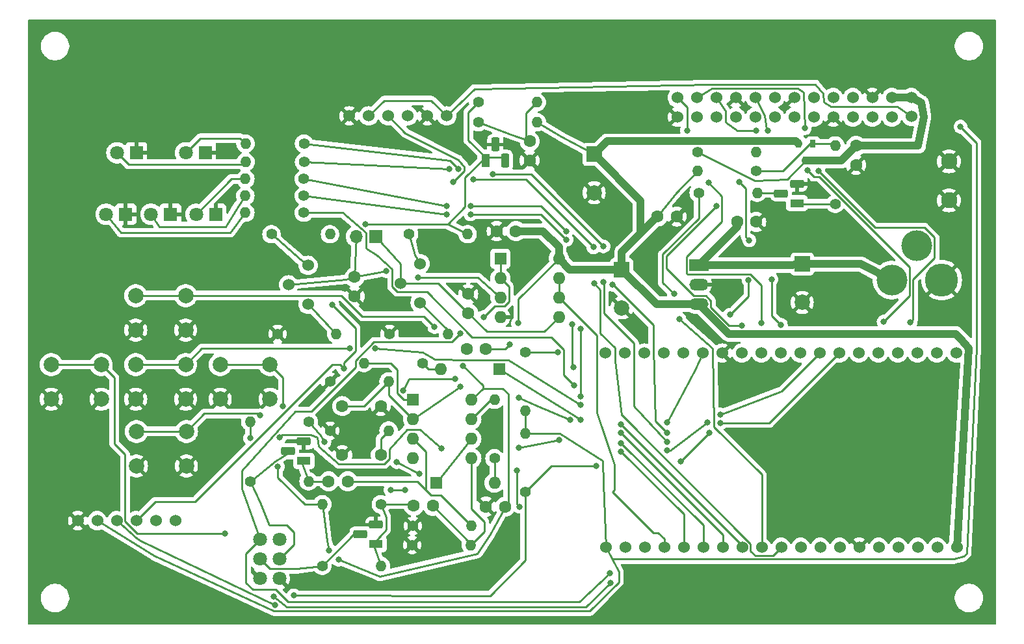
<source format=gbr>
%TF.GenerationSoftware,KiCad,Pcbnew,8.0.1*%
%TF.CreationDate,2024-07-18T08:08:07+02:00*%
%TF.ProjectId,GewitterMonitor,47657769-7474-4657-924d-6f6e69746f72,rev?*%
%TF.SameCoordinates,Original*%
%TF.FileFunction,Copper,L1,Top*%
%TF.FilePolarity,Positive*%
%FSLAX46Y46*%
G04 Gerber Fmt 4.6, Leading zero omitted, Abs format (unit mm)*
G04 Created by KiCad (PCBNEW 8.0.1) date 2024-07-18 08:08:07*
%MOMM*%
%LPD*%
G01*
G04 APERTURE LIST*
G04 Aperture macros list*
%AMRoundRect*
0 Rectangle with rounded corners*
0 $1 Rounding radius*
0 $2 $3 $4 $5 $6 $7 $8 $9 X,Y pos of 4 corners*
0 Add a 4 corners polygon primitive as box body*
4,1,4,$2,$3,$4,$5,$6,$7,$8,$9,$2,$3,0*
0 Add four circle primitives for the rounded corners*
1,1,$1+$1,$2,$3*
1,1,$1+$1,$4,$5*
1,1,$1+$1,$6,$7*
1,1,$1+$1,$8,$9*
0 Add four rect primitives between the rounded corners*
20,1,$1+$1,$2,$3,$4,$5,0*
20,1,$1+$1,$4,$5,$6,$7,0*
20,1,$1+$1,$6,$7,$8,$9,0*
20,1,$1+$1,$8,$9,$2,$3,0*%
G04 Aperture macros list end*
%TA.AperFunction,ComponentPad*%
%ADD10C,1.600000*%
%TD*%
%TA.AperFunction,ComponentPad*%
%ADD11C,1.400000*%
%TD*%
%TA.AperFunction,ComponentPad*%
%ADD12O,1.400000X1.400000*%
%TD*%
%TA.AperFunction,ComponentPad*%
%ADD13R,1.600000X1.600000*%
%TD*%
%TA.AperFunction,ComponentPad*%
%ADD14O,1.600000X1.600000*%
%TD*%
%TA.AperFunction,ComponentPad*%
%ADD15C,2.100000*%
%TD*%
%TA.AperFunction,ComponentPad*%
%ADD16R,1.800000X1.100000*%
%TD*%
%TA.AperFunction,ComponentPad*%
%ADD17RoundRect,0.275000X0.625000X-0.275000X0.625000X0.275000X-0.625000X0.275000X-0.625000X-0.275000X0*%
%TD*%
%TA.AperFunction,ComponentPad*%
%ADD18C,1.524000*%
%TD*%
%TA.AperFunction,ComponentPad*%
%ADD19R,1.100000X1.800000*%
%TD*%
%TA.AperFunction,ComponentPad*%
%ADD20RoundRect,0.275000X-0.275000X-0.625000X0.275000X-0.625000X0.275000X0.625000X-0.275000X0.625000X0*%
%TD*%
%TA.AperFunction,ComponentPad*%
%ADD21R,2.000000X2.000000*%
%TD*%
%TA.AperFunction,ComponentPad*%
%ADD22C,2.000000*%
%TD*%
%TA.AperFunction,ComponentPad*%
%ADD23R,1.700000X1.700000*%
%TD*%
%TA.AperFunction,ComponentPad*%
%ADD24O,1.700000X1.700000*%
%TD*%
%TA.AperFunction,ComponentPad*%
%ADD25C,1.800000*%
%TD*%
%TA.AperFunction,SMDPad,CuDef*%
%ADD26R,0.800000X1.000000*%
%TD*%
%TA.AperFunction,ComponentPad*%
%ADD27C,4.000000*%
%TD*%
%TA.AperFunction,ComponentPad*%
%ADD28C,4.300000*%
%TD*%
%TA.AperFunction,ComponentPad*%
%ADD29R,2.500000X1.500000*%
%TD*%
%TA.AperFunction,ComponentPad*%
%ADD30O,2.500000X1.500000*%
%TD*%
%TA.AperFunction,ComponentPad*%
%ADD31R,1.800000X1.800000*%
%TD*%
%TA.AperFunction,ViaPad*%
%ADD32C,0.800000*%
%TD*%
%TA.AperFunction,Conductor*%
%ADD33C,1.000000*%
%TD*%
%TA.AperFunction,Conductor*%
%ADD34C,0.250000*%
%TD*%
G04 APERTURE END LIST*
D10*
%TO.P,C9,1*%
%TO.N,GND*%
X121200000Y-37400000D03*
%TO.P,C9,2*%
%TO.N,Net-(C9-Pad2)*%
X121200000Y-34900000D03*
%TD*%
D11*
%TO.P,R13,1*%
%TO.N,Net-(J4-Pin_3)*%
X94200000Y-90200000D03*
D12*
%TO.P,R13,2*%
%TO.N,Net-(Q4-C)*%
X101820000Y-90200000D03*
%TD*%
D10*
%TO.P,C4,1*%
%TO.N,Net-(Q3-C)*%
X95020000Y-79200000D03*
%TO.P,C4,2*%
%TO.N,Net-(C4-Pad2)*%
X97520000Y-79200000D03*
%TD*%
D13*
%TO.P,U4,1*%
%TO.N,Net-(R9-Pad2)*%
X106000000Y-68580000D03*
D14*
%TO.P,U4,2,-*%
%TO.N,GPI34-ADC1_6*%
X106000000Y-71120000D03*
%TO.P,U4,3,+*%
%TO.N,Net-(C4-Pad2)*%
X106000000Y-73660000D03*
%TO.P,U4,4,GND*%
%TO.N,GND*%
X106000000Y-76200000D03*
%TO.P,U4,5,+*%
%TO.N,Net-(C7-Pad2)*%
X113620000Y-76200000D03*
%TO.P,U4,6,-*%
%TO.N,GPI35-ADC1_7*%
X113620000Y-73660000D03*
%TO.P,U4,7*%
%TO.N,Net-(R11-Pad2)*%
X113620000Y-71120000D03*
%TO.P,U4,8,Vcc*%
%TO.N,VCC*%
X113620000Y-68580000D03*
%TD*%
D15*
%TO.P,J2,1,Pin_1*%
%TO.N,GND*%
X175800000Y-37520000D03*
%TO.P,J2,2,Pin_2*%
X175800000Y-42600000D03*
%TD*%
D16*
%TO.P,Q2,1,C*%
%TO.N,Net-(Q2-C)*%
X156000000Y-42972323D03*
D17*
%TO.P,Q2,2,B*%
%TO.N,Net-(Q2-B)*%
X153930000Y-41702323D03*
%TO.P,Q2,3,E*%
%TO.N,GND*%
X156000000Y-40432323D03*
%TD*%
D11*
%TO.P,R3,1*%
%TO.N,GPIO25*%
X143200000Y-41600000D03*
D12*
%TO.P,R3,2*%
%TO.N,Net-(Q2-B)*%
X150820000Y-41600000D03*
%TD*%
D18*
%TO.P,RV1,1,1*%
%TO.N,Net-(R17-Pad1)*%
X92340000Y-51060000D03*
%TO.P,RV1,2,2*%
%TO.N,Net-(J3-Pin_2)*%
X89800000Y-53600000D03*
%TO.P,RV1,3,3*%
%TO.N,Net-(R19-Pad2)*%
X92340000Y-56140000D03*
%TD*%
%TO.P,U3,1,32K*%
%TO.N,unconnected-(U3-32K-Pad1)*%
X75045000Y-84330000D03*
%TO.P,U3,2,SQW*%
%TO.N,unconnected-(U3-SQW-Pad2)*%
X72505000Y-84330000D03*
%TO.P,U3,3,SCL*%
%TO.N,SCL*%
X69965000Y-84330000D03*
%TO.P,U3,4,SDA*%
%TO.N,SDA*%
X67425000Y-84330000D03*
%TO.P,U3,5,VCC*%
%TO.N,VDD*%
X64885000Y-84330000D03*
%TO.P,U3,6,GND*%
%TO.N,GND*%
X62345000Y-84330000D03*
%TD*%
D11*
%TO.P,R9,1*%
%TO.N,Net-(D1-A)*%
X107240000Y-63800000D03*
D12*
%TO.P,R9,2*%
%TO.N,Net-(R9-Pad2)*%
X99620000Y-63800000D03*
%TD*%
D19*
%TO.P,U5,1,R*%
%TO.N,Net-(U5-K)*%
X115460000Y-37400000D03*
D20*
%TO.P,U5,2,A*%
%TO.N,GND*%
X116730000Y-35330000D03*
%TO.P,U5,3,K*%
%TO.N,Net-(U5-K)*%
X118000000Y-37400000D03*
%TD*%
D11*
%TO.P,R8,1*%
%TO.N,Net-(Q3-C)*%
X92420000Y-71400000D03*
D12*
%TO.P,R8,2*%
%TO.N,VCC*%
X84800000Y-71400000D03*
%TD*%
D11*
%TO.P,R26,1*%
%TO.N,GND*%
X105900000Y-87500000D03*
D12*
%TO.P,R26,2*%
%TO.N,Net-(C7-Pad2)*%
X113520000Y-87500000D03*
%TD*%
D16*
%TO.P,Q3,1,C*%
%TO.N,Net-(Q3-C)*%
X91800000Y-76540000D03*
D17*
%TO.P,Q3,2,B*%
%TO.N,Net-(J4-Pin_4)*%
X89730000Y-75270000D03*
%TO.P,Q3,3,E*%
%TO.N,GND*%
X91800000Y-74000000D03*
%TD*%
D11*
%TO.P,R12,1*%
%TO.N,GND*%
X95210000Y-72600000D03*
D12*
%TO.P,R12,2*%
%TO.N,GPI35-ADC1_7*%
X102830000Y-72600000D03*
%TD*%
D10*
%TO.P,C5,1*%
%TO.N,GND*%
X101800000Y-69400000D03*
%TO.P,C5,2*%
%TO.N,GPI34-ADC1_6*%
X96800000Y-69400000D03*
%TD*%
%TO.P,C16,1*%
%TO.N,GND*%
X140350000Y-44700000D03*
%TO.P,C16,2*%
%TO.N,VCC*%
X137850000Y-44700000D03*
%TD*%
D11*
%TO.P,R11,1*%
%TO.N,Net-(D2-A)*%
X116620000Y-76200000D03*
D12*
%TO.P,R11,2*%
%TO.N,Net-(R11-Pad2)*%
X116620000Y-68580000D03*
%TD*%
D21*
%TO.P,C14,1*%
%TO.N,Net-(J1-+)*%
X156700000Y-50900000D03*
D22*
%TO.P,C14,2*%
%TO.N,GND*%
X156700000Y-55900000D03*
%TD*%
D11*
%TO.P,R15,1*%
%TO.N,Net-(U5-K)*%
X114500000Y-29800000D03*
D12*
%TO.P,R15,2*%
%TO.N,Net-(C9-Pad2)*%
X122120000Y-29800000D03*
%TD*%
D16*
%TO.P,Q4,1,C*%
%TO.N,Net-(Q4-C)*%
X101200000Y-87400000D03*
D17*
%TO.P,Q4,2,B*%
%TO.N,Net-(J4-Pin_3)*%
X99130000Y-86130000D03*
%TO.P,Q4,3,E*%
%TO.N,GND*%
X101200000Y-84860000D03*
%TD*%
D11*
%TO.P,R22,1*%
%TO.N,GND*%
X102960000Y-60000000D03*
D12*
%TO.P,R22,2*%
%TO.N,Net-(R22-Pad2)*%
X110580000Y-60000000D03*
%TD*%
D23*
%TO.P,J3,1,Pin_1*%
%TO.N,Net-(J3-Pin_1)*%
X101140000Y-47300000D03*
D24*
%TO.P,J3,2,Pin_2*%
%TO.N,Net-(J3-Pin_2)*%
X98600000Y-47300000D03*
%TD*%
D21*
%TO.P,C2,1*%
%TO.N,VCC*%
X129600000Y-36600000D03*
D22*
%TO.P,C2,2*%
%TO.N,GND*%
X129600000Y-41600000D03*
%TD*%
D18*
%TO.P,U2,1,GPIO_6*%
%TO.N,unconnected-(U2-GPIO_6-Pad1)*%
X176770000Y-62490000D03*
%TO.P,U2,2,GPIO_7*%
%TO.N,unconnected-(U2-GPIO_7-Pad2)*%
X174230000Y-62490000D03*
%TO.P,U2,3,GPIO_8*%
%TO.N,unconnected-(U2-GPIO_8-Pad3)*%
X171690000Y-62490000D03*
%TO.P,U2,4,GPIO_15*%
%TO.N,GPIO15*%
X169150000Y-62490000D03*
%TO.P,U2,5,GPIO_2*%
%TO.N,GPIO02*%
X166610000Y-62490000D03*
%TO.P,U2,6,Boot*%
%TO.N,unconnected-(U2-Boot-Pad6)*%
X164070000Y-62490000D03*
%TO.P,U2,7,GPIO_4*%
%TO.N,GPIO04*%
X161530000Y-62490000D03*
%TO.P,U2,8,GPIO_16*%
%TO.N,GPIO16*%
X158990000Y-62490000D03*
%TO.P,U2,9,GPIO_17*%
%TO.N,GPIO17*%
X156450000Y-62490000D03*
%TO.P,U2,10,GPIO_5*%
%TO.N,GPIO05*%
X153910000Y-62490000D03*
%TO.P,U2,11,GPIO_18_SCK*%
%TO.N,GPIO18*%
X151370000Y-62490000D03*
%TO.P,U2,12,GPIO_19_MISO*%
%TO.N,GPIO19*%
X148830000Y-62490000D03*
%TO.P,U2,13,GND*%
%TO.N,GND*%
X146290000Y-62490000D03*
%TO.P,U2,14,GPIO_21_SDA*%
%TO.N,SDA*%
X143750000Y-62490000D03*
%TO.P,U2,15,GPIO_3_Rx*%
%TO.N,unconnected-(U2-GPIO_3_Rx-Pad15)*%
X141210000Y-62490000D03*
%TO.P,U2,16,GPIO_1_Tx*%
%TO.N,unconnected-(U2-GPIO_1_Tx-Pad16)*%
X138670000Y-62490000D03*
%TO.P,U2,17,GPIO_22_SCL*%
%TO.N,SCL*%
X136130000Y-62490000D03*
%TO.P,U2,18,GPIO_23_MOSI*%
%TO.N,GPIO23*%
X133590000Y-62490000D03*
%TO.P,U2,19,GND*%
%TO.N,GND*%
X131050000Y-62490000D03*
%TO.P,U2,20,Vcc_+3.3V*%
%TO.N,VDD*%
X131100000Y-87800000D03*
%TO.P,U2,21,RESET*%
%TO.N,unconnected-(U2-RESET-Pad21)*%
X133640000Y-87800000D03*
%TO.P,U2,22,GPI_36*%
%TO.N,A_PWR_A*%
X136180000Y-87800000D03*
%TO.P,U2,23,GPI_39*%
%TO.N,A_PWR_B*%
X138720000Y-87800000D03*
%TO.P,U2,24,GPI_34*%
%TO.N,GPI34-ADC1_6*%
X141260000Y-87800000D03*
%TO.P,U2,25,GPI_35*%
%TO.N,GPI35-ADC1_7*%
X143800000Y-87800000D03*
%TO.P,U2,26,GPIO_32*%
%TO.N,GPIO32*%
X146340000Y-87800000D03*
%TO.P,U2,27,GPIO_33*%
%TO.N,GPIO33*%
X148880000Y-87800000D03*
%TO.P,U2,28,GPIO_25*%
%TO.N,GPIO25*%
X151420000Y-87800000D03*
%TO.P,U2,29,GPIO_26*%
%TO.N,GPIO26*%
X153960000Y-87800000D03*
%TO.P,U2,30,GPIO_27*%
%TO.N,GPIO27*%
X156500000Y-87800000D03*
%TO.P,U2,31,GPIO_14*%
%TO.N,GPIO14*%
X159040000Y-87800000D03*
%TO.P,U2,32,GPIO_12*%
%TO.N,GPIO12*%
X161580000Y-87800000D03*
%TO.P,U2,33,GND*%
%TO.N,GND*%
X164120000Y-87800000D03*
%TO.P,U2,34,GPIO_13*%
%TO.N,GPIO13*%
X166660000Y-87800000D03*
%TO.P,U2,35,GPIO_9*%
%TO.N,unconnected-(U2-GPIO_9-Pad35)*%
X169200000Y-87800000D03*
%TO.P,U2,36,GPIO_10*%
%TO.N,unconnected-(U2-GPIO_10-Pad36)*%
X171740000Y-87800000D03*
%TO.P,U2,37,GPIO_11*%
%TO.N,unconnected-(U2-GPIO_11-Pad37)*%
X174280000Y-87800000D03*
%TO.P,U2,38,Vdd_+5V*%
%TO.N,VCC*%
X176820000Y-87800000D03*
%TD*%
D13*
%TO.P,D1,1,K*%
%TO.N,GPI34-ADC1_6*%
X117240000Y-64600000D03*
D14*
%TO.P,D1,2,A*%
%TO.N,Net-(D1-A)*%
X109620000Y-64600000D03*
%TD*%
D10*
%TO.P,C13,1*%
%TO.N,GND*%
X150700000Y-45400000D03*
%TO.P,C13,2*%
%TO.N,Net-(J1-+)*%
X148200000Y-45400000D03*
%TD*%
%TO.P,C3,1*%
%TO.N,VCC*%
X118000000Y-82500000D03*
%TO.P,C3,2*%
%TO.N,GND*%
X115500000Y-82500000D03*
%TD*%
D11*
%TO.P,R18,1*%
%TO.N,GPIO26*%
X91820000Y-35200000D03*
D12*
%TO.P,R18,2*%
%TO.N,Net-(D3-A)*%
X84200000Y-35200000D03*
%TD*%
D10*
%TO.P,C12,1*%
%TO.N,GND*%
X98400000Y-55100000D03*
%TO.P,C12,2*%
%TO.N,Net-(J3-Pin_2)*%
X98400000Y-52600000D03*
%TD*%
D11*
%TO.P,R25,1*%
%TO.N,GPIO13*%
X91800000Y-44200000D03*
D12*
%TO.P,R25,2*%
%TO.N,Net-(D8-A)*%
X84180000Y-44200000D03*
%TD*%
D25*
%TO.P,J4,1,Pin_1*%
%TO.N,A_PWR_A*%
X86060000Y-86800000D03*
%TO.P,J4,2,Pin_2*%
%TO.N,A_PWR_B*%
X88600000Y-86800000D03*
%TO.P,J4,3,Pin_3*%
%TO.N,Net-(J4-Pin_3)*%
X86060000Y-89340000D03*
%TO.P,J4,4,Pin_4*%
%TO.N,Net-(J4-Pin_4)*%
X88600000Y-89340000D03*
%TO.P,J4,5,Pin_5*%
%TO.N,GND*%
X86060000Y-91880000D03*
%TO.P,J4,6,Pin_6*%
X88600000Y-91880000D03*
%TD*%
D21*
%TO.P,C15,1*%
%TO.N,VCC*%
X133200000Y-51600000D03*
D22*
%TO.P,C15,2*%
%TO.N,GND*%
X133200000Y-56600000D03*
%TD*%
D11*
%TO.P,R20,1*%
%TO.N,Net-(R20-Pad1)*%
X105500000Y-47000000D03*
D12*
%TO.P,R20,2*%
%TO.N,Net-(U5-K)*%
X113120000Y-47000000D03*
%TD*%
D10*
%TO.P,C1,1*%
%TO.N,Net-(C1-Pad1)*%
X163700000Y-35500000D03*
%TO.P,C1,2*%
%TO.N,GND*%
X163700000Y-38000000D03*
%TD*%
D11*
%TO.P,R27,1*%
%TO.N,GND*%
X106000000Y-85000000D03*
D12*
%TO.P,R27,2*%
%TO.N,Net-(C4-Pad2)*%
X113620000Y-85000000D03*
%TD*%
D11*
%TO.P,R14,1*%
%TO.N,Net-(Q4-C)*%
X101820000Y-82200000D03*
D12*
%TO.P,R14,2*%
%TO.N,VCC*%
X94200000Y-82200000D03*
%TD*%
D10*
%TO.P,C6,1*%
%TO.N,GND*%
X96800000Y-75800000D03*
%TO.P,C6,2*%
%TO.N,GPI35-ADC1_7*%
X101800000Y-75800000D03*
%TD*%
D11*
%TO.P,R24,1*%
%TO.N,GPIO12*%
X91800000Y-42000000D03*
D12*
%TO.P,R24,2*%
%TO.N,Net-(D7-A)*%
X84180000Y-42000000D03*
%TD*%
D11*
%TO.P,R17,1*%
%TO.N,Net-(R17-Pad1)*%
X87580000Y-47000000D03*
D12*
%TO.P,R17,2*%
%TO.N,Net-(U5-K)*%
X95200000Y-47000000D03*
%TD*%
D11*
%TO.P,R19,1*%
%TO.N,GND*%
X88360000Y-60000000D03*
D12*
%TO.P,R19,2*%
%TO.N,Net-(R19-Pad2)*%
X95980000Y-60000000D03*
%TD*%
D11*
%TO.P,R16,1*%
%TO.N,Net-(C9-Pad2)*%
X114500000Y-32400000D03*
D12*
%TO.P,R16,2*%
%TO.N,VCC*%
X122120000Y-32400000D03*
%TD*%
D18*
%TO.P,U8,1,Vcc*%
%TO.N,VDD*%
X110400000Y-31600000D03*
%TO.P,U8,2,GND*%
%TO.N,GND*%
X107860000Y-31600000D03*
%TO.P,U8,3,SCL*%
%TO.N,SCL*%
X105320000Y-31600000D03*
%TO.P,U8,4,SDA*%
%TO.N,SDA*%
X102780000Y-31600000D03*
%TO.P,U8,5,CSB*%
%TO.N,VDD*%
X100240000Y-31600000D03*
%TO.P,U8,6,SDO*%
%TO.N,GND*%
X97700000Y-31600000D03*
%TD*%
D11*
%TO.P,R7,1*%
%TO.N,Net-(J4-Pin_4)*%
X84780000Y-79200000D03*
D12*
%TO.P,R7,2*%
%TO.N,Net-(Q3-C)*%
X92400000Y-79200000D03*
%TD*%
D10*
%TO.P,C10,1*%
%TO.N,GND*%
X116900000Y-46600000D03*
%TO.P,C10,2*%
%TO.N,VCC*%
X119400000Y-46600000D03*
%TD*%
D26*
%TO.P,Q1,1*%
%TO.N,Net-(Q1-Pad1)*%
X158100000Y-35232323D03*
%TO.P,Q1,2*%
%TO.N,VCC*%
X156200000Y-35232323D03*
%TO.P,Q1,3*%
%TO.N,Net-(C1-Pad1)*%
X157150000Y-37432323D03*
%TD*%
D18*
%TO.P,RV2,1,1*%
%TO.N,Net-(R20-Pad1)*%
X106940000Y-50860000D03*
%TO.P,RV2,2,2*%
%TO.N,Net-(J3-Pin_1)*%
X104400000Y-53400000D03*
%TO.P,RV2,3,3*%
%TO.N,Net-(R22-Pad2)*%
X106940000Y-55940000D03*
%TD*%
D11*
%TO.P,R6,1*%
%TO.N,SCL*%
X120600000Y-62400000D03*
D12*
%TO.P,R6,2*%
%TO.N,VDD*%
X120600000Y-70020000D03*
%TD*%
D11*
%TO.P,R1,1*%
%TO.N,Net-(Q2-C)*%
X161000000Y-43052323D03*
D12*
%TO.P,R1,2*%
%TO.N,Net-(Q1-Pad1)*%
X161000000Y-35432323D03*
%TD*%
D10*
%TO.P,C8,1*%
%TO.N,GND*%
X113000000Y-62000000D03*
%TO.P,C8,2*%
%TO.N,VCC*%
X115500000Y-62000000D03*
%TD*%
D11*
%TO.P,R21,1*%
%TO.N,GPIO27*%
X91820000Y-37600000D03*
D12*
%TO.P,R21,2*%
%TO.N,Net-(D5-A)*%
X84200000Y-37600000D03*
%TD*%
D11*
%TO.P,R10,1*%
%TO.N,GND*%
X95210000Y-66200000D03*
D12*
%TO.P,R10,2*%
%TO.N,GPI34-ADC1_6*%
X102830000Y-66200000D03*
%TD*%
D13*
%TO.P,D2,1,K*%
%TO.N,GPI35-ADC1_7*%
X109000000Y-79400000D03*
D14*
%TO.P,D2,2,A*%
%TO.N,Net-(D2-A)*%
X116620000Y-79400000D03*
%TD*%
D13*
%TO.P,U6,1*%
%TO.N,A_PWR_A*%
X117380000Y-50180000D03*
D14*
%TO.P,U6,2,-*%
X117380000Y-52720000D03*
%TO.P,U6,3,+*%
%TO.N,Net-(J3-Pin_2)*%
X117380000Y-55260000D03*
%TO.P,U6,4,GND*%
%TO.N,GND*%
X117380000Y-57800000D03*
%TO.P,U6,5,+*%
%TO.N,Net-(J3-Pin_1)*%
X125000000Y-57800000D03*
%TO.P,U6,6,-*%
%TO.N,A_PWR_B*%
X125000000Y-55260000D03*
%TO.P,U6,7*%
X125000000Y-52720000D03*
%TO.P,U6,8,Vcc*%
%TO.N,VCC*%
X125000000Y-50180000D03*
%TD*%
D27*
%TO.P,J1,1,+*%
%TO.N,Net-(J1-+)*%
X168350000Y-52987500D03*
D28*
%TO.P,J1,2,GND*%
%TO.N,GND*%
X174850000Y-52987500D03*
D27*
%TO.P,J1,3,Switch*%
%TO.N,unconnected-(J1-Switch-Pad3)*%
X171600000Y-48487500D03*
%TD*%
D10*
%TO.P,C7,1*%
%TO.N,Net-(Q4-C)*%
X106100000Y-82400000D03*
%TO.P,C7,2*%
%TO.N,Net-(C7-Pad2)*%
X108600000Y-82400000D03*
%TD*%
D11*
%TO.P,R23,1*%
%TO.N,GPIO14*%
X91800000Y-39800000D03*
D12*
%TO.P,R23,2*%
%TO.N,Net-(D4-A)*%
X84180000Y-39800000D03*
%TD*%
D29*
%TO.P,U7,1,Vin*%
%TO.N,Net-(J1-+)*%
X143200000Y-51020000D03*
D30*
%TO.P,U7,2,GND*%
%TO.N,GND*%
X143200000Y-53560000D03*
%TO.P,U7,3,Vout*%
%TO.N,VCC*%
X143200000Y-56100000D03*
%TD*%
D11*
%TO.P,R4,1*%
%TO.N,Net-(C1-Pad1)*%
X143090000Y-36300000D03*
D12*
%TO.P,R4,2*%
%TO.N,Net-(U1-RST)*%
X150710000Y-36300000D03*
%TD*%
D11*
%TO.P,R2,1*%
%TO.N,Net-(Q1-Pad1)*%
X150720000Y-38800000D03*
D12*
%TO.P,R2,2*%
%TO.N,VCC*%
X143100000Y-38800000D03*
%TD*%
D11*
%TO.P,R5,1*%
%TO.N,SDA*%
X120600000Y-80600000D03*
D12*
%TO.P,R5,2*%
%TO.N,VDD*%
X120600000Y-72980000D03*
%TD*%
D10*
%TO.P,C11,1*%
%TO.N,GND*%
X113200000Y-54800000D03*
%TO.P,C11,2*%
%TO.N,Net-(J3-Pin_1)*%
X113200000Y-57300000D03*
%TD*%
D22*
%TO.P,SW2,1,1*%
%TO.N,GPIO17*%
X76400000Y-55000000D03*
%TO.P,SW2,2,2*%
X69900000Y-55000000D03*
%TO.P,SW2,3,K*%
%TO.N,GND*%
X76400000Y-59500000D03*
%TO.P,SW2,4,A*%
X69900000Y-59500000D03*
%TD*%
%TO.P,SW1,1,1*%
%TO.N,GPIO16*%
X65400000Y-64000000D03*
%TO.P,SW1,2,2*%
X58900000Y-64000000D03*
%TO.P,SW1,3,K*%
%TO.N,GND*%
X65400000Y-68500000D03*
%TO.P,SW1,4,A*%
X58900000Y-68500000D03*
%TD*%
D18*
%TO.P,U1,1,Vdd_(3.3V)*%
%TO.N,VDD*%
X170900000Y-31640000D03*
%TO.P,U1,2,Vcc_(5.0V)*%
%TO.N,Net-(C1-Pad1)*%
X170900000Y-29200000D03*
%TO.P,U1,3,NC*%
%TO.N,unconnected-(U1-NC-Pad3)*%
X168360000Y-31740000D03*
%TO.P,U1,4,Vcc_(5.0V)*%
%TO.N,Net-(C1-Pad1)*%
X168360000Y-29200000D03*
%TO.P,U1,5,NC*%
%TO.N,unconnected-(U1-NC-Pad5)*%
X165820000Y-31740000D03*
%TO.P,U1,6,GND*%
%TO.N,GND*%
X165820000Y-29200000D03*
%TO.P,U1,7,NC*%
%TO.N,unconnected-(U1-NC-Pad7)*%
X163280000Y-31740000D03*
%TO.P,U1,8,NC*%
%TO.N,unconnected-(U1-NC-Pad8)*%
X163280000Y-29200000D03*
%TO.P,U1,9,GND*%
%TO.N,GND*%
X160740000Y-31740000D03*
%TO.P,U1,10,NC*%
%TO.N,unconnected-(U1-NC-Pad10)*%
X160740000Y-29200000D03*
%TO.P,U1,11,TP_IRQ*%
%TO.N,unconnected-(U1-TP_IRQ-Pad11)*%
X158200000Y-31740000D03*
%TO.P,U1,12,NC*%
%TO.N,unconnected-(U1-NC-Pad12)*%
X158200000Y-29200000D03*
%TO.P,U1,13,NC*%
%TO.N,unconnected-(U1-NC-Pad13)*%
X155660000Y-31740000D03*
%TO.P,U1,14,GND*%
%TO.N,GND*%
X155660000Y-29200000D03*
%TO.P,U1,15,NC*%
%TO.N,unconnected-(U1-NC-Pad15)*%
X153120000Y-31740000D03*
%TO.P,U1,16,NC*%
%TO.N,unconnected-(U1-NC-Pad16)*%
X153120000Y-29200000D03*
%TO.P,U1,17,Vdd_(3.3V)*%
%TO.N,unconnected-(U1-Vdd_(3.3V)-Pad17)*%
X150580000Y-31740000D03*
%TO.P,U1,18,LCD_RS*%
%TO.N,GPIO02*%
X150580000Y-29200000D03*
%TO.P,U1,19,MOSI*%
%TO.N,GPIO23*%
X148040000Y-31740000D03*
%TO.P,U1,20,GND*%
%TO.N,GND*%
X148040000Y-29200000D03*
%TO.P,U1,21,TP_MISO*%
%TO.N,GPIO19*%
X145500000Y-31740000D03*
%TO.P,U1,22,RST*%
%TO.N,Net-(U1-RST)*%
X145500000Y-29200000D03*
%TO.P,U1,23,SCK*%
%TO.N,GPIO18*%
X142960000Y-31740000D03*
%TO.P,U1,24,LCD_CS*%
%TO.N,GPIO15*%
X142960000Y-29200000D03*
%TO.P,U1,25,GND*%
%TO.N,GND*%
X140420000Y-31740000D03*
%TO.P,U1,26,TP_CS*%
%TO.N,GPIO05*%
X140420000Y-29200000D03*
%TD*%
D31*
%TO.P,D8,1,K*%
%TO.N,GND*%
X68600000Y-44400000D03*
D25*
%TO.P,D8,2,A*%
%TO.N,Net-(D8-A)*%
X66060000Y-44400000D03*
%TD*%
D31*
%TO.P,D7,1,K*%
%TO.N,GND*%
X74435000Y-44400000D03*
D25*
%TO.P,D7,2,A*%
%TO.N,Net-(D7-A)*%
X71895000Y-44400000D03*
%TD*%
D31*
%TO.P,D5,1,K*%
%TO.N,GND*%
X70000000Y-36395600D03*
D25*
%TO.P,D5,2,A*%
%TO.N,Net-(D5-A)*%
X67460000Y-36395600D03*
%TD*%
D31*
%TO.P,D4,1,K*%
%TO.N,GND*%
X80300000Y-44400000D03*
D25*
%TO.P,D4,2,A*%
%TO.N,Net-(D4-A)*%
X77760000Y-44400000D03*
%TD*%
D22*
%TO.P,SW3,1,1*%
%TO.N,GPIO04*%
X87400000Y-64000000D03*
%TO.P,SW3,2,2*%
X80900000Y-64000000D03*
%TO.P,SW3,3,K*%
%TO.N,GND*%
X87400000Y-68500000D03*
%TO.P,SW3,4,A*%
X80900000Y-68500000D03*
%TD*%
%TO.P,SW5,1,1*%
%TO.N,GPIO33*%
X76400000Y-64000000D03*
%TO.P,SW5,2,2*%
X69900000Y-64000000D03*
%TO.P,SW5,3,K*%
%TO.N,GND*%
X76400000Y-68500000D03*
%TO.P,SW5,4,A*%
X69900000Y-68500000D03*
%TD*%
%TO.P,SW4,1,1*%
%TO.N,GPIO32*%
X76500000Y-72700000D03*
%TO.P,SW4,2,2*%
X70000000Y-72700000D03*
%TO.P,SW4,3,K*%
%TO.N,GND*%
X76500000Y-77200000D03*
%TO.P,SW4,4,A*%
X70000000Y-77200000D03*
%TD*%
D31*
%TO.P,D3,1,K*%
%TO.N,GND*%
X78940000Y-36400000D03*
D25*
%TO.P,D3,2,A*%
%TO.N,Net-(D3-A)*%
X76400000Y-36400000D03*
%TD*%
D32*
%TO.N,VCC*%
X96300000Y-89400000D03*
X95100000Y-88200000D03*
X118600000Y-61400000D03*
X84800000Y-73600000D03*
X112496488Y-64125744D03*
X88400000Y-77300000D03*
X119700000Y-58600000D03*
%TO.N,Net-(Q3-C)*%
X94466804Y-74033196D03*
%TO.N,GPI34-ADC1_6*%
X133100000Y-75300000D03*
X127800000Y-71200000D03*
X112200000Y-66850000D03*
%TO.N,GPI35-ADC1_7*%
X126500000Y-71200000D03*
X119800000Y-68300000D03*
X133100000Y-74200000D03*
X103900000Y-76700000D03*
X106800000Y-78200000D03*
%TO.N,A_PWR_A*%
X112200000Y-59900000D03*
X115200000Y-57800000D03*
X131600000Y-91200000D03*
%TO.N,A_PWR_B*%
X87850000Y-94250000D03*
X131700000Y-92400000D03*
%TO.N,GPIO25*%
X140700000Y-58100000D03*
X140000000Y-54800000D03*
%TO.N,Net-(U1-RST)*%
X150700000Y-33500000D03*
%TO.N,SDA*%
X111200000Y-40200000D03*
X139100000Y-71500000D03*
X129900000Y-77200000D03*
X90473903Y-94073903D03*
X88000000Y-95300000D03*
X126900000Y-64300000D03*
X126700000Y-58700000D03*
%TO.N,VDD*%
X177300000Y-33000000D03*
%TO.N,SCL*%
X95500000Y-56200000D03*
X97000000Y-64500000D03*
X104700000Y-67400000D03*
X111450000Y-65850000D03*
X124900000Y-62400000D03*
%TO.N,Net-(U5-K)*%
X99800000Y-45700000D03*
%TO.N,GPIO26*%
X113900000Y-39900000D03*
X129500000Y-48700000D03*
X111900000Y-38500000D03*
X129600000Y-53400000D03*
%TO.N,GPIO27*%
X130800000Y-53200000D03*
X139100000Y-74100000D03*
X130800000Y-48600000D03*
X110700000Y-38500000D03*
X116400000Y-39175500D03*
%TO.N,GPIO14*%
X139100000Y-72900000D03*
X132000000Y-53600000D03*
X126000000Y-46600000D03*
X110400000Y-43300000D03*
X113500000Y-43300000D03*
%TO.N,GPIO12*%
X113500000Y-44400000D03*
X127800000Y-59300000D03*
X110400000Y-44400000D03*
X126000000Y-47700000D03*
X127800000Y-68100000D03*
%TO.N,GPIO13*%
X127000000Y-66700000D03*
%TO.N,GPIO16*%
X146000000Y-70500000D03*
X144300000Y-71500000D03*
X139100000Y-75200000D03*
X105000000Y-80300000D03*
X103100000Y-80300000D03*
X81500000Y-86000000D03*
%TO.N,GPIO17*%
X108800000Y-59100000D03*
%TO.N,GPIO04*%
X140900000Y-76600000D03*
X146000000Y-71600000D03*
X144600000Y-72900000D03*
X119500000Y-77800000D03*
X89087701Y-69387701D03*
X119875500Y-82500000D03*
%TO.N,GPIO32*%
X133100000Y-72900000D03*
X119800000Y-74800000D03*
X109700000Y-74900000D03*
X86100000Y-70600000D03*
X88600000Y-73500000D03*
X125000000Y-73800000D03*
%TO.N,GPIO02*%
X167300000Y-58400000D03*
X152200000Y-33500000D03*
X157400000Y-38700000D03*
%TO.N,GPIO23*%
X149700000Y-53000000D03*
X149800000Y-47800000D03*
X148500000Y-40200000D03*
X147300000Y-57500000D03*
%TO.N,GPIO19*%
X145500000Y-43300000D03*
X148800000Y-58900000D03*
%TO.N,GPIO18*%
X144500000Y-40300000D03*
X151400000Y-58600000D03*
%TO.N,GPIO15*%
X170800000Y-58500000D03*
X157000000Y-33200000D03*
X158800000Y-38800000D03*
%TO.N,GPIO05*%
X152700000Y-52900000D03*
X141700000Y-33500000D03*
X153900000Y-58800000D03*
%TO.N,GPIO33*%
X133100000Y-71800000D03*
X127800000Y-69200000D03*
X97800000Y-61912299D03*
X101100000Y-61900000D03*
%TO.N,Net-(J3-Pin_2)*%
X106700000Y-52675500D03*
X102500000Y-51800000D03*
%TD*%
D33*
%TO.N,Net-(C1-Pad1)*%
X168360000Y-29200000D02*
X170900000Y-29200000D01*
X172500000Y-31700000D02*
X171800000Y-35500000D01*
D34*
X150500000Y-40000000D02*
X154757323Y-39825000D01*
X154757323Y-39825000D02*
X157150000Y-37432323D01*
X143090000Y-36300000D02*
X150500000Y-40000000D01*
D33*
X171800000Y-35500000D02*
X163700000Y-35500000D01*
X170900000Y-29200000D02*
X172200000Y-29900000D01*
X157150000Y-37432323D02*
X161767677Y-37432323D01*
X172200000Y-29900000D02*
X172500000Y-31700000D01*
X161767677Y-37432323D02*
X163700000Y-35500000D01*
D34*
%TO.N,VCC*%
X125300000Y-34300000D02*
X129600000Y-36600000D01*
X114400000Y-88600000D02*
X116100000Y-86100000D01*
X88400000Y-77300000D02*
X88400000Y-78700000D01*
X117700000Y-67100000D02*
X118400000Y-67800000D01*
D33*
X131300000Y-34900000D02*
X129600000Y-36600000D01*
D34*
X112496488Y-64125744D02*
X115100000Y-66729256D01*
X91900000Y-82200000D02*
X94200000Y-82200000D01*
X143100000Y-38800000D02*
X140300000Y-41600000D01*
X118600000Y-61400000D02*
X118000000Y-62000000D01*
D33*
X126420000Y-51600000D02*
X125000000Y-50180000D01*
X177400000Y-60700000D02*
X178400000Y-61900000D01*
X125000000Y-48700000D02*
X125000000Y-50180000D01*
X156200000Y-35232323D02*
X155867677Y-34900000D01*
X143200000Y-56100000D02*
X137700000Y-56100000D01*
X178400000Y-61900000D02*
X176820000Y-87800000D01*
D34*
X88400000Y-78700000D02*
X91900000Y-82200000D01*
X119700000Y-55480000D02*
X125000000Y-50180000D01*
D33*
X135625000Y-46925000D02*
X137850000Y-44700000D01*
D34*
X118000000Y-62000000D02*
X115500000Y-62000000D01*
X115100000Y-66729256D02*
X115100000Y-67100000D01*
X94800000Y-86900000D02*
X94200000Y-82200000D01*
D33*
X122900000Y-46600000D02*
X125000000Y-48700000D01*
D34*
X96300000Y-89400000D02*
X101700000Y-91600000D01*
D33*
X176700000Y-60000000D02*
X177400000Y-60700000D01*
D34*
X95100000Y-88200000D02*
X94800000Y-86900000D01*
X116100000Y-86100000D02*
X118000000Y-82500000D01*
D33*
X135625000Y-46925000D02*
X135625000Y-42625000D01*
X133200000Y-51600000D02*
X126420000Y-51600000D01*
D34*
X84800000Y-73600000D02*
X84800000Y-71400000D01*
X122120000Y-32400000D02*
X125300000Y-34300000D01*
X118400000Y-82100000D02*
X118000000Y-82500000D01*
D33*
X143200000Y-56100000D02*
X147100000Y-60000000D01*
X135625000Y-42625000D02*
X129600000Y-36600000D01*
D34*
X140300000Y-41600000D02*
X137850000Y-44700000D01*
D33*
X155867677Y-34900000D02*
X131300000Y-34900000D01*
D34*
X113620000Y-68580000D02*
X115100000Y-67100000D01*
X115100000Y-67100000D02*
X117700000Y-67100000D01*
D33*
X137700000Y-56100000D02*
X133200000Y-51600000D01*
D34*
X119700000Y-58600000D02*
X119700000Y-55480000D01*
D33*
X122900000Y-46600000D02*
X119400000Y-46600000D01*
X133200000Y-49350000D02*
X135625000Y-46925000D01*
D34*
X101700000Y-91600000D02*
X114400000Y-88600000D01*
D33*
X133200000Y-51600000D02*
X133200000Y-49350000D01*
X147100000Y-60000000D02*
X176700000Y-60000000D01*
D34*
X118400000Y-67800000D02*
X118400000Y-82100000D01*
%TO.N,Net-(Q3-C)*%
X91900000Y-77900000D02*
X92400000Y-79200000D01*
X94000000Y-73200000D02*
X92420000Y-71400000D01*
X94466804Y-74033196D02*
X94000000Y-73200000D01*
X92400000Y-79200000D02*
X95020000Y-79200000D01*
X91400000Y-76540000D02*
X91900000Y-77900000D01*
%TO.N,Net-(C4-Pad2)*%
X107700000Y-80350000D02*
X107925000Y-80575000D01*
X106550000Y-79200000D02*
X107925000Y-80575000D01*
X107925000Y-80575000D02*
X108350000Y-81000000D01*
X97520000Y-79200000D02*
X106550000Y-79200000D01*
X108350000Y-81000000D02*
X109620000Y-81000000D01*
X107700000Y-75360000D02*
X107700000Y-80350000D01*
X109620000Y-81000000D02*
X113620000Y-85000000D01*
X106000000Y-73660000D02*
X107700000Y-75360000D01*
%TO.N,GPI34-ADC1_6*%
X106000000Y-71120000D02*
X102830000Y-67950000D01*
X106000000Y-71120000D02*
X112200000Y-66850000D01*
X141260000Y-87800000D02*
X141260000Y-83460000D01*
X127800000Y-71200000D02*
X126800000Y-70500000D01*
X141260000Y-83460000D02*
X133100000Y-75300000D01*
X96800000Y-69400000D02*
X99630000Y-69400000D01*
X102830000Y-67950000D02*
X102830000Y-66200000D01*
X99630000Y-69400000D02*
X102830000Y-66200000D01*
X126800000Y-70500000D02*
X117240000Y-64600000D01*
%TO.N,GPI35-ADC1_7*%
X143800000Y-87800000D02*
X143800000Y-84900000D01*
X109000000Y-79400000D02*
X113620000Y-73660000D01*
X101800000Y-75800000D02*
X101800000Y-73630000D01*
X122100000Y-69300000D02*
X119800000Y-68300000D01*
X126500000Y-71200000D02*
X122100000Y-69300000D01*
X143800000Y-84900000D02*
X133100000Y-74200000D01*
X103900000Y-76700000D02*
X106800000Y-78200000D01*
X101800000Y-73630000D02*
X102830000Y-72600000D01*
%TO.N,Net-(Q4-C)*%
X101300000Y-88800000D02*
X101820000Y-90200000D01*
X105900000Y-82200000D02*
X106100000Y-82400000D01*
X100800000Y-87400000D02*
X101300000Y-88800000D01*
X102500000Y-85500000D02*
X100800000Y-87400000D01*
X101820000Y-82200000D02*
X105900000Y-82200000D01*
X102500000Y-83900000D02*
X102500000Y-85500000D01*
X101820000Y-82200000D02*
X102500000Y-83900000D01*
%TO.N,Net-(C7-Pad2)*%
X113620000Y-82820000D02*
X115300000Y-84500000D01*
X113620000Y-76200000D02*
X113620000Y-82820000D01*
X113520000Y-87320000D02*
X113520000Y-87500000D01*
X115300000Y-84500000D02*
X115300000Y-85720000D01*
X108600000Y-82400000D02*
X113520000Y-87320000D01*
X115300000Y-85720000D02*
X113520000Y-87500000D01*
%TO.N,Net-(C9-Pad2)*%
X122120000Y-29800000D02*
X120700000Y-31220000D01*
X114500000Y-32400000D02*
X118800000Y-34000000D01*
X120700000Y-31220000D02*
X120700000Y-34400000D01*
X120700000Y-34400000D02*
X121200000Y-34900000D01*
X118800000Y-34000000D02*
X121200000Y-34900000D01*
%TO.N,Net-(D1-A)*%
X107240000Y-63800000D02*
X108040000Y-64600000D01*
X108040000Y-64600000D02*
X109620000Y-64600000D01*
%TO.N,Net-(D2-A)*%
X116620000Y-76200000D02*
X116620000Y-79400000D01*
%TO.N,Net-(D3-A)*%
X76400000Y-36400000D02*
X78300000Y-34500000D01*
X78300000Y-34500000D02*
X83500000Y-34500000D01*
X83500000Y-34500000D02*
X84200000Y-35200000D01*
%TO.N,Net-(D4-A)*%
X82360000Y-39800000D02*
X84180000Y-39800000D01*
X77760000Y-44400000D02*
X82360000Y-39800000D01*
%TO.N,Net-(D5-A)*%
X68964400Y-37900000D02*
X83900000Y-37900000D01*
X67460000Y-36395600D02*
X68964400Y-37900000D01*
X83900000Y-37900000D02*
X84200000Y-37600000D01*
%TO.N,Net-(D7-A)*%
X83200000Y-43400000D02*
X84180000Y-42000000D01*
X71895000Y-44400000D02*
X73000000Y-46000000D01*
X73000000Y-46000000D02*
X81600000Y-46000000D01*
X81600000Y-46000000D02*
X83200000Y-43400000D01*
%TO.N,Net-(D8-A)*%
X68000000Y-46800000D02*
X82200000Y-46800000D01*
X66060000Y-44400000D02*
X68000000Y-46800000D01*
X82200000Y-46800000D02*
X84180000Y-44200000D01*
%TO.N,A_PWR_A*%
X100945431Y-61025000D02*
X98500000Y-63470431D01*
X85150000Y-93300000D02*
X84250000Y-92400000D01*
X116615000Y-56385000D02*
X117915000Y-56385000D01*
X83700000Y-77800000D02*
X83700000Y-80200000D01*
X112200000Y-59900000D02*
X111075000Y-61025000D01*
X118505000Y-53845000D02*
X117380000Y-52720000D01*
X117915000Y-56385000D02*
X118505000Y-55795000D01*
X118505000Y-55795000D02*
X118505000Y-53845000D01*
X90700000Y-70100000D02*
X83700000Y-77800000D01*
X88100000Y-93300000D02*
X85150000Y-93300000D01*
X89700000Y-94900000D02*
X88100000Y-93300000D01*
X84250000Y-92400000D02*
X84250000Y-88610000D01*
X111075000Y-61025000D02*
X100945431Y-61025000D01*
X131600000Y-91200000D02*
X127700000Y-94900000D01*
X117380000Y-50180000D02*
X117380000Y-52720000D01*
X92759569Y-70100000D02*
X90700000Y-70100000D01*
X98500000Y-64359569D02*
X92759569Y-70100000D01*
X84250000Y-88610000D02*
X86060000Y-86800000D01*
X83700000Y-80200000D02*
X86060000Y-86800000D01*
X115200000Y-57800000D02*
X116615000Y-56385000D01*
X98500000Y-63470431D02*
X98500000Y-64359569D01*
X127700000Y-94900000D02*
X89700000Y-94900000D01*
%TO.N,A_PWR_B*%
X137900000Y-85900000D02*
X138720000Y-86720000D01*
X129963000Y-70263000D02*
X132232622Y-77000000D01*
X125000000Y-55260000D02*
X129963000Y-60223000D01*
X138720000Y-86720000D02*
X138720000Y-87800000D01*
X89551046Y-95551046D02*
X87850000Y-94250000D01*
X128550000Y-95550000D02*
X127884909Y-95550000D01*
X137300000Y-85900000D02*
X137900000Y-85900000D01*
X132000000Y-80600000D02*
X137300000Y-85900000D01*
X129963000Y-60223000D02*
X129963000Y-70263000D01*
X127883851Y-95551046D02*
X89551046Y-95551046D01*
X131700000Y-92400000D02*
X128550000Y-95550000D01*
X127884909Y-95550000D02*
X127883851Y-95551046D01*
X132232622Y-77000000D02*
X132232622Y-80367378D01*
X125000000Y-52720000D02*
X125000000Y-55260000D01*
X132232622Y-80367378D02*
X132000000Y-80600000D01*
%TO.N,Net-(Q1-Pad1)*%
X154125000Y-38800000D02*
X157692677Y-35232323D01*
X160800000Y-35232323D02*
X161000000Y-35432323D01*
X157692677Y-35232323D02*
X158100000Y-35232323D01*
X150720000Y-38800000D02*
X154125000Y-38800000D01*
X158100000Y-35232323D02*
X160800000Y-35232323D01*
%TO.N,Net-(Q2-C)*%
X155600000Y-42972323D02*
X155680000Y-43052323D01*
X155680000Y-43052323D02*
X161000000Y-43052323D01*
%TO.N,Net-(Q2-B)*%
X150820000Y-41600000D02*
X154227677Y-41600000D01*
X154227677Y-41600000D02*
X154330000Y-41702323D01*
%TO.N,GPIO25*%
X138525000Y-53325000D02*
X140000000Y-54800000D01*
X151420000Y-87800000D02*
X151420000Y-78320000D01*
X143200000Y-44963604D02*
X138525000Y-49638604D01*
X138525000Y-49638604D02*
X138525000Y-53325000D01*
X145000000Y-61900000D02*
X140700000Y-58100000D01*
X145203000Y-72103000D02*
X145000000Y-61900000D01*
X143200000Y-41600000D02*
X143200000Y-44963604D01*
X151420000Y-78320000D02*
X145203000Y-72103000D01*
%TO.N,Net-(U1-RST)*%
X146700000Y-32400000D02*
X148262749Y-33500000D01*
X145500000Y-29200000D02*
X146700000Y-31000000D01*
X148262749Y-33500000D02*
X150700000Y-33500000D01*
X146700000Y-31000000D02*
X146700000Y-32400000D01*
%TO.N,SDA*%
X116100000Y-94100000D02*
X120600000Y-89500000D01*
X124000000Y-77200000D02*
X120600000Y-80600000D01*
X112661802Y-38763503D02*
X111225305Y-40200000D01*
X70000000Y-86600000D02*
X67425000Y-84330000D01*
X126700000Y-58700000D02*
X126700000Y-64100000D01*
X102780000Y-31600000D02*
X105000000Y-33820000D01*
X70500000Y-86900000D02*
X70000000Y-86600000D01*
X88000000Y-95300000D02*
X70500000Y-86900000D01*
X112661802Y-38236497D02*
X112661802Y-38763503D01*
X143750000Y-62490000D02*
X142700000Y-64700000D01*
X129900000Y-77200000D02*
X124000000Y-77200000D01*
X90473903Y-94073903D02*
X116100000Y-94100000D01*
X105000000Y-33820000D02*
X111900000Y-37300000D01*
X111900000Y-37300000D02*
X112661802Y-38236497D01*
X142700000Y-64700000D02*
X139100000Y-71500000D01*
X120600000Y-89500000D02*
X120600000Y-80600000D01*
X126700000Y-64100000D02*
X126900000Y-64300000D01*
X111225305Y-40200000D02*
X111200000Y-40200000D01*
%TO.N,VDD*%
X120600000Y-70020000D02*
X120600000Y-72980000D01*
X132800000Y-91000000D02*
X132800000Y-92325305D01*
X131973197Y-89346667D02*
X131863265Y-89236735D01*
X102240000Y-29600000D02*
X100240000Y-31600000D01*
X179395167Y-35095167D02*
X179395167Y-61800000D01*
X177700000Y-89000000D02*
X176400000Y-89346667D01*
X159500000Y-29800000D02*
X160400000Y-30400000D01*
X178100000Y-88600000D02*
X177700000Y-89000000D01*
X169100000Y-30400000D02*
X170900000Y-31640000D01*
X131863265Y-89236735D02*
X132800000Y-91000000D01*
X110400000Y-31600000D02*
X114000000Y-28100000D01*
X110400000Y-31600000D02*
X108400000Y-29600000D01*
X87900000Y-96100000D02*
X72300000Y-88900000D01*
X176400000Y-89346667D02*
X131973197Y-89346667D01*
X144800000Y-27500000D02*
X158403251Y-27500000D01*
X160400000Y-30400000D02*
X169100000Y-30400000D01*
X179395167Y-61800000D02*
X178100000Y-88600000D01*
X114000000Y-28100000D02*
X144800000Y-27500000D01*
X120600000Y-72980000D02*
X125100000Y-73000000D01*
X125100000Y-73000000D02*
X130700000Y-76500000D01*
X130800000Y-79500000D02*
X131100000Y-87800000D01*
X131863265Y-89236735D02*
X131100000Y-87800000D01*
X159400000Y-28700000D02*
X159500000Y-29800000D01*
X129025305Y-96100000D02*
X87900000Y-96100000D01*
X72300000Y-88900000D02*
X64885000Y-84330000D01*
X177300000Y-33000000D02*
X179395167Y-35095167D01*
X108400000Y-29600000D02*
X102240000Y-29600000D01*
X130700000Y-76500000D02*
X130800000Y-79500000D01*
X132800000Y-92325305D02*
X129025305Y-96100000D01*
X158403251Y-27500000D02*
X159400000Y-28700000D01*
%TO.N,SCL*%
X98525000Y-59225000D02*
X95500000Y-56200000D01*
X72433833Y-81861167D02*
X77638833Y-81861167D01*
X69965000Y-84330000D02*
X72433833Y-81861167D01*
X98525000Y-62212604D02*
X98525000Y-59225000D01*
X96500000Y-64000000D02*
X97000000Y-64500000D01*
X95500000Y-64000000D02*
X96500000Y-64000000D01*
X97000000Y-63737604D02*
X98525000Y-62212604D01*
X120600000Y-62400000D02*
X124900000Y-62400000D01*
X105450000Y-65850000D02*
X111450000Y-65850000D01*
X77638833Y-81861167D02*
X95500000Y-64000000D01*
X104700000Y-67400000D02*
X105450000Y-65850000D01*
X97000000Y-64500000D02*
X97000000Y-63737604D01*
%TO.N,Net-(R9-Pad2)*%
X103100000Y-63800000D02*
X103950000Y-64650000D01*
X99620000Y-63800000D02*
X103100000Y-63800000D01*
X103950000Y-67700000D02*
X104830000Y-68580000D01*
X104830000Y-68580000D02*
X106000000Y-68580000D01*
X103950000Y-64650000D02*
X103950000Y-67700000D01*
%TO.N,Net-(R11-Pad2)*%
X116160000Y-68580000D02*
X116620000Y-68580000D01*
X113620000Y-71120000D02*
X116160000Y-68580000D01*
%TO.N,Net-(U5-K)*%
X113200000Y-31100000D02*
X113200000Y-34740000D01*
X115460000Y-37000000D02*
X112951711Y-39451711D01*
X113200000Y-34740000D02*
X115460000Y-37000000D01*
X110520000Y-45700000D02*
X112775000Y-43445000D01*
X115460000Y-37000000D02*
X118000000Y-37000000D01*
X112775000Y-39628422D02*
X112951711Y-39451711D01*
X113120000Y-47000000D02*
X110520000Y-45700000D01*
X112951711Y-39451711D02*
X112800000Y-39600000D01*
X112775000Y-43445000D02*
X112775000Y-39628422D01*
X110520000Y-45700000D02*
X99800000Y-45700000D01*
X114500000Y-29800000D02*
X113200000Y-31100000D01*
%TO.N,Net-(R17-Pad1)*%
X87580000Y-47000000D02*
X91300000Y-50300000D01*
X91300000Y-50300000D02*
X92340000Y-51060000D01*
%TO.N,GPIO26*%
X133200000Y-70600000D02*
X132300000Y-63500000D01*
X111900000Y-38500000D02*
X110800000Y-37400000D01*
X133217251Y-70600000D02*
X133200000Y-70600000D01*
X120700000Y-39900000D02*
X129500000Y-48700000D01*
X150603749Y-88887000D02*
X149967000Y-88250251D01*
X130413000Y-59913000D02*
X132300000Y-61800000D01*
X110800000Y-37400000D02*
X91820000Y-35200000D01*
X152873000Y-88887000D02*
X150603749Y-88887000D01*
X132300000Y-63500000D02*
X132300000Y-61800000D01*
X130413000Y-54213000D02*
X130413000Y-59913000D01*
X149967000Y-87349749D02*
X133217251Y-70600000D01*
X129600000Y-53400000D02*
X130413000Y-54213000D01*
X113900000Y-39900000D02*
X120700000Y-39900000D01*
X149967000Y-88250251D02*
X149967000Y-87349749D01*
X153960000Y-87800000D02*
X152873000Y-88887000D01*
%TO.N,Net-(R19-Pad2)*%
X92340000Y-56140000D02*
X95980000Y-60000000D01*
%TO.N,Net-(R20-Pad1)*%
X106200000Y-49700000D02*
X106940000Y-50860000D01*
X105500000Y-47000000D02*
X106200000Y-49700000D01*
%TO.N,GPIO27*%
X139100000Y-74100000D02*
X134800000Y-69400000D01*
X110700000Y-38500000D02*
X91820000Y-37600000D01*
X134800000Y-69400000D02*
X134800000Y-61200000D01*
X130863000Y-53263000D02*
X130863000Y-57263000D01*
X121375500Y-39175500D02*
X116400000Y-39175500D01*
X130800000Y-48600000D02*
X121375500Y-39175500D01*
X130863000Y-57263000D02*
X134800000Y-61200000D01*
X130800000Y-53200000D02*
X130863000Y-53263000D01*
%TO.N,Net-(R22-Pad2)*%
X106940000Y-55940000D02*
X110580000Y-59500000D01*
%TO.N,GPIO14*%
X132000000Y-53600000D02*
X132073833Y-53600000D01*
X110400000Y-43300000D02*
X91800000Y-39800000D01*
X137583000Y-71383000D02*
X139100000Y-72900000D01*
X122700000Y-43300000D02*
X113500000Y-43300000D01*
X132073833Y-53600000D02*
X137300000Y-58826167D01*
X137300000Y-61700000D02*
X137583000Y-71383000D01*
X126000000Y-46600000D02*
X122700000Y-43300000D01*
X137300000Y-58826167D02*
X137300000Y-61700000D01*
%TO.N,GPIO12*%
X122700000Y-44400000D02*
X113500000Y-44400000D01*
X110400000Y-44400000D02*
X91800000Y-42000000D01*
X127800000Y-68100000D02*
X127800000Y-59300000D01*
X126000000Y-47700000D02*
X122700000Y-44400000D01*
%TO.N,GPIO13*%
X99900000Y-46800000D02*
X96861701Y-44200000D01*
X103313000Y-51513000D02*
X101300000Y-49800000D01*
X103949749Y-54487000D02*
X103313000Y-53850251D01*
X124000000Y-60400000D02*
X113725305Y-60400000D01*
X125625000Y-62025000D02*
X124000000Y-60400000D01*
X101300000Y-49800000D02*
X99900000Y-48800000D01*
X96861701Y-44200000D02*
X91800000Y-44200000D01*
X107812305Y-54487000D02*
X103949749Y-54487000D01*
X125625000Y-65325000D02*
X125625000Y-62025000D01*
X99900000Y-48800000D02*
X99900000Y-46800000D01*
X113725305Y-60400000D02*
X107812305Y-54487000D01*
X103313000Y-53850251D02*
X103313000Y-51513000D01*
X127000000Y-66700000D02*
X125625000Y-65325000D01*
%TO.N,GPIO16*%
X139500000Y-75200000D02*
X139100000Y-75200000D01*
X70097749Y-86000000D02*
X81500000Y-86000000D01*
X144300000Y-71500000D02*
X139500000Y-75200000D01*
X68512000Y-84414251D02*
X70097749Y-86000000D01*
X67100000Y-65700000D02*
X67100000Y-74300000D01*
X67100000Y-74300000D02*
X68512000Y-75712000D01*
X146000000Y-70500000D02*
X153980000Y-67500000D01*
X103100000Y-80300000D02*
X105000000Y-80300000D01*
X153980000Y-67500000D02*
X158990000Y-62490000D01*
X68512000Y-75712000D02*
X68512000Y-84414251D01*
X65400000Y-64000000D02*
X67100000Y-65700000D01*
X58900000Y-64000000D02*
X65400000Y-64000000D01*
%TO.N,GPIO17*%
X76400000Y-55000000D02*
X96709009Y-55000000D01*
X99409009Y-57700000D02*
X107400000Y-57700000D01*
X69900000Y-55000000D02*
X76400000Y-55000000D01*
X96709009Y-55000000D02*
X99409009Y-57700000D01*
X107400000Y-57700000D02*
X108800000Y-59100000D01*
%TO.N,GPIO04*%
X144600000Y-72900000D02*
X140900000Y-76600000D01*
X119875500Y-82500000D02*
X119500000Y-82124500D01*
X119500000Y-82124500D02*
X119500000Y-77800000D01*
X89087701Y-69387701D02*
X89087701Y-65687701D01*
X146000000Y-71600000D02*
X152420000Y-71600000D01*
X89087701Y-65687701D02*
X87400000Y-64000000D01*
X80900000Y-64000000D02*
X87400000Y-64000000D01*
X152420000Y-71600000D02*
X161530000Y-62490000D01*
%TO.N,Net-(J4-Pin_3)*%
X86060000Y-89340000D02*
X87320000Y-90600000D01*
X94200000Y-90200000D02*
X98270000Y-86130000D01*
X87320000Y-90600000D02*
X90800000Y-90600000D01*
X98270000Y-86130000D02*
X99530000Y-86130000D01*
X90800000Y-90600000D02*
X94200000Y-90200000D01*
%TO.N,Net-(J4-Pin_4)*%
X84780000Y-79200000D02*
X88000000Y-76600000D01*
X90500000Y-85850000D02*
X89550000Y-84900000D01*
X84780000Y-79200000D02*
X86100000Y-81900000D01*
X86100000Y-81900000D02*
X87300000Y-84900000D01*
X88600000Y-89340000D02*
X90500000Y-87440000D01*
X88000000Y-76600000D02*
X90130000Y-75270000D01*
X90500000Y-87440000D02*
X90500000Y-85850000D01*
X89550000Y-84900000D02*
X87300000Y-84900000D01*
%TO.N,GPIO32*%
X70000000Y-72700000D02*
X76500000Y-72700000D01*
X105200000Y-72500000D02*
X102925000Y-74975000D01*
X102275000Y-76925000D02*
X96334009Y-76925000D01*
X146340000Y-86140000D02*
X133100000Y-72900000D01*
X85875000Y-70375000D02*
X78825000Y-70375000D01*
X146340000Y-87800000D02*
X146340000Y-86140000D01*
X93700000Y-74700000D02*
X93500000Y-73500000D01*
X106900000Y-72500000D02*
X105200000Y-72500000D01*
X78825000Y-70375000D02*
X76500000Y-72700000D01*
X93500000Y-73500000D02*
X92725000Y-73125000D01*
X96334009Y-76925000D02*
X93700000Y-74700000D01*
X109700000Y-74900000D02*
X106900000Y-72500000D01*
X102925000Y-76275000D02*
X102275000Y-76925000D01*
X92725000Y-73125000D02*
X88975000Y-73125000D01*
X86100000Y-70600000D02*
X85875000Y-70375000D01*
X125000000Y-73800000D02*
X123700000Y-74100000D01*
X102925000Y-74975000D02*
X102925000Y-76275000D01*
X123700000Y-74100000D02*
X119800000Y-74800000D01*
X88975000Y-73125000D02*
X88600000Y-73500000D01*
%TO.N,GPIO02*%
X170675000Y-51277754D02*
X158922246Y-39525000D01*
X151800000Y-31600000D02*
X152033000Y-33333000D01*
X158225000Y-39525000D02*
X157400000Y-38700000D01*
X167300000Y-58400000D02*
X170675000Y-55025000D01*
X158922246Y-39525000D02*
X158225000Y-39525000D01*
X170675000Y-55025000D02*
X170675000Y-51277754D01*
X150580000Y-29200000D02*
X151800000Y-31600000D01*
X152033000Y-33333000D02*
X152200000Y-33500000D01*
%TO.N,GPIO23*%
X148500000Y-40200000D02*
X149325000Y-41025000D01*
X149325000Y-47325000D02*
X149800000Y-47800000D01*
X149700000Y-53000000D02*
X149700000Y-55100000D01*
X149325000Y-41025000D02*
X149325000Y-47325000D01*
X149700000Y-55100000D02*
X147300000Y-57500000D01*
%TO.N,GPIO19*%
X144775000Y-56508274D02*
X147166726Y-58900000D01*
X138975000Y-49825000D02*
X138975000Y-51475000D01*
X144775000Y-55654720D02*
X144775000Y-56508274D01*
X138975000Y-51475000D02*
X142525000Y-55025000D01*
X144145280Y-55025000D02*
X144775000Y-55654720D01*
X145500000Y-43300000D02*
X138975000Y-49825000D01*
X147166726Y-58900000D02*
X148800000Y-58900000D01*
X142525000Y-55025000D02*
X144145280Y-55025000D01*
%TO.N,GPIO18*%
X146225000Y-42025000D02*
X146225000Y-45345000D01*
X141730000Y-52200000D02*
X149925305Y-52200000D01*
X141600000Y-52070000D02*
X141730000Y-52200000D01*
X144500000Y-40300000D02*
X146225000Y-42025000D01*
X146225000Y-45345000D02*
X141600000Y-49970000D01*
X151400000Y-53674695D02*
X151400000Y-58600000D01*
X141600000Y-49970000D02*
X141600000Y-52070000D01*
X149925305Y-52200000D02*
X151400000Y-53674695D01*
%TO.N,GPIO15*%
X158833642Y-38800000D02*
X166196142Y-46162500D01*
X157000000Y-33200000D02*
X156900000Y-28500000D01*
X166196142Y-46162500D02*
X172662500Y-46162500D01*
X156100000Y-28000000D02*
X144900000Y-28000000D01*
X173925000Y-50075000D02*
X171125000Y-52875000D01*
X158800000Y-38800000D02*
X158833642Y-38800000D01*
X173925000Y-47425000D02*
X173925000Y-50075000D01*
X171125000Y-58175000D02*
X170800000Y-58500000D01*
X172662500Y-46162500D02*
X173925000Y-47425000D01*
X144900000Y-28000000D02*
X142960000Y-29200000D01*
X156900000Y-28500000D02*
X156100000Y-28000000D01*
X171125000Y-52875000D02*
X171125000Y-58175000D01*
%TO.N,GPIO05*%
X141700000Y-30480000D02*
X141700000Y-33500000D01*
X152700000Y-57600000D02*
X153900000Y-58800000D01*
X152700000Y-52900000D02*
X152700000Y-57600000D01*
X140420000Y-29200000D02*
X141700000Y-30480000D01*
%TO.N,GPIO33*%
X113375000Y-63425000D02*
X108900000Y-63300000D01*
X118400000Y-63400000D02*
X113375000Y-63425000D01*
X148880000Y-87580000D02*
X133100000Y-71800000D01*
X78487701Y-61912299D02*
X76400000Y-64000000D01*
X97800000Y-61912299D02*
X78487701Y-61912299D01*
X127800000Y-69200000D02*
X118400000Y-63400000D01*
X148880000Y-87800000D02*
X148880000Y-87580000D01*
X69900000Y-64000000D02*
X76400000Y-64000000D01*
X107300000Y-62400000D02*
X101100000Y-61900000D01*
X108900000Y-63300000D02*
X107300000Y-62400000D01*
%TO.N,Net-(J3-Pin_1)*%
X123100000Y-59700000D02*
X125000000Y-57800000D01*
X115600000Y-59700000D02*
X123100000Y-59700000D01*
X113200000Y-57300000D02*
X115600000Y-59700000D01*
X104400000Y-53400000D02*
X109300000Y-53400000D01*
X104400000Y-53400000D02*
X104400000Y-50860000D01*
X104400000Y-50860000D02*
X101140000Y-47300000D01*
X109300000Y-53400000D02*
X113200000Y-57300000D01*
%TO.N,Net-(J3-Pin_2)*%
X101600000Y-52000000D02*
X102500000Y-51800000D01*
X106700000Y-52675500D02*
X114475500Y-52675500D01*
X89800000Y-53600000D02*
X97300000Y-52900000D01*
X98400000Y-52600000D02*
X101600000Y-52000000D01*
X114475500Y-52675500D02*
X117380000Y-55260000D01*
X97300000Y-52900000D02*
X98400000Y-52600000D01*
X98400000Y-52600000D02*
X98600000Y-47300000D01*
D33*
%TO.N,Net-(J1-+)*%
X148200000Y-45400000D02*
X148200000Y-46020000D01*
X148200000Y-46020000D02*
X143200000Y-51020000D01*
X168350000Y-52987500D02*
X164300000Y-50900000D01*
X156700000Y-50900000D02*
X155180000Y-51020000D01*
X164300000Y-50900000D02*
X156700000Y-50900000D01*
X155180000Y-51020000D02*
X143200000Y-51020000D01*
%TD*%
%TA.AperFunction,Conductor*%
%TO.N,GND*%
G36*
X119270188Y-83173295D02*
G01*
X119422765Y-83284148D01*
X119422770Y-83284151D01*
X119595692Y-83361142D01*
X119595697Y-83361144D01*
X119780854Y-83400500D01*
X119780855Y-83400500D01*
X119850500Y-83400500D01*
X119917539Y-83420185D01*
X119963294Y-83472989D01*
X119974500Y-83524500D01*
X119974500Y-89194361D01*
X119954815Y-89261400D01*
X119939139Y-89281073D01*
X115873665Y-93436889D01*
X115812714Y-93471046D01*
X115784900Y-93474177D01*
X91178170Y-93449120D01*
X91111150Y-93429367D01*
X91086145Y-93408091D01*
X91079773Y-93401014D01*
X91079772Y-93401013D01*
X90926637Y-93289754D01*
X90926632Y-93289751D01*
X90753710Y-93212760D01*
X90753705Y-93212758D01*
X90607904Y-93181768D01*
X90568549Y-93173403D01*
X90379257Y-93173403D01*
X90361130Y-93177256D01*
X90194100Y-93212758D01*
X90194095Y-93212760D01*
X90021173Y-93289751D01*
X90021168Y-93289754D01*
X89868032Y-93401014D01*
X89741369Y-93541688D01*
X89646724Y-93705618D01*
X89646720Y-93705628D01*
X89646345Y-93706783D01*
X89645946Y-93707365D01*
X89644078Y-93711562D01*
X89643310Y-93711220D01*
X89606907Y-93764458D01*
X89542548Y-93791655D01*
X89473702Y-93779740D01*
X89440734Y-93756144D01*
X89071581Y-93386991D01*
X89038096Y-93325668D01*
X89043080Y-93255976D01*
X89084952Y-93200043D01*
X89119000Y-93182028D01*
X89164301Y-93166476D01*
X89368355Y-93056047D01*
X89398797Y-93032351D01*
X89398798Y-93032351D01*
X88688585Y-92322138D01*
X88773694Y-92299333D01*
X88876306Y-92240090D01*
X88960090Y-92156306D01*
X89019333Y-92053694D01*
X89042138Y-91968585D01*
X89751186Y-92677633D01*
X89835482Y-92548611D01*
X89928682Y-92336135D01*
X89985638Y-92111218D01*
X90004798Y-91880005D01*
X90004798Y-91879994D01*
X89985638Y-91648781D01*
X89928682Y-91423864D01*
X89928680Y-91423860D01*
X89917912Y-91399309D01*
X89909009Y-91330009D01*
X89938987Y-91266897D01*
X89998326Y-91230011D01*
X90031468Y-91225500D01*
X90770286Y-91225500D01*
X90780100Y-91225888D01*
X90811900Y-91228414D01*
X90825693Y-91226791D01*
X90829454Y-91226349D01*
X90843939Y-91225500D01*
X90861608Y-91225500D01*
X90873630Y-91223107D01*
X90892895Y-91219275D01*
X90902567Y-91217746D01*
X93184597Y-90949273D01*
X93253477Y-90960990D01*
X93298037Y-90997695D01*
X93309017Y-91012234D01*
X93309019Y-91012237D01*
X93473437Y-91162123D01*
X93473439Y-91162125D01*
X93662595Y-91279245D01*
X93662596Y-91279245D01*
X93662599Y-91279247D01*
X93870060Y-91359618D01*
X94088757Y-91400500D01*
X94088759Y-91400500D01*
X94311241Y-91400500D01*
X94311243Y-91400500D01*
X94529940Y-91359618D01*
X94737401Y-91279247D01*
X94926562Y-91162124D01*
X95090981Y-91012236D01*
X95225058Y-90834689D01*
X95324229Y-90635528D01*
X95385115Y-90421536D01*
X95405643Y-90200000D01*
X95393906Y-90073339D01*
X95407321Y-90004772D01*
X95455678Y-89954340D01*
X95523624Y-89938057D01*
X95589586Y-89961094D01*
X95609527Y-89978928D01*
X95694129Y-90072888D01*
X95847265Y-90184148D01*
X95847270Y-90184151D01*
X96020192Y-90261142D01*
X96020197Y-90261144D01*
X96205354Y-90300500D01*
X96205355Y-90300500D01*
X96394644Y-90300500D01*
X96394646Y-90300500D01*
X96579803Y-90261144D01*
X96615652Y-90245182D01*
X96684899Y-90235896D01*
X96712870Y-90243625D01*
X100729412Y-91879994D01*
X101406061Y-92155666D01*
X101418885Y-92162182D01*
X101423640Y-92164511D01*
X101470923Y-92182150D01*
X101474341Y-92183483D01*
X101521054Y-92202515D01*
X101521068Y-92202517D01*
X101526232Y-92204052D01*
X101533889Y-92206202D01*
X101539082Y-92207578D01*
X101588891Y-92215654D01*
X101592484Y-92216291D01*
X101642037Y-92225849D01*
X101642038Y-92225848D01*
X101642044Y-92225850D01*
X101647408Y-92226347D01*
X101655285Y-92226958D01*
X101660698Y-92227296D01*
X101660707Y-92227298D01*
X101711114Y-92225500D01*
X101714769Y-92225424D01*
X101765248Y-92225131D01*
X101765252Y-92225130D01*
X101765254Y-92225130D01*
X101770587Y-92224573D01*
X101778449Y-92223634D01*
X101783832Y-92222909D01*
X101783842Y-92222909D01*
X101793200Y-92220698D01*
X101832929Y-92211314D01*
X101836484Y-92210529D01*
X101885951Y-92200390D01*
X101885952Y-92200389D01*
X101885954Y-92200389D01*
X101891051Y-92198809D01*
X101904677Y-92194364D01*
X114527858Y-89212511D01*
X114533137Y-89211385D01*
X114577557Y-89202926D01*
X114581551Y-89201309D01*
X114599562Y-89195573D01*
X114603754Y-89194584D01*
X114644910Y-89175792D01*
X114649872Y-89173658D01*
X114691770Y-89156701D01*
X114695360Y-89154343D01*
X114711925Y-89145195D01*
X114715838Y-89143409D01*
X114752556Y-89116934D01*
X114756934Y-89113921D01*
X114794771Y-89089083D01*
X114797836Y-89086066D01*
X114812305Y-89073857D01*
X114815783Y-89071350D01*
X114818528Y-89068402D01*
X114846615Y-89038237D01*
X114850347Y-89034401D01*
X114882601Y-89002669D01*
X114885021Y-88999109D01*
X114896814Y-88984330D01*
X114899749Y-88981179D01*
X114900436Y-88980068D01*
X114914283Y-88957654D01*
X114923524Y-88942697D01*
X114926445Y-88938190D01*
X116599366Y-86478012D01*
X116605628Y-86469593D01*
X116624428Y-86446441D01*
X116633654Y-86428958D01*
X116640772Y-86417122D01*
X116651884Y-86400782D01*
X116663522Y-86373316D01*
X116668009Y-86363863D01*
X117987620Y-83863548D01*
X118036318Y-83813450D01*
X118086472Y-83797902D01*
X118226692Y-83785635D01*
X118446496Y-83726739D01*
X118652734Y-83630568D01*
X118839139Y-83500047D01*
X119000047Y-83339139D01*
X119095729Y-83202489D01*
X119150304Y-83158865D01*
X119219802Y-83151671D01*
X119270188Y-83173295D01*
G37*
%TD.AperFunction*%
%TA.AperFunction,Conductor*%
G36*
X85080703Y-90345187D02*
G01*
X85090729Y-90354917D01*
X85108216Y-90373913D01*
X85174270Y-90425325D01*
X85286225Y-90512462D01*
X85327038Y-90569173D01*
X85330713Y-90638946D01*
X85296082Y-90699629D01*
X85286225Y-90708170D01*
X85261201Y-90727646D01*
X85261200Y-90727647D01*
X85971414Y-91437861D01*
X85886306Y-91460667D01*
X85783694Y-91519910D01*
X85699910Y-91603694D01*
X85640667Y-91706306D01*
X85617861Y-91791415D01*
X84911819Y-91085372D01*
X84878334Y-91024049D01*
X84875500Y-90997691D01*
X84875500Y-90438900D01*
X84895185Y-90371861D01*
X84947989Y-90326106D01*
X85017147Y-90316162D01*
X85080703Y-90345187D01*
G37*
%TD.AperFunction*%
%TA.AperFunction,Conductor*%
G36*
X104851513Y-82845185D02*
G01*
X104896855Y-82897094D01*
X104907113Y-82919091D01*
X104969431Y-83052732D01*
X104969432Y-83052734D01*
X105099954Y-83239141D01*
X105260858Y-83400045D01*
X105260861Y-83400047D01*
X105447266Y-83530568D01*
X105648270Y-83624298D01*
X105700709Y-83670470D01*
X105719861Y-83737664D01*
X105699645Y-83804545D01*
X105646480Y-83849880D01*
X105640659Y-83852306D01*
X105462833Y-83921196D01*
X105462823Y-83921201D01*
X105346671Y-83993119D01*
X106000000Y-84646447D01*
X106000001Y-84646447D01*
X106653327Y-83993119D01*
X106537178Y-83921202D01*
X106537177Y-83921201D01*
X106445673Y-83885753D01*
X106390272Y-83843180D01*
X106366681Y-83777413D01*
X106382392Y-83709333D01*
X106432416Y-83660554D01*
X106458374Y-83650351D01*
X106464200Y-83648790D01*
X106546496Y-83626739D01*
X106752734Y-83530568D01*
X106939139Y-83400047D01*
X107100047Y-83239139D01*
X107230568Y-83052734D01*
X107237618Y-83037614D01*
X107283789Y-82985176D01*
X107350982Y-82966023D01*
X107417864Y-82986238D01*
X107462381Y-83037614D01*
X107469432Y-83052733D01*
X107469432Y-83052734D01*
X107599954Y-83239141D01*
X107760858Y-83400045D01*
X107760861Y-83400047D01*
X107947266Y-83530568D01*
X108153504Y-83626739D01*
X108153509Y-83626740D01*
X108153511Y-83626741D01*
X108167790Y-83630567D01*
X108373308Y-83685635D01*
X108530791Y-83699413D01*
X108599998Y-83705468D01*
X108600000Y-83705468D01*
X108600002Y-83705468D01*
X108656673Y-83700509D01*
X108826692Y-83685635D01*
X108895048Y-83667319D01*
X108964897Y-83668982D01*
X109014822Y-83699413D01*
X112340724Y-87025315D01*
X112374209Y-87086638D01*
X112372309Y-87146930D01*
X112334885Y-87278462D01*
X112314357Y-87499999D01*
X112314357Y-87500000D01*
X112334884Y-87721535D01*
X112334885Y-87721537D01*
X112395769Y-87935523D01*
X112395775Y-87935538D01*
X112494938Y-88134683D01*
X112494942Y-88134690D01*
X112555082Y-88214328D01*
X112579773Y-88279689D01*
X112565208Y-88348024D01*
X112516010Y-88397636D01*
X112484634Y-88409733D01*
X103141317Y-90616815D01*
X103071548Y-90613069D01*
X103014879Y-90572198D01*
X102989303Y-90507178D01*
X102993543Y-90462205D01*
X103005115Y-90421536D01*
X103025643Y-90200000D01*
X103005115Y-89978464D01*
X102944229Y-89764472D01*
X102930151Y-89736199D01*
X102845061Y-89565316D01*
X102845056Y-89565308D01*
X102710979Y-89387761D01*
X102546562Y-89237876D01*
X102546560Y-89237874D01*
X102357404Y-89120754D01*
X102357398Y-89120752D01*
X102149940Y-89040382D01*
X102149936Y-89040381D01*
X102149933Y-89040380D01*
X102118575Y-89034518D01*
X102056295Y-89002848D01*
X102025123Y-88955805D01*
X101983313Y-88843241D01*
X101899530Y-88617672D01*
X101894642Y-88547976D01*
X101917154Y-88506880D01*
X105246672Y-88506880D01*
X105362821Y-88578797D01*
X105362822Y-88578798D01*
X105570195Y-88659134D01*
X105788807Y-88700000D01*
X106011193Y-88700000D01*
X106229809Y-88659133D01*
X106437168Y-88578801D01*
X106437181Y-88578795D01*
X106553326Y-88506879D01*
X105900001Y-87853553D01*
X105900000Y-87853553D01*
X105246672Y-88506879D01*
X105246672Y-88506880D01*
X101917154Y-88506880D01*
X101928210Y-88486698D01*
X101989579Y-88453297D01*
X102015772Y-88450499D01*
X102147871Y-88450499D01*
X102147872Y-88450499D01*
X102207483Y-88444091D01*
X102342331Y-88393796D01*
X102457546Y-88307546D01*
X102543796Y-88192331D01*
X102594091Y-88057483D01*
X102600500Y-87997873D01*
X102600500Y-87500000D01*
X104694859Y-87500000D01*
X104715378Y-87721439D01*
X104776240Y-87935350D01*
X104875369Y-88134428D01*
X104891137Y-88155308D01*
X104891138Y-88155308D01*
X105500369Y-87546078D01*
X105550000Y-87546078D01*
X105573852Y-87635095D01*
X105619930Y-87714905D01*
X105685095Y-87780070D01*
X105764905Y-87826148D01*
X105853922Y-87850000D01*
X105946078Y-87850000D01*
X106035095Y-87826148D01*
X106114905Y-87780070D01*
X106180070Y-87714905D01*
X106226148Y-87635095D01*
X106250000Y-87546078D01*
X106250000Y-87500000D01*
X106253553Y-87500000D01*
X106908861Y-88155308D01*
X106924631Y-88134425D01*
X106924633Y-88134422D01*
X107023759Y-87935350D01*
X107084621Y-87721439D01*
X107105141Y-87500000D01*
X107105141Y-87499999D01*
X107084621Y-87278560D01*
X107023759Y-87064649D01*
X106924635Y-86865580D01*
X106924630Y-86865572D01*
X106908860Y-86844690D01*
X106253553Y-87499999D01*
X106253553Y-87500000D01*
X106250000Y-87500000D01*
X106250000Y-87453922D01*
X106226148Y-87364905D01*
X106180070Y-87285095D01*
X106114905Y-87219930D01*
X106035095Y-87173852D01*
X105946078Y-87150000D01*
X105853922Y-87150000D01*
X105764905Y-87173852D01*
X105685095Y-87219930D01*
X105619930Y-87285095D01*
X105573852Y-87364905D01*
X105550000Y-87453922D01*
X105550000Y-87546078D01*
X105500369Y-87546078D01*
X105546447Y-87500000D01*
X104891138Y-86844691D01*
X104891137Y-86844691D01*
X104875368Y-86865574D01*
X104776240Y-87064649D01*
X104715378Y-87278560D01*
X104694859Y-87499999D01*
X104694859Y-87500000D01*
X102600500Y-87500000D01*
X102600499Y-86802128D01*
X102594091Y-86742517D01*
X102590830Y-86733775D01*
X102543797Y-86607671D01*
X102543795Y-86607668D01*
X102543076Y-86606708D01*
X102515583Y-86569981D01*
X102491166Y-86504516D01*
X102493645Y-86493119D01*
X105246671Y-86493119D01*
X105900000Y-87146447D01*
X105900001Y-87146447D01*
X106553327Y-86493119D01*
X106437178Y-86421202D01*
X106437177Y-86421201D01*
X106343722Y-86384997D01*
X106288321Y-86342424D01*
X106264730Y-86276657D01*
X106280441Y-86208577D01*
X106330465Y-86159798D01*
X106343722Y-86153744D01*
X106537168Y-86078801D01*
X106537181Y-86078795D01*
X106653326Y-86006879D01*
X106000001Y-85353553D01*
X106000000Y-85353553D01*
X105346672Y-86006879D01*
X105346672Y-86006880D01*
X105462821Y-86078797D01*
X105462825Y-86078799D01*
X105556276Y-86115002D01*
X105611678Y-86157575D01*
X105635269Y-86223341D01*
X105619558Y-86291422D01*
X105569535Y-86340201D01*
X105556278Y-86346255D01*
X105362830Y-86421198D01*
X105362823Y-86421201D01*
X105246671Y-86493119D01*
X102493645Y-86493119D01*
X102506018Y-86436243D01*
X102522435Y-86412992D01*
X102952291Y-85932566D01*
X102956985Y-85927604D01*
X102985858Y-85898733D01*
X102990708Y-85891473D01*
X103001403Y-85877677D01*
X103007227Y-85871169D01*
X103027989Y-85836018D01*
X103031619Y-85830243D01*
X103054311Y-85796286D01*
X103057651Y-85788220D01*
X103065451Y-85772598D01*
X103069893Y-85765081D01*
X103083402Y-85726546D01*
X103085834Y-85720179D01*
X103101463Y-85682452D01*
X103103165Y-85673892D01*
X103107767Y-85657051D01*
X103110658Y-85648807D01*
X103116391Y-85608361D01*
X103117541Y-85601614D01*
X103125500Y-85561609D01*
X103125500Y-85552876D01*
X103126728Y-85535469D01*
X103126813Y-85534868D01*
X103127955Y-85526815D01*
X103125691Y-85486064D01*
X103125500Y-85479185D01*
X103125500Y-85000000D01*
X104794859Y-85000000D01*
X104815378Y-85221439D01*
X104876240Y-85435350D01*
X104975369Y-85634428D01*
X104991137Y-85655308D01*
X104991138Y-85655308D01*
X105600369Y-85046078D01*
X105650000Y-85046078D01*
X105673852Y-85135095D01*
X105719930Y-85214905D01*
X105785095Y-85280070D01*
X105864905Y-85326148D01*
X105953922Y-85350000D01*
X106046078Y-85350000D01*
X106135095Y-85326148D01*
X106214905Y-85280070D01*
X106280070Y-85214905D01*
X106326148Y-85135095D01*
X106350000Y-85046078D01*
X106350000Y-85000000D01*
X106353553Y-85000000D01*
X107008861Y-85655308D01*
X107024631Y-85634425D01*
X107024633Y-85634422D01*
X107123759Y-85435350D01*
X107184621Y-85221439D01*
X107205141Y-85000000D01*
X107205141Y-84999999D01*
X107184621Y-84778560D01*
X107123759Y-84564649D01*
X107024635Y-84365580D01*
X107024630Y-84365572D01*
X107008860Y-84344690D01*
X106353553Y-84999999D01*
X106353553Y-85000000D01*
X106350000Y-85000000D01*
X106350000Y-84953922D01*
X106326148Y-84864905D01*
X106280070Y-84785095D01*
X106214905Y-84719930D01*
X106135095Y-84673852D01*
X106046078Y-84650000D01*
X105953922Y-84650000D01*
X105864905Y-84673852D01*
X105785095Y-84719930D01*
X105719930Y-84785095D01*
X105673852Y-84864905D01*
X105650000Y-84953922D01*
X105650000Y-85046078D01*
X105600369Y-85046078D01*
X105646447Y-85000000D01*
X104991138Y-84344691D01*
X104991137Y-84344691D01*
X104975368Y-84365574D01*
X104876240Y-84564649D01*
X104815378Y-84778560D01*
X104794859Y-84999999D01*
X104794859Y-85000000D01*
X103125500Y-85000000D01*
X103125500Y-83904626D01*
X103125509Y-83903115D01*
X103125589Y-83896548D01*
X103126205Y-83846025D01*
X103126204Y-83846019D01*
X103125958Y-83843155D01*
X103125949Y-83842954D01*
X103125808Y-83841441D01*
X103125781Y-83841245D01*
X103125500Y-83838396D01*
X103122991Y-83825782D01*
X103114334Y-83782260D01*
X103114116Y-83781128D01*
X103103642Y-83724895D01*
X103103639Y-83724888D01*
X103103639Y-83724886D01*
X103102848Y-83722157D01*
X103102799Y-83721957D01*
X103102788Y-83721920D01*
X103102359Y-83720475D01*
X103102290Y-83720278D01*
X103101465Y-83717558D01*
X103101463Y-83717548D01*
X103098060Y-83709333D01*
X103079606Y-83664781D01*
X103079068Y-83663461D01*
X102811903Y-82995550D01*
X102805283Y-82925997D01*
X102837317Y-82863904D01*
X102897836Y-82828987D01*
X102927035Y-82825500D01*
X104784474Y-82825500D01*
X104851513Y-82845185D01*
G37*
%TD.AperFunction*%
%TA.AperFunction,Conductor*%
G36*
X175567865Y-62943435D02*
G01*
X175612382Y-62994811D01*
X175672464Y-63123658D01*
X175672468Y-63123666D01*
X175799170Y-63304615D01*
X175799175Y-63304621D01*
X175955378Y-63460824D01*
X175955384Y-63460829D01*
X176136333Y-63587531D01*
X176136335Y-63587532D01*
X176136338Y-63587534D01*
X176336550Y-63680894D01*
X176549932Y-63738070D01*
X176684090Y-63749807D01*
X176769998Y-63757323D01*
X176770000Y-63757323D01*
X176770002Y-63757323D01*
X176828706Y-63752187D01*
X176990068Y-63738070D01*
X177124073Y-63702163D01*
X177193918Y-63703826D01*
X177251781Y-63742988D01*
X177279286Y-63807216D01*
X177279933Y-63829488D01*
X175871197Y-86922052D01*
X175849002Y-86985625D01*
X175722466Y-87166338D01*
X175722465Y-87166340D01*
X175662382Y-87295189D01*
X175616209Y-87347628D01*
X175549016Y-87366780D01*
X175482135Y-87346564D01*
X175437618Y-87295189D01*
X175402524Y-87219930D01*
X175377534Y-87166339D01*
X175272504Y-87016339D01*
X175250827Y-86985381D01*
X175177605Y-86912159D01*
X175094620Y-86829174D01*
X175094616Y-86829171D01*
X175094615Y-86829170D01*
X174913666Y-86702468D01*
X174913662Y-86702466D01*
X174863763Y-86679198D01*
X174713450Y-86609106D01*
X174713447Y-86609105D01*
X174713445Y-86609104D01*
X174500070Y-86551930D01*
X174500062Y-86551929D01*
X174280002Y-86532677D01*
X174279998Y-86532677D01*
X174059937Y-86551929D01*
X174059929Y-86551930D01*
X173846554Y-86609104D01*
X173846548Y-86609107D01*
X173646340Y-86702465D01*
X173646338Y-86702466D01*
X173465377Y-86829175D01*
X173309175Y-86985377D01*
X173182466Y-87166338D01*
X173182465Y-87166340D01*
X173122382Y-87295189D01*
X173076209Y-87347628D01*
X173009016Y-87366780D01*
X172942135Y-87346564D01*
X172897618Y-87295189D01*
X172862524Y-87219930D01*
X172837534Y-87166339D01*
X172732504Y-87016339D01*
X172710827Y-86985381D01*
X172637605Y-86912159D01*
X172554620Y-86829174D01*
X172554616Y-86829171D01*
X172554615Y-86829170D01*
X172373666Y-86702468D01*
X172373662Y-86702466D01*
X172323763Y-86679198D01*
X172173450Y-86609106D01*
X172173447Y-86609105D01*
X172173445Y-86609104D01*
X171960070Y-86551930D01*
X171960062Y-86551929D01*
X171740002Y-86532677D01*
X171739998Y-86532677D01*
X171519937Y-86551929D01*
X171519929Y-86551930D01*
X171306554Y-86609104D01*
X171306548Y-86609107D01*
X171106340Y-86702465D01*
X171106338Y-86702466D01*
X170925377Y-86829175D01*
X170769175Y-86985377D01*
X170642466Y-87166338D01*
X170642465Y-87166340D01*
X170582382Y-87295189D01*
X170536209Y-87347628D01*
X170469016Y-87366780D01*
X170402135Y-87346564D01*
X170357618Y-87295189D01*
X170322524Y-87219930D01*
X170297534Y-87166339D01*
X170192504Y-87016339D01*
X170170827Y-86985381D01*
X170097605Y-86912159D01*
X170014620Y-86829174D01*
X170014616Y-86829171D01*
X170014615Y-86829170D01*
X169833666Y-86702468D01*
X169833662Y-86702466D01*
X169783763Y-86679198D01*
X169633450Y-86609106D01*
X169633447Y-86609105D01*
X169633445Y-86609104D01*
X169420070Y-86551930D01*
X169420062Y-86551929D01*
X169200002Y-86532677D01*
X169199998Y-86532677D01*
X168979937Y-86551929D01*
X168979929Y-86551930D01*
X168766554Y-86609104D01*
X168766548Y-86609107D01*
X168566340Y-86702465D01*
X168566338Y-86702466D01*
X168385377Y-86829175D01*
X168229175Y-86985377D01*
X168102466Y-87166338D01*
X168102465Y-87166340D01*
X168042382Y-87295189D01*
X167996209Y-87347628D01*
X167929016Y-87366780D01*
X167862135Y-87346564D01*
X167817618Y-87295189D01*
X167782524Y-87219930D01*
X167757534Y-87166339D01*
X167652504Y-87016339D01*
X167630827Y-86985381D01*
X167557605Y-86912159D01*
X167474620Y-86829174D01*
X167474616Y-86829171D01*
X167474615Y-86829170D01*
X167293666Y-86702468D01*
X167293662Y-86702466D01*
X167243763Y-86679198D01*
X167093450Y-86609106D01*
X167093447Y-86609105D01*
X167093445Y-86609104D01*
X166880070Y-86551930D01*
X166880062Y-86551929D01*
X166660002Y-86532677D01*
X166659998Y-86532677D01*
X166439937Y-86551929D01*
X166439929Y-86551930D01*
X166226554Y-86609104D01*
X166226548Y-86609107D01*
X166026340Y-86702465D01*
X166026338Y-86702466D01*
X165845377Y-86829175D01*
X165689175Y-86985377D01*
X165562467Y-87166337D01*
X165502105Y-87295782D01*
X165455932Y-87348221D01*
X165388738Y-87367372D01*
X165321857Y-87347156D01*
X165277341Y-87295780D01*
X165217098Y-87166589D01*
X165217097Y-87166587D01*
X165171741Y-87101811D01*
X165171740Y-87101810D01*
X164501000Y-87772550D01*
X164501000Y-87749840D01*
X164475036Y-87652939D01*
X164424876Y-87566060D01*
X164353940Y-87495124D01*
X164267061Y-87444964D01*
X164170160Y-87419000D01*
X164147448Y-87419000D01*
X164818188Y-86748259D01*
X164818187Y-86748258D01*
X164753411Y-86702901D01*
X164753405Y-86702898D01*
X164553284Y-86609580D01*
X164553270Y-86609575D01*
X164339986Y-86552426D01*
X164339976Y-86552424D01*
X164120001Y-86533179D01*
X164119999Y-86533179D01*
X163900023Y-86552424D01*
X163900013Y-86552426D01*
X163686729Y-86609575D01*
X163686720Y-86609579D01*
X163486590Y-86702901D01*
X163421811Y-86748258D01*
X164092553Y-87419000D01*
X164069840Y-87419000D01*
X163972939Y-87444964D01*
X163886060Y-87495124D01*
X163815124Y-87566060D01*
X163764964Y-87652939D01*
X163739000Y-87749840D01*
X163739000Y-87772553D01*
X163068258Y-87101811D01*
X163022901Y-87166590D01*
X162962658Y-87295781D01*
X162916485Y-87348220D01*
X162849292Y-87367372D01*
X162782411Y-87347156D01*
X162737894Y-87295781D01*
X162702524Y-87219930D01*
X162677534Y-87166339D01*
X162572504Y-87016339D01*
X162550827Y-86985381D01*
X162477605Y-86912159D01*
X162394620Y-86829174D01*
X162394616Y-86829171D01*
X162394615Y-86829170D01*
X162213666Y-86702468D01*
X162213662Y-86702466D01*
X162163763Y-86679198D01*
X162013450Y-86609106D01*
X162013447Y-86609105D01*
X162013445Y-86609104D01*
X161800070Y-86551930D01*
X161800062Y-86551929D01*
X161580002Y-86532677D01*
X161579998Y-86532677D01*
X161359937Y-86551929D01*
X161359929Y-86551930D01*
X161146554Y-86609104D01*
X161146548Y-86609107D01*
X160946340Y-86702465D01*
X160946338Y-86702466D01*
X160765377Y-86829175D01*
X160609175Y-86985377D01*
X160482466Y-87166338D01*
X160482465Y-87166340D01*
X160422382Y-87295189D01*
X160376209Y-87347628D01*
X160309016Y-87366780D01*
X160242135Y-87346564D01*
X160197618Y-87295189D01*
X160162524Y-87219930D01*
X160137534Y-87166339D01*
X160032504Y-87016339D01*
X160010827Y-86985381D01*
X159937605Y-86912159D01*
X159854620Y-86829174D01*
X159854616Y-86829171D01*
X159854615Y-86829170D01*
X159673666Y-86702468D01*
X159673662Y-86702466D01*
X159623763Y-86679198D01*
X159473450Y-86609106D01*
X159473447Y-86609105D01*
X159473445Y-86609104D01*
X159260070Y-86551930D01*
X159260062Y-86551929D01*
X159040002Y-86532677D01*
X159039998Y-86532677D01*
X158819937Y-86551929D01*
X158819929Y-86551930D01*
X158606554Y-86609104D01*
X158606548Y-86609107D01*
X158406340Y-86702465D01*
X158406338Y-86702466D01*
X158225377Y-86829175D01*
X158069175Y-86985377D01*
X157942466Y-87166338D01*
X157942465Y-87166340D01*
X157882382Y-87295189D01*
X157836209Y-87347628D01*
X157769016Y-87366780D01*
X157702135Y-87346564D01*
X157657618Y-87295189D01*
X157622524Y-87219930D01*
X157597534Y-87166339D01*
X157492504Y-87016339D01*
X157470827Y-86985381D01*
X157397605Y-86912159D01*
X157314620Y-86829174D01*
X157314616Y-86829171D01*
X157314615Y-86829170D01*
X157133666Y-86702468D01*
X157133662Y-86702466D01*
X157083763Y-86679198D01*
X156933450Y-86609106D01*
X156933447Y-86609105D01*
X156933445Y-86609104D01*
X156720070Y-86551930D01*
X156720062Y-86551929D01*
X156500002Y-86532677D01*
X156499998Y-86532677D01*
X156279937Y-86551929D01*
X156279929Y-86551930D01*
X156066554Y-86609104D01*
X156066548Y-86609107D01*
X155866340Y-86702465D01*
X155866338Y-86702466D01*
X155685377Y-86829175D01*
X155529175Y-86985377D01*
X155402466Y-87166338D01*
X155402465Y-87166340D01*
X155342382Y-87295189D01*
X155296209Y-87347628D01*
X155229016Y-87366780D01*
X155162135Y-87346564D01*
X155117618Y-87295189D01*
X155082524Y-87219930D01*
X155057534Y-87166339D01*
X154952504Y-87016339D01*
X154930827Y-86985381D01*
X154857605Y-86912159D01*
X154774620Y-86829174D01*
X154774616Y-86829171D01*
X154774615Y-86829170D01*
X154593666Y-86702468D01*
X154593662Y-86702466D01*
X154543763Y-86679198D01*
X154393450Y-86609106D01*
X154393447Y-86609105D01*
X154393445Y-86609104D01*
X154180070Y-86551930D01*
X154180062Y-86551929D01*
X153960002Y-86532677D01*
X153959998Y-86532677D01*
X153739937Y-86551929D01*
X153739929Y-86551930D01*
X153526554Y-86609104D01*
X153526548Y-86609107D01*
X153326340Y-86702465D01*
X153326338Y-86702466D01*
X153145377Y-86829175D01*
X152989175Y-86985377D01*
X152862466Y-87166338D01*
X152862465Y-87166340D01*
X152802382Y-87295189D01*
X152756209Y-87347628D01*
X152689016Y-87366780D01*
X152622135Y-87346564D01*
X152577618Y-87295189D01*
X152542524Y-87219930D01*
X152517534Y-87166339D01*
X152412504Y-87016339D01*
X152390827Y-86985381D01*
X152317605Y-86912159D01*
X152234620Y-86829174D01*
X152098376Y-86733775D01*
X152054752Y-86679198D01*
X152045500Y-86632200D01*
X152045500Y-78258393D01*
X152045499Y-78258389D01*
X152029442Y-78177664D01*
X152021463Y-78137548D01*
X151999345Y-78084151D01*
X151992255Y-78067035D01*
X151981216Y-78040383D01*
X151974312Y-78023715D01*
X151905858Y-77921267D01*
X151905855Y-77921263D01*
X146506745Y-72522155D01*
X146473260Y-72460832D01*
X146478244Y-72391140D01*
X146520116Y-72335207D01*
X146521420Y-72334244D01*
X146605871Y-72272888D01*
X146608788Y-72269647D01*
X146611600Y-72266526D01*
X146671087Y-72229879D01*
X146703748Y-72225500D01*
X152481608Y-72225500D01*
X152481608Y-72225499D01*
X152553906Y-72211119D01*
X152553907Y-72211119D01*
X152566125Y-72208688D01*
X152602452Y-72201463D01*
X152652496Y-72180734D01*
X152716286Y-72154312D01*
X152773848Y-72115849D01*
X152818733Y-72085858D01*
X152905858Y-71998733D01*
X152905858Y-71998731D01*
X152916066Y-71988524D01*
X152916067Y-71988521D01*
X161146205Y-63758384D01*
X161207526Y-63724901D01*
X161265976Y-63726291D01*
X161309932Y-63738070D01*
X161444090Y-63749807D01*
X161529998Y-63757323D01*
X161530000Y-63757323D01*
X161530002Y-63757323D01*
X161588706Y-63752187D01*
X161750068Y-63738070D01*
X161963450Y-63680894D01*
X162163662Y-63587534D01*
X162344620Y-63460826D01*
X162500826Y-63304620D01*
X162627534Y-63123662D01*
X162687618Y-62994811D01*
X162733790Y-62942371D01*
X162800983Y-62923219D01*
X162867865Y-62943435D01*
X162912382Y-62994811D01*
X162972464Y-63123658D01*
X162972468Y-63123666D01*
X163099170Y-63304615D01*
X163099175Y-63304621D01*
X163255378Y-63460824D01*
X163255384Y-63460829D01*
X163436333Y-63587531D01*
X163436335Y-63587532D01*
X163436338Y-63587534D01*
X163636550Y-63680894D01*
X163849932Y-63738070D01*
X163984090Y-63749807D01*
X164069998Y-63757323D01*
X164070000Y-63757323D01*
X164070002Y-63757323D01*
X164128706Y-63752187D01*
X164290068Y-63738070D01*
X164503450Y-63680894D01*
X164703662Y-63587534D01*
X164884620Y-63460826D01*
X165040826Y-63304620D01*
X165167534Y-63123662D01*
X165227618Y-62994811D01*
X165273790Y-62942371D01*
X165340983Y-62923219D01*
X165407865Y-62943435D01*
X165452382Y-62994811D01*
X165512464Y-63123658D01*
X165512468Y-63123666D01*
X165639170Y-63304615D01*
X165639175Y-63304621D01*
X165795378Y-63460824D01*
X165795384Y-63460829D01*
X165976333Y-63587531D01*
X165976335Y-63587532D01*
X165976338Y-63587534D01*
X166176550Y-63680894D01*
X166389932Y-63738070D01*
X166524090Y-63749807D01*
X166609998Y-63757323D01*
X166610000Y-63757323D01*
X166610002Y-63757323D01*
X166668706Y-63752187D01*
X166830068Y-63738070D01*
X167043450Y-63680894D01*
X167243662Y-63587534D01*
X167424620Y-63460826D01*
X167580826Y-63304620D01*
X167707534Y-63123662D01*
X167767618Y-62994811D01*
X167813790Y-62942371D01*
X167880983Y-62923219D01*
X167947865Y-62943435D01*
X167992382Y-62994811D01*
X168052464Y-63123658D01*
X168052468Y-63123666D01*
X168179170Y-63304615D01*
X168179175Y-63304621D01*
X168335378Y-63460824D01*
X168335384Y-63460829D01*
X168516333Y-63587531D01*
X168516335Y-63587532D01*
X168516338Y-63587534D01*
X168716550Y-63680894D01*
X168929932Y-63738070D01*
X169064090Y-63749807D01*
X169149998Y-63757323D01*
X169150000Y-63757323D01*
X169150002Y-63757323D01*
X169208706Y-63752187D01*
X169370068Y-63738070D01*
X169583450Y-63680894D01*
X169783662Y-63587534D01*
X169964620Y-63460826D01*
X170120826Y-63304620D01*
X170247534Y-63123662D01*
X170307618Y-62994811D01*
X170353790Y-62942371D01*
X170420983Y-62923219D01*
X170487865Y-62943435D01*
X170532382Y-62994811D01*
X170592464Y-63123658D01*
X170592468Y-63123666D01*
X170719170Y-63304615D01*
X170719175Y-63304621D01*
X170875378Y-63460824D01*
X170875384Y-63460829D01*
X171056333Y-63587531D01*
X171056335Y-63587532D01*
X171056338Y-63587534D01*
X171256550Y-63680894D01*
X171469932Y-63738070D01*
X171604090Y-63749807D01*
X171689998Y-63757323D01*
X171690000Y-63757323D01*
X171690002Y-63757323D01*
X171748706Y-63752187D01*
X171910068Y-63738070D01*
X172123450Y-63680894D01*
X172323662Y-63587534D01*
X172504620Y-63460826D01*
X172660826Y-63304620D01*
X172787534Y-63123662D01*
X172847618Y-62994811D01*
X172893790Y-62942371D01*
X172960983Y-62923219D01*
X173027865Y-62943435D01*
X173072382Y-62994811D01*
X173132464Y-63123658D01*
X173132468Y-63123666D01*
X173259170Y-63304615D01*
X173259175Y-63304621D01*
X173415378Y-63460824D01*
X173415384Y-63460829D01*
X173596333Y-63587531D01*
X173596335Y-63587532D01*
X173596338Y-63587534D01*
X173796550Y-63680894D01*
X174009932Y-63738070D01*
X174144090Y-63749807D01*
X174229998Y-63757323D01*
X174230000Y-63757323D01*
X174230002Y-63757323D01*
X174288706Y-63752187D01*
X174450068Y-63738070D01*
X174663450Y-63680894D01*
X174863662Y-63587534D01*
X175044620Y-63460826D01*
X175200826Y-63304620D01*
X175327534Y-63123662D01*
X175387618Y-62994811D01*
X175433790Y-62942371D01*
X175500983Y-62923219D01*
X175567865Y-62943435D01*
G37*
%TD.AperFunction*%
%TA.AperFunction,Conductor*%
G36*
X90342539Y-76340185D02*
G01*
X90388294Y-76392989D01*
X90399500Y-76444500D01*
X90399500Y-77137870D01*
X90399501Y-77137876D01*
X90405908Y-77197483D01*
X90456202Y-77332328D01*
X90456206Y-77332335D01*
X90542452Y-77447544D01*
X90542455Y-77447547D01*
X90657664Y-77533793D01*
X90657671Y-77533797D01*
X90683976Y-77543608D01*
X90792517Y-77584091D01*
X90852127Y-77590500D01*
X91033252Y-77590499D01*
X91100291Y-77610183D01*
X91146046Y-77662987D01*
X91149636Y-77671711D01*
X91289589Y-78052385D01*
X91292739Y-78062195D01*
X91294074Y-78067035D01*
X91314188Y-78119332D01*
X91314796Y-78120946D01*
X91334177Y-78173661D01*
X91334179Y-78173664D01*
X91336359Y-78178172D01*
X91340464Y-78187648D01*
X91423614Y-78403839D01*
X91429307Y-78473476D01*
X91406835Y-78523076D01*
X91374945Y-78565306D01*
X91374938Y-78565317D01*
X91275775Y-78764461D01*
X91275769Y-78764476D01*
X91214885Y-78978462D01*
X91214884Y-78978464D01*
X91194357Y-79199999D01*
X91194357Y-79200000D01*
X91214884Y-79421535D01*
X91214885Y-79421537D01*
X91275769Y-79635523D01*
X91275775Y-79635538D01*
X91374938Y-79834683D01*
X91374943Y-79834691D01*
X91509020Y-80012238D01*
X91673437Y-80162123D01*
X91673439Y-80162125D01*
X91862595Y-80279245D01*
X91862596Y-80279245D01*
X91862599Y-80279247D01*
X92070060Y-80359618D01*
X92288757Y-80400500D01*
X92288759Y-80400500D01*
X92511241Y-80400500D01*
X92511243Y-80400500D01*
X92729940Y-80359618D01*
X92937401Y-80279247D01*
X93126562Y-80162124D01*
X93290981Y-80012236D01*
X93394788Y-79874772D01*
X93450897Y-79833137D01*
X93493742Y-79825500D01*
X93805812Y-79825500D01*
X93872851Y-79845185D01*
X93907387Y-79878377D01*
X94019954Y-80039141D01*
X94180858Y-80200045D01*
X94180861Y-80200047D01*
X94367266Y-80330568D01*
X94573504Y-80426739D01*
X94793308Y-80485635D01*
X94955230Y-80499801D01*
X95019998Y-80505468D01*
X95020000Y-80505468D01*
X95020002Y-80505468D01*
X95076673Y-80500509D01*
X95246692Y-80485635D01*
X95466496Y-80426739D01*
X95672734Y-80330568D01*
X95859139Y-80200047D01*
X96020047Y-80039139D01*
X96150568Y-79852734D01*
X96157618Y-79837614D01*
X96203789Y-79785176D01*
X96270982Y-79766023D01*
X96337864Y-79786238D01*
X96382381Y-79837614D01*
X96386524Y-79846497D01*
X96389432Y-79852733D01*
X96389432Y-79852734D01*
X96519954Y-80039141D01*
X96680858Y-80200045D01*
X96680861Y-80200047D01*
X96867266Y-80330568D01*
X97073504Y-80426739D01*
X97293308Y-80485635D01*
X97455230Y-80499801D01*
X97519998Y-80505468D01*
X97520000Y-80505468D01*
X97520002Y-80505468D01*
X97576673Y-80500509D01*
X97746692Y-80485635D01*
X97966496Y-80426739D01*
X98172734Y-80330568D01*
X98359139Y-80200047D01*
X98520047Y-80039139D01*
X98611579Y-79908417D01*
X98632613Y-79878377D01*
X98687189Y-79834752D01*
X98734188Y-79825500D01*
X102136661Y-79825500D01*
X102203700Y-79845185D01*
X102249455Y-79897989D01*
X102259399Y-79967147D01*
X102254592Y-79987818D01*
X102233500Y-80052734D01*
X102214326Y-80111744D01*
X102194540Y-80300000D01*
X102214326Y-80488256D01*
X102214327Y-80488259D01*
X102272818Y-80668277D01*
X102272821Y-80668284D01*
X102367467Y-80832216D01*
X102414091Y-80883997D01*
X102423862Y-80894849D01*
X102454092Y-80957840D01*
X102445467Y-81027176D01*
X102400725Y-81080841D01*
X102334073Y-81101799D01*
X102286919Y-81093448D01*
X102149940Y-81040382D01*
X101931243Y-80999500D01*
X101708757Y-80999500D01*
X101490060Y-81040382D01*
X101358864Y-81091207D01*
X101282601Y-81120752D01*
X101282595Y-81120754D01*
X101093439Y-81237874D01*
X101093437Y-81237876D01*
X100929020Y-81387761D01*
X100794943Y-81565308D01*
X100794938Y-81565316D01*
X100695775Y-81764461D01*
X100695769Y-81764476D01*
X100634885Y-81978462D01*
X100634884Y-81978464D01*
X100614357Y-82199999D01*
X100614357Y-82200000D01*
X100634884Y-82421535D01*
X100634885Y-82421537D01*
X100695769Y-82635523D01*
X100695775Y-82635538D01*
X100794938Y-82834683D01*
X100794943Y-82834691D01*
X100929020Y-83012238D01*
X101068703Y-83139575D01*
X101088464Y-83157590D01*
X101093437Y-83162123D01*
X101093439Y-83162125D01*
X101282595Y-83279245D01*
X101282601Y-83279248D01*
X101326550Y-83296274D01*
X101490060Y-83359618D01*
X101552847Y-83371354D01*
X101615127Y-83403022D01*
X101645191Y-83447189D01*
X101719040Y-83631811D01*
X101722295Y-83639947D01*
X101728916Y-83709503D01*
X101696882Y-83771596D01*
X101636363Y-83806513D01*
X101607164Y-83810000D01*
X101450000Y-83810000D01*
X101450000Y-84986000D01*
X101430315Y-85053039D01*
X101377511Y-85098794D01*
X101326000Y-85110000D01*
X101080330Y-85110000D01*
X101100075Y-85090255D01*
X101149444Y-85004745D01*
X101175000Y-84909370D01*
X101175000Y-84810630D01*
X101149444Y-84715255D01*
X101100075Y-84629745D01*
X101030255Y-84559925D01*
X100950000Y-84513589D01*
X100950000Y-83810000D01*
X100531469Y-83810000D01*
X100401460Y-83824648D01*
X100236613Y-83882330D01*
X100088737Y-83975246D01*
X99965246Y-84098737D01*
X99872330Y-84246613D01*
X99814648Y-84411460D01*
X99800000Y-84541469D01*
X99800000Y-84610000D01*
X100519670Y-84610000D01*
X100499925Y-84629745D01*
X100450556Y-84715255D01*
X100425000Y-84810630D01*
X100425000Y-84909370D01*
X100450556Y-85004745D01*
X100499925Y-85090255D01*
X100519670Y-85110000D01*
X99994995Y-85110000D01*
X99954040Y-85103041D01*
X99928658Y-85094159D01*
X99928648Y-85094157D01*
X99798558Y-85079500D01*
X99798552Y-85079500D01*
X98461448Y-85079500D01*
X98461441Y-85079500D01*
X98331351Y-85094157D01*
X98331341Y-85094159D01*
X98166395Y-85151877D01*
X98018423Y-85244853D01*
X97894853Y-85368423D01*
X97801877Y-85516395D01*
X97744157Y-85681345D01*
X97737599Y-85739552D01*
X97710531Y-85803966D01*
X97702060Y-85813348D01*
X95932080Y-87583328D01*
X95870757Y-87616813D01*
X95801065Y-87611829D01*
X95752250Y-87578620D01*
X95705871Y-87527112D01*
X95705870Y-87527111D01*
X95600155Y-87450305D01*
X95557489Y-87394975D01*
X95552221Y-87377890D01*
X95417896Y-86795817D01*
X95415723Y-86783657D01*
X95409066Y-86731513D01*
X94958762Y-83204129D01*
X94969799Y-83135139D01*
X94998224Y-83096794D01*
X95090981Y-83012236D01*
X95225058Y-82834689D01*
X95324229Y-82635528D01*
X95385115Y-82421536D01*
X95405643Y-82200000D01*
X95401765Y-82158154D01*
X95385115Y-81978464D01*
X95385114Y-81978462D01*
X95367176Y-81915417D01*
X95324229Y-81764472D01*
X95324152Y-81764317D01*
X95225061Y-81565316D01*
X95225056Y-81565308D01*
X95090979Y-81387761D01*
X94926562Y-81237876D01*
X94926560Y-81237874D01*
X94737404Y-81120754D01*
X94737398Y-81120752D01*
X94529940Y-81040382D01*
X94311243Y-80999500D01*
X94088757Y-80999500D01*
X93870060Y-81040382D01*
X93738864Y-81091207D01*
X93662601Y-81120752D01*
X93662595Y-81120754D01*
X93473439Y-81237874D01*
X93473437Y-81237876D01*
X93309020Y-81387761D01*
X93205212Y-81525227D01*
X93149103Y-81566863D01*
X93106258Y-81574500D01*
X92210453Y-81574500D01*
X92143414Y-81554815D01*
X92122772Y-81538181D01*
X89061819Y-78477228D01*
X89028334Y-78415905D01*
X89025500Y-78389547D01*
X89025500Y-77998687D01*
X89045185Y-77931648D01*
X89057350Y-77915715D01*
X89095911Y-77872888D01*
X89132533Y-77832216D01*
X89227179Y-77668284D01*
X89285674Y-77488256D01*
X89305460Y-77300000D01*
X89285674Y-77111744D01*
X89227179Y-76931716D01*
X89134063Y-76770434D01*
X89117590Y-76702534D01*
X89140443Y-76636507D01*
X89175770Y-76603258D01*
X89595474Y-76341190D01*
X89598469Y-76339320D01*
X89664144Y-76320500D01*
X90275500Y-76320500D01*
X90342539Y-76340185D01*
G37*
%TD.AperFunction*%
%TA.AperFunction,Conductor*%
G36*
X116579024Y-83225471D02*
G01*
X116630134Y-83152481D01*
X116637340Y-83137028D01*
X116683511Y-83084587D01*
X116750704Y-83065433D01*
X116817585Y-83085646D01*
X116862106Y-83137024D01*
X116869431Y-83152733D01*
X116869432Y-83152734D01*
X116870928Y-83154871D01*
X116871296Y-83155963D01*
X116872138Y-83157421D01*
X116871845Y-83157590D01*
X116893255Y-83221077D01*
X116879017Y-83283872D01*
X116159164Y-84647806D01*
X116110464Y-84697907D01*
X116042408Y-84713725D01*
X115976604Y-84690239D01*
X115933944Y-84634904D01*
X115925500Y-84589928D01*
X115925500Y-84438393D01*
X115925499Y-84438389D01*
X115920143Y-84411460D01*
X115901463Y-84317548D01*
X115883632Y-84274500D01*
X115871950Y-84246296D01*
X115854314Y-84203719D01*
X115854310Y-84203712D01*
X115818087Y-84149500D01*
X115818084Y-84149497D01*
X115785859Y-84101268D01*
X115785855Y-84101263D01*
X115695637Y-84011045D01*
X115695606Y-84011016D01*
X115675883Y-83991293D01*
X115642398Y-83929970D01*
X115647382Y-83860278D01*
X115689254Y-83804345D01*
X115731471Y-83783837D01*
X115946317Y-83726269D01*
X115946331Y-83726264D01*
X116152478Y-83630136D01*
X116225471Y-83579024D01*
X115546447Y-82900000D01*
X115552661Y-82900000D01*
X115654394Y-82872741D01*
X115745606Y-82820080D01*
X115820080Y-82745606D01*
X115872741Y-82654394D01*
X115900000Y-82552661D01*
X115900000Y-82546447D01*
X116579024Y-83225471D01*
G37*
%TD.AperFunction*%
%TA.AperFunction,Conductor*%
G36*
X117738549Y-69325934D02*
G01*
X117771776Y-69387397D01*
X117774500Y-69413246D01*
X117774500Y-75366753D01*
X117754815Y-75433792D01*
X117702011Y-75479547D01*
X117632853Y-75489491D01*
X117569297Y-75460466D01*
X117551546Y-75441480D01*
X117510979Y-75387762D01*
X117346562Y-75237876D01*
X117346560Y-75237874D01*
X117157404Y-75120754D01*
X117157398Y-75120752D01*
X116949940Y-75040382D01*
X116731243Y-74999500D01*
X116508757Y-74999500D01*
X116290060Y-75040382D01*
X116166473Y-75088260D01*
X116082601Y-75120752D01*
X116082595Y-75120754D01*
X115893439Y-75237874D01*
X115893437Y-75237876D01*
X115729020Y-75387761D01*
X115594943Y-75565308D01*
X115594938Y-75565316D01*
X115495775Y-75764461D01*
X115495769Y-75764476D01*
X115434885Y-75978462D01*
X115434884Y-75978464D01*
X115414357Y-76199999D01*
X115414357Y-76200000D01*
X115434884Y-76421535D01*
X115434885Y-76421537D01*
X115495769Y-76635523D01*
X115495775Y-76635538D01*
X115594938Y-76834683D01*
X115594943Y-76834691D01*
X115729020Y-77012238D01*
X115893433Y-77162120D01*
X115893435Y-77162122D01*
X115893437Y-77162123D01*
X115893438Y-77162124D01*
X115935778Y-77188339D01*
X115982412Y-77240364D01*
X115994500Y-77293765D01*
X115994500Y-78185811D01*
X115974815Y-78252850D01*
X115941623Y-78287386D01*
X115780859Y-78399953D01*
X115619954Y-78560858D01*
X115489432Y-78747265D01*
X115489431Y-78747267D01*
X115393261Y-78953502D01*
X115393258Y-78953511D01*
X115334366Y-79173302D01*
X115334364Y-79173313D01*
X115314532Y-79399998D01*
X115314532Y-79400001D01*
X115334364Y-79626686D01*
X115334366Y-79626697D01*
X115393258Y-79846488D01*
X115393261Y-79846497D01*
X115489431Y-80052732D01*
X115489432Y-80052734D01*
X115619954Y-80239141D01*
X115780858Y-80400045D01*
X115780861Y-80400047D01*
X115967266Y-80530568D01*
X116173504Y-80626739D01*
X116173509Y-80626740D01*
X116173511Y-80626741D01*
X116220345Y-80639290D01*
X116393308Y-80685635D01*
X116555230Y-80699801D01*
X116619998Y-80705468D01*
X116620000Y-80705468D01*
X116620002Y-80705468D01*
X116676673Y-80700509D01*
X116846692Y-80685635D01*
X117066496Y-80626739D01*
X117272734Y-80530568D01*
X117459139Y-80400047D01*
X117506597Y-80352589D01*
X117562819Y-80296368D01*
X117624142Y-80262883D01*
X117693834Y-80267867D01*
X117749767Y-80309739D01*
X117774184Y-80375203D01*
X117774500Y-80384049D01*
X117774500Y-81118896D01*
X117754815Y-81185935D01*
X117702011Y-81231690D01*
X117682594Y-81238671D01*
X117553509Y-81273259D01*
X117553502Y-81273261D01*
X117347267Y-81369431D01*
X117347265Y-81369432D01*
X117160858Y-81499954D01*
X116999954Y-81660858D01*
X116869432Y-81847265D01*
X116869429Y-81847270D01*
X116862104Y-81862979D01*
X116815929Y-81915417D01*
X116748735Y-81934566D01*
X116681855Y-81914347D01*
X116637341Y-81862973D01*
X116630133Y-81847515D01*
X116630132Y-81847513D01*
X116579025Y-81774526D01*
X115900000Y-82453551D01*
X115900000Y-82447339D01*
X115872741Y-82345606D01*
X115820080Y-82254394D01*
X115745606Y-82179920D01*
X115654394Y-82127259D01*
X115552661Y-82100000D01*
X115546448Y-82100000D01*
X116225472Y-81420974D01*
X116152478Y-81369863D01*
X115946331Y-81273735D01*
X115946317Y-81273730D01*
X115726610Y-81214860D01*
X115726599Y-81214858D01*
X115500002Y-81195034D01*
X115499998Y-81195034D01*
X115273400Y-81214858D01*
X115273389Y-81214860D01*
X115053682Y-81273730D01*
X115053673Y-81273734D01*
X114847516Y-81369866D01*
X114847512Y-81369868D01*
X114774526Y-81420973D01*
X114774526Y-81420974D01*
X115453553Y-82100000D01*
X115447339Y-82100000D01*
X115345606Y-82127259D01*
X115254394Y-82179920D01*
X115179920Y-82254394D01*
X115127259Y-82345606D01*
X115100000Y-82447339D01*
X115100000Y-82453552D01*
X114420974Y-81774526D01*
X114380307Y-81778084D01*
X114311807Y-81764317D01*
X114261624Y-81715702D01*
X114245500Y-81654556D01*
X114245500Y-77414188D01*
X114265185Y-77347149D01*
X114298377Y-77312613D01*
X114362400Y-77267784D01*
X114459139Y-77200047D01*
X114620047Y-77039139D01*
X114750568Y-76852734D01*
X114846739Y-76646496D01*
X114905635Y-76426692D01*
X114925468Y-76200000D01*
X114922649Y-76167784D01*
X114915552Y-76086660D01*
X114905635Y-75973308D01*
X114846739Y-75753504D01*
X114750568Y-75547266D01*
X114620047Y-75360861D01*
X114620045Y-75360858D01*
X114459141Y-75199954D01*
X114272734Y-75069432D01*
X114272728Y-75069429D01*
X114214725Y-75042382D01*
X114162285Y-74996210D01*
X114143133Y-74929017D01*
X114163348Y-74862135D01*
X114214725Y-74817618D01*
X114272734Y-74790568D01*
X114459139Y-74660047D01*
X114537575Y-74581611D01*
X114620047Y-74499140D01*
X114689114Y-74400500D01*
X114750568Y-74312734D01*
X114846739Y-74106496D01*
X114905635Y-73886692D01*
X114925468Y-73660000D01*
X114921504Y-73614697D01*
X114917847Y-73572888D01*
X114905635Y-73433308D01*
X114852344Y-73234422D01*
X114846741Y-73213511D01*
X114846738Y-73213502D01*
X114827409Y-73172052D01*
X114750568Y-73007266D01*
X114652839Y-72867693D01*
X114620045Y-72820858D01*
X114459141Y-72659954D01*
X114272734Y-72529432D01*
X114272728Y-72529429D01*
X114214725Y-72502382D01*
X114162285Y-72456210D01*
X114143133Y-72389017D01*
X114163348Y-72322135D01*
X114214725Y-72277618D01*
X114272734Y-72250568D01*
X114459139Y-72120047D01*
X114620047Y-71959139D01*
X114750568Y-71772734D01*
X114846739Y-71566496D01*
X114905635Y-71346692D01*
X114924399Y-71132214D01*
X114925468Y-71120001D01*
X114925468Y-71119998D01*
X114915013Y-71000500D01*
X114905635Y-70893308D01*
X114887318Y-70824948D01*
X114888981Y-70755103D01*
X114919410Y-70705179D01*
X115941235Y-69683354D01*
X116002556Y-69649871D01*
X116072248Y-69654855D01*
X116080413Y-69658400D01*
X116082598Y-69659246D01*
X116082599Y-69659247D01*
X116290060Y-69739618D01*
X116508757Y-69780500D01*
X116508759Y-69780500D01*
X116731241Y-69780500D01*
X116731243Y-69780500D01*
X116949940Y-69739618D01*
X117157401Y-69659247D01*
X117346562Y-69542124D01*
X117510981Y-69392236D01*
X117551546Y-69338518D01*
X117607655Y-69296883D01*
X117677367Y-69292192D01*
X117738549Y-69325934D01*
G37*
%TD.AperFunction*%
%TA.AperFunction,Conductor*%
G36*
X91993039Y-73770185D02*
G01*
X92038794Y-73822989D01*
X92050000Y-73874500D01*
X92050000Y-75050000D01*
X92468527Y-75050000D01*
X92468530Y-75049999D01*
X92598539Y-75035351D01*
X92763386Y-74977669D01*
X92911262Y-74884753D01*
X92916705Y-74880413D01*
X92917547Y-74881469D01*
X92972249Y-74851594D01*
X93041941Y-74856571D01*
X93097879Y-74898436D01*
X93113842Y-74926933D01*
X93115956Y-74932249D01*
X93115959Y-74932255D01*
X93115960Y-74932258D01*
X93124409Y-74948619D01*
X93130206Y-74961635D01*
X93134603Y-74973261D01*
X93136716Y-74978850D01*
X93153211Y-75005286D01*
X93158186Y-75014029D01*
X93172495Y-75041738D01*
X93183955Y-75056112D01*
X93192196Y-75067767D01*
X93196414Y-75074526D01*
X93201940Y-75083383D01*
X93223285Y-75106104D01*
X93229869Y-75113708D01*
X93249298Y-75138079D01*
X93249300Y-75138081D01*
X93260465Y-75147512D01*
X93263346Y-75149946D01*
X93273699Y-75159767D01*
X93286303Y-75173182D01*
X93286304Y-75173183D01*
X93292425Y-75177555D01*
X93311668Y-75191300D01*
X93319614Y-75197477D01*
X94766132Y-76419379D01*
X95894919Y-77372888D01*
X95906315Y-77382514D01*
X95913967Y-77389549D01*
X95935276Y-77410858D01*
X95951458Y-77421670D01*
X95962573Y-77430036D01*
X95977434Y-77442590D01*
X96003800Y-77457168D01*
X96012674Y-77462574D01*
X96028143Y-77472910D01*
X96037718Y-77479308D01*
X96037720Y-77479309D01*
X96037723Y-77479311D01*
X96055701Y-77486757D01*
X96068242Y-77492798D01*
X96085263Y-77502210D01*
X96113968Y-77511364D01*
X96123714Y-77514930D01*
X96151557Y-77526463D01*
X96170638Y-77530257D01*
X96184115Y-77533735D01*
X96202651Y-77539647D01*
X96232579Y-77543024D01*
X96242855Y-77544622D01*
X96272403Y-77550500D01*
X96291854Y-77550500D01*
X96305758Y-77551282D01*
X96325086Y-77553463D01*
X96355095Y-77550937D01*
X96365496Y-77550500D01*
X102336608Y-77550500D01*
X102336608Y-77550499D01*
X102420585Y-77533796D01*
X102420586Y-77533796D01*
X102432986Y-77531329D01*
X102457452Y-77526463D01*
X102493003Y-77511737D01*
X102571286Y-77479312D01*
X102626243Y-77442590D01*
X102673733Y-77410858D01*
X102760858Y-77323733D01*
X102760859Y-77323731D01*
X102767925Y-77316665D01*
X102767928Y-77316661D01*
X102937868Y-77146720D01*
X102999189Y-77113237D01*
X103068881Y-77118221D01*
X103124814Y-77160093D01*
X103132934Y-77172403D01*
X103167467Y-77232216D01*
X103288998Y-77367189D01*
X103294129Y-77372888D01*
X103447265Y-77484148D01*
X103447270Y-77484151D01*
X103620192Y-77561142D01*
X103620197Y-77561144D01*
X103805354Y-77600500D01*
X103805355Y-77600500D01*
X103994644Y-77600500D01*
X103994646Y-77600500D01*
X104153151Y-77566809D01*
X104222818Y-77572125D01*
X104235891Y-77577955D01*
X105709874Y-78340361D01*
X105760376Y-78388645D01*
X105776756Y-78456567D01*
X105753815Y-78522563D01*
X105698836Y-78565680D01*
X105652905Y-78574500D01*
X98734188Y-78574500D01*
X98667149Y-78554815D01*
X98632613Y-78521623D01*
X98520045Y-78360858D01*
X98359141Y-78199954D01*
X98172734Y-78069432D01*
X98172732Y-78069431D01*
X97966497Y-77973261D01*
X97966488Y-77973258D01*
X97746697Y-77914366D01*
X97746693Y-77914365D01*
X97746692Y-77914365D01*
X97746691Y-77914364D01*
X97746686Y-77914364D01*
X97520002Y-77894532D01*
X97519998Y-77894532D01*
X97293313Y-77914364D01*
X97293302Y-77914366D01*
X97073511Y-77973258D01*
X97073502Y-77973261D01*
X96867267Y-78069431D01*
X96867265Y-78069432D01*
X96680858Y-78199954D01*
X96519954Y-78360858D01*
X96392579Y-78542771D01*
X96389432Y-78547266D01*
X96382380Y-78562387D01*
X96336209Y-78614825D01*
X96269015Y-78633976D01*
X96202134Y-78613760D01*
X96157619Y-78562387D01*
X96150568Y-78547266D01*
X96020047Y-78360861D01*
X96020045Y-78360858D01*
X95859141Y-78199954D01*
X95672734Y-78069432D01*
X95672732Y-78069431D01*
X95466497Y-77973261D01*
X95466488Y-77973258D01*
X95246697Y-77914366D01*
X95246693Y-77914365D01*
X95246692Y-77914365D01*
X95246691Y-77914364D01*
X95246686Y-77914364D01*
X95020002Y-77894532D01*
X95019998Y-77894532D01*
X94793313Y-77914364D01*
X94793302Y-77914366D01*
X94573511Y-77973258D01*
X94573502Y-77973261D01*
X94367267Y-78069431D01*
X94367265Y-78069432D01*
X94180858Y-78199954D01*
X94019954Y-78360858D01*
X93907387Y-78521623D01*
X93852811Y-78565248D01*
X93805812Y-78574500D01*
X93493742Y-78574500D01*
X93426703Y-78554815D01*
X93394788Y-78525227D01*
X93290979Y-78387761D01*
X93126562Y-78237876D01*
X93126560Y-78237874D01*
X92937404Y-78120754D01*
X92937398Y-78120751D01*
X92795536Y-78065794D01*
X92729940Y-78040382D01*
X92729937Y-78040381D01*
X92729929Y-78040379D01*
X92684052Y-78031803D01*
X92621771Y-78000135D01*
X92591103Y-77954428D01*
X92582341Y-77931648D01*
X92515942Y-77759011D01*
X92510250Y-77689375D01*
X92543109Y-77627714D01*
X92604088Y-77593607D01*
X92631678Y-77590499D01*
X92747871Y-77590499D01*
X92747872Y-77590499D01*
X92807483Y-77584091D01*
X92942331Y-77533796D01*
X93057546Y-77447546D01*
X93143796Y-77332331D01*
X93194091Y-77197483D01*
X93200500Y-77137873D01*
X93200499Y-75942128D01*
X93194091Y-75882517D01*
X93193122Y-75879920D01*
X93143797Y-75747671D01*
X93143793Y-75747664D01*
X93057547Y-75632455D01*
X93057544Y-75632452D01*
X92942335Y-75546206D01*
X92942328Y-75546202D01*
X92807482Y-75495908D01*
X92807483Y-75495908D01*
X92747883Y-75489501D01*
X92747881Y-75489500D01*
X92747873Y-75489500D01*
X92747865Y-75489500D01*
X91254500Y-75489500D01*
X91187461Y-75469815D01*
X91141706Y-75417011D01*
X91130500Y-75365500D01*
X91130500Y-75174000D01*
X91150185Y-75106961D01*
X91202989Y-75061206D01*
X91254500Y-75050000D01*
X91550000Y-75050000D01*
X91550000Y-74346410D01*
X91630255Y-74300075D01*
X91700075Y-74230255D01*
X91749444Y-74144745D01*
X91775000Y-74049370D01*
X91775000Y-73950630D01*
X91749444Y-73855255D01*
X91700075Y-73769745D01*
X91680830Y-73750500D01*
X91926000Y-73750500D01*
X91993039Y-73770185D01*
G37*
%TD.AperFunction*%
%TA.AperFunction,Conductor*%
G36*
X102856587Y-64445185D02*
G01*
X102877229Y-64461819D01*
X103240662Y-64825252D01*
X103274147Y-64886575D01*
X103269163Y-64956267D01*
X103227291Y-65012200D01*
X103161827Y-65036617D01*
X103130197Y-65034822D01*
X102941243Y-64999500D01*
X102718757Y-64999500D01*
X102500060Y-65040382D01*
X102382673Y-65085858D01*
X102292601Y-65120752D01*
X102292595Y-65120754D01*
X102103439Y-65237874D01*
X102103437Y-65237876D01*
X101939020Y-65387761D01*
X101804943Y-65565308D01*
X101804938Y-65565316D01*
X101705775Y-65764461D01*
X101705769Y-65764476D01*
X101644885Y-65978462D01*
X101644884Y-65978464D01*
X101624357Y-66199999D01*
X101624357Y-66200000D01*
X101644885Y-66421536D01*
X101645315Y-66423837D01*
X101645201Y-66424955D01*
X101645414Y-66427245D01*
X101644966Y-66427286D01*
X101638283Y-66493352D01*
X101611107Y-66534301D01*
X99407229Y-68738181D01*
X99345906Y-68771666D01*
X99319548Y-68774500D01*
X98014188Y-68774500D01*
X97947149Y-68754815D01*
X97912613Y-68721623D01*
X97800045Y-68560858D01*
X97639141Y-68399954D01*
X97452734Y-68269432D01*
X97452732Y-68269431D01*
X97246497Y-68173261D01*
X97246488Y-68173258D01*
X97026697Y-68114366D01*
X97026693Y-68114365D01*
X97026692Y-68114365D01*
X97026691Y-68114364D01*
X97026686Y-68114364D01*
X96800002Y-68094532D01*
X96799998Y-68094532D01*
X96573313Y-68114364D01*
X96573302Y-68114366D01*
X96353511Y-68173258D01*
X96353502Y-68173261D01*
X96147267Y-68269431D01*
X96147265Y-68269432D01*
X95960858Y-68399954D01*
X95799954Y-68560858D01*
X95669432Y-68747265D01*
X95669431Y-68747267D01*
X95573261Y-68953502D01*
X95573258Y-68953511D01*
X95514366Y-69173302D01*
X95514364Y-69173313D01*
X95494532Y-69399998D01*
X95494532Y-69400001D01*
X95514364Y-69626686D01*
X95514366Y-69626697D01*
X95573258Y-69846488D01*
X95573261Y-69846497D01*
X95669431Y-70052732D01*
X95669432Y-70052734D01*
X95799954Y-70239141D01*
X95960858Y-70400045D01*
X95966955Y-70404314D01*
X96147266Y-70530568D01*
X96353504Y-70626739D01*
X96353509Y-70626740D01*
X96353511Y-70626741D01*
X96383465Y-70634767D01*
X96573308Y-70685635D01*
X96735230Y-70699801D01*
X96799998Y-70705468D01*
X96800000Y-70705468D01*
X96800002Y-70705468D01*
X96857093Y-70700473D01*
X97026692Y-70685635D01*
X97246496Y-70626739D01*
X97452734Y-70530568D01*
X97639139Y-70400047D01*
X97800047Y-70239139D01*
X97879637Y-70125471D01*
X97912613Y-70078377D01*
X97967189Y-70034752D01*
X98014188Y-70025500D01*
X99691608Y-70025500D01*
X99691608Y-70025499D01*
X99753439Y-70013201D01*
X99753440Y-70013201D01*
X99773474Y-70009215D01*
X99812452Y-70001463D01*
X99845792Y-69987652D01*
X99926286Y-69954312D01*
X99969996Y-69925105D01*
X99981257Y-69917581D01*
X99981271Y-69917571D01*
X99981306Y-69917548D01*
X100028733Y-69885858D01*
X100115858Y-69798733D01*
X100115858Y-69798731D01*
X100126066Y-69788524D01*
X100126067Y-69788521D01*
X100315048Y-69599540D01*
X100376369Y-69566057D01*
X100446061Y-69571041D01*
X100501994Y-69612913D01*
X100522502Y-69655129D01*
X100573731Y-69846320D01*
X100573735Y-69846331D01*
X100669863Y-70052478D01*
X100720974Y-70125472D01*
X101400000Y-69446446D01*
X101400000Y-69452661D01*
X101427259Y-69554394D01*
X101479920Y-69645606D01*
X101554394Y-69720080D01*
X101645606Y-69772741D01*
X101747339Y-69800000D01*
X101753553Y-69800000D01*
X101074526Y-70479025D01*
X101147513Y-70530132D01*
X101147521Y-70530136D01*
X101353668Y-70626264D01*
X101353682Y-70626269D01*
X101573389Y-70685139D01*
X101573400Y-70685141D01*
X101799998Y-70704966D01*
X101800002Y-70704966D01*
X102026599Y-70685141D01*
X102026610Y-70685139D01*
X102246317Y-70626269D01*
X102246331Y-70626264D01*
X102452478Y-70530136D01*
X102525471Y-70479024D01*
X101846447Y-69800000D01*
X101852661Y-69800000D01*
X101954394Y-69772741D01*
X102045606Y-69720080D01*
X102120080Y-69645606D01*
X102172741Y-69554394D01*
X102200000Y-69452661D01*
X102200000Y-69446447D01*
X102879024Y-70125471D01*
X102930136Y-70052478D01*
X103026264Y-69846331D01*
X103026269Y-69846317D01*
X103085139Y-69626610D01*
X103085141Y-69626599D01*
X103105156Y-69397829D01*
X103130608Y-69332760D01*
X103187199Y-69291781D01*
X103256961Y-69287903D01*
X103316365Y-69320955D01*
X104700586Y-70705176D01*
X104734071Y-70766499D01*
X104732681Y-70824948D01*
X104714365Y-70893307D01*
X104714364Y-70893313D01*
X104694532Y-71119999D01*
X104694532Y-71120001D01*
X104714364Y-71346686D01*
X104714366Y-71346697D01*
X104773258Y-71566488D01*
X104773261Y-71566497D01*
X104869431Y-71772732D01*
X104869432Y-71772734D01*
X104879954Y-71787761D01*
X104889645Y-71801601D01*
X104911972Y-71867807D01*
X104894960Y-71935574D01*
X104861239Y-71972834D01*
X104843648Y-71985691D01*
X104839371Y-71988681D01*
X104801268Y-72014141D01*
X104801261Y-72014147D01*
X104798647Y-72016761D01*
X104784158Y-72029170D01*
X104781187Y-72031341D01*
X104781183Y-72031344D01*
X104750182Y-72065070D01*
X104746576Y-72068831D01*
X104714141Y-72101266D01*
X104714139Y-72101269D01*
X104712084Y-72104345D01*
X104700286Y-72119351D01*
X104245044Y-72614614D01*
X104185184Y-72650649D01*
X104115344Y-72648601D01*
X104057699Y-72609120D01*
X104030550Y-72544740D01*
X104030286Y-72542192D01*
X104015115Y-72378464D01*
X103954229Y-72164472D01*
X103954224Y-72164461D01*
X103855061Y-71965316D01*
X103855056Y-71965308D01*
X103720979Y-71787761D01*
X103556562Y-71637876D01*
X103556560Y-71637874D01*
X103367404Y-71520754D01*
X103367398Y-71520752D01*
X103333023Y-71507435D01*
X103159940Y-71440382D01*
X102941243Y-71399500D01*
X102718757Y-71399500D01*
X102500060Y-71440382D01*
X102368864Y-71491207D01*
X102292601Y-71520752D01*
X102292595Y-71520754D01*
X102103439Y-71637874D01*
X102103437Y-71637876D01*
X101939020Y-71787761D01*
X101804943Y-71965308D01*
X101804938Y-71965316D01*
X101705775Y-72164461D01*
X101705769Y-72164476D01*
X101644885Y-72378462D01*
X101644884Y-72378464D01*
X101624357Y-72599999D01*
X101624357Y-72600000D01*
X101644885Y-72821536D01*
X101645315Y-72823837D01*
X101645201Y-72824955D01*
X101645414Y-72827245D01*
X101644966Y-72827286D01*
X101638283Y-72893352D01*
X101611107Y-72934301D01*
X101477625Y-73067784D01*
X101401270Y-73144139D01*
X101401267Y-73144142D01*
X101373357Y-73172052D01*
X101314141Y-73231267D01*
X101298742Y-73254312D01*
X101298743Y-73254313D01*
X101245687Y-73333715D01*
X101232063Y-73366607D01*
X101218439Y-73399500D01*
X101198538Y-73447544D01*
X101198535Y-73447556D01*
X101174500Y-73568389D01*
X101174500Y-74585811D01*
X101154815Y-74652850D01*
X101121623Y-74687386D01*
X100960859Y-74799953D01*
X100799954Y-74960858D01*
X100669432Y-75147265D01*
X100669431Y-75147267D01*
X100573261Y-75353502D01*
X100573258Y-75353511D01*
X100514366Y-75573302D01*
X100514364Y-75573313D01*
X100494532Y-75799998D01*
X100494532Y-75800001D01*
X100514364Y-76026686D01*
X100514366Y-76026697D01*
X100545638Y-76143407D01*
X100543975Y-76213257D01*
X100504812Y-76271119D01*
X100440583Y-76298623D01*
X100425863Y-76299500D01*
X98173619Y-76299500D01*
X98106580Y-76279815D01*
X98060825Y-76227011D01*
X98050881Y-76157853D01*
X98053844Y-76143407D01*
X98085139Y-76026609D01*
X98085141Y-76026599D01*
X98104966Y-75800002D01*
X98104966Y-75799997D01*
X98085141Y-75573400D01*
X98085139Y-75573389D01*
X98026269Y-75353682D01*
X98026264Y-75353668D01*
X97930136Y-75147521D01*
X97930132Y-75147513D01*
X97879025Y-75074526D01*
X97200000Y-75753551D01*
X97200000Y-75747339D01*
X97172741Y-75645606D01*
X97120080Y-75554394D01*
X97045606Y-75479920D01*
X96954394Y-75427259D01*
X96852661Y-75400000D01*
X96846448Y-75400000D01*
X97525472Y-74720974D01*
X97452478Y-74669863D01*
X97246331Y-74573735D01*
X97246317Y-74573730D01*
X97026610Y-74514860D01*
X97026599Y-74514858D01*
X96800002Y-74495034D01*
X96799998Y-74495034D01*
X96573400Y-74514858D01*
X96573389Y-74514860D01*
X96353682Y-74573730D01*
X96353673Y-74573734D01*
X96147516Y-74669866D01*
X96147512Y-74669868D01*
X96074526Y-74720973D01*
X96074526Y-74720974D01*
X96753553Y-75400000D01*
X96747339Y-75400000D01*
X96645606Y-75427259D01*
X96554394Y-75479920D01*
X96479920Y-75554394D01*
X96427259Y-75645606D01*
X96400000Y-75747339D01*
X96400000Y-75753552D01*
X95720974Y-75074526D01*
X95720973Y-75074526D01*
X95669868Y-75147512D01*
X95669866Y-75147516D01*
X95605359Y-75285852D01*
X95559186Y-75338291D01*
X95491993Y-75357443D01*
X95425112Y-75337227D01*
X95412959Y-75328174D01*
X94980530Y-74962893D01*
X94942020Y-74904595D01*
X94941141Y-74834730D01*
X94978173Y-74775482D01*
X94987642Y-74767863D01*
X95072675Y-74706084D01*
X95199337Y-74565412D01*
X95293983Y-74401480D01*
X95352478Y-74221452D01*
X95372264Y-74033196D01*
X95359205Y-73908949D01*
X95371774Y-73840222D01*
X95419506Y-73789198D01*
X95459742Y-73774101D01*
X95539808Y-73759134D01*
X95747168Y-73678801D01*
X95747181Y-73678795D01*
X95863326Y-73606879D01*
X95206447Y-72950000D01*
X95256078Y-72950000D01*
X95345095Y-72926148D01*
X95424905Y-72880070D01*
X95490070Y-72814905D01*
X95536148Y-72735095D01*
X95560000Y-72646078D01*
X95560000Y-72600000D01*
X95563553Y-72600000D01*
X96218861Y-73255308D01*
X96234631Y-73234425D01*
X96234633Y-73234422D01*
X96333759Y-73035350D01*
X96394621Y-72821439D01*
X96415141Y-72600000D01*
X96415141Y-72599999D01*
X96394621Y-72378560D01*
X96333759Y-72164649D01*
X96234635Y-71965580D01*
X96234630Y-71965572D01*
X96218860Y-71944690D01*
X95563553Y-72599999D01*
X95563553Y-72600000D01*
X95560000Y-72600000D01*
X95560000Y-72553922D01*
X95536148Y-72464905D01*
X95490070Y-72385095D01*
X95424905Y-72319930D01*
X95345095Y-72273852D01*
X95256078Y-72250000D01*
X95163922Y-72250000D01*
X95074905Y-72273852D01*
X94995095Y-72319930D01*
X94929930Y-72385095D01*
X94883852Y-72464905D01*
X94860000Y-72553922D01*
X94860000Y-72603553D01*
X94201138Y-71944691D01*
X94201137Y-71944691D01*
X94185368Y-71965574D01*
X94109664Y-72117606D01*
X94062160Y-72168843D01*
X93994497Y-72186264D01*
X93928157Y-72164338D01*
X93905476Y-72144138D01*
X93691705Y-71900601D01*
X93610908Y-71808553D01*
X93581477Y-71745184D01*
X93584832Y-71692818D01*
X93605115Y-71621536D01*
X93607748Y-71593119D01*
X94556671Y-71593119D01*
X95210000Y-72246447D01*
X95210001Y-72246447D01*
X95863327Y-71593119D01*
X95747178Y-71521202D01*
X95747177Y-71521201D01*
X95539804Y-71440865D01*
X95321193Y-71400000D01*
X95098807Y-71400000D01*
X94880195Y-71440865D01*
X94672824Y-71521200D01*
X94672823Y-71521201D01*
X94556671Y-71593119D01*
X93607748Y-71593119D01*
X93625643Y-71400000D01*
X93605115Y-71178464D01*
X93544229Y-70964472D01*
X93544224Y-70964461D01*
X93445061Y-70765316D01*
X93445056Y-70765308D01*
X93392860Y-70696190D01*
X93310981Y-70587764D01*
X93310979Y-70587762D01*
X93309495Y-70585797D01*
X93284803Y-70520436D01*
X93299368Y-70452101D01*
X93320765Y-70423392D01*
X98878706Y-64865452D01*
X98940027Y-64831969D01*
X99009719Y-64836953D01*
X99031662Y-64847708D01*
X99047974Y-64857808D01*
X99082595Y-64879245D01*
X99082599Y-64879247D01*
X99290060Y-64959618D01*
X99508757Y-65000500D01*
X99508759Y-65000500D01*
X99731241Y-65000500D01*
X99731243Y-65000500D01*
X99949940Y-64959618D01*
X100157401Y-64879247D01*
X100346562Y-64762124D01*
X100510981Y-64612236D01*
X100614788Y-64474772D01*
X100670897Y-64433137D01*
X100713742Y-64425500D01*
X102789548Y-64425500D01*
X102856587Y-64445185D01*
G37*
%TD.AperFunction*%
%TA.AperFunction,Conductor*%
G36*
X91099925Y-73769745D02*
G01*
X91050556Y-73855255D01*
X91025000Y-73950630D01*
X91025000Y-74049370D01*
X91050556Y-74144745D01*
X91099925Y-74230255D01*
X91119670Y-74250000D01*
X90594995Y-74250000D01*
X90554040Y-74243041D01*
X90528658Y-74234159D01*
X90528648Y-74234157D01*
X90398558Y-74219500D01*
X90398552Y-74219500D01*
X89439179Y-74219500D01*
X89372140Y-74199815D01*
X89326385Y-74147011D01*
X89316441Y-74077853D01*
X89331792Y-74033500D01*
X89362787Y-73979815D01*
X89427179Y-73868284D01*
X89437610Y-73836182D01*
X89477048Y-73778506D01*
X89541406Y-73751308D01*
X89555541Y-73750500D01*
X91119170Y-73750500D01*
X91099925Y-73769745D01*
G37*
%TD.AperFunction*%
%TA.AperFunction,Conductor*%
G36*
X147341741Y-63188188D02*
G01*
X147387094Y-63123417D01*
X147387095Y-63123416D01*
X147447340Y-62994219D01*
X147493512Y-62941780D01*
X147560706Y-62922627D01*
X147627587Y-62942842D01*
X147672105Y-62994218D01*
X147732466Y-63123662D01*
X147732468Y-63123666D01*
X147859170Y-63304615D01*
X147859175Y-63304621D01*
X148015378Y-63460824D01*
X148015384Y-63460829D01*
X148196333Y-63587531D01*
X148196335Y-63587532D01*
X148196338Y-63587534D01*
X148396550Y-63680894D01*
X148609932Y-63738070D01*
X148744090Y-63749807D01*
X148829998Y-63757323D01*
X148830000Y-63757323D01*
X148830002Y-63757323D01*
X148888706Y-63752187D01*
X149050068Y-63738070D01*
X149263450Y-63680894D01*
X149463662Y-63587534D01*
X149644620Y-63460826D01*
X149800826Y-63304620D01*
X149927534Y-63123662D01*
X149987618Y-62994811D01*
X150033790Y-62942371D01*
X150100983Y-62923219D01*
X150167865Y-62943435D01*
X150212382Y-62994811D01*
X150272464Y-63123658D01*
X150272468Y-63123666D01*
X150399170Y-63304615D01*
X150399175Y-63304621D01*
X150555378Y-63460824D01*
X150555384Y-63460829D01*
X150736333Y-63587531D01*
X150736335Y-63587532D01*
X150736338Y-63587534D01*
X150936550Y-63680894D01*
X151149932Y-63738070D01*
X151284090Y-63749807D01*
X151369998Y-63757323D01*
X151370000Y-63757323D01*
X151370002Y-63757323D01*
X151428706Y-63752187D01*
X151590068Y-63738070D01*
X151803450Y-63680894D01*
X152003662Y-63587534D01*
X152184620Y-63460826D01*
X152340826Y-63304620D01*
X152467534Y-63123662D01*
X152527618Y-62994811D01*
X152573790Y-62942371D01*
X152640983Y-62923219D01*
X152707865Y-62943435D01*
X152752382Y-62994811D01*
X152812464Y-63123658D01*
X152812468Y-63123666D01*
X152939170Y-63304615D01*
X152939175Y-63304621D01*
X153095378Y-63460824D01*
X153095384Y-63460829D01*
X153276333Y-63587531D01*
X153276335Y-63587532D01*
X153276338Y-63587534D01*
X153476550Y-63680894D01*
X153689932Y-63738070D01*
X153824090Y-63749807D01*
X153909998Y-63757323D01*
X153910000Y-63757323D01*
X153910002Y-63757323D01*
X153968706Y-63752187D01*
X154130068Y-63738070D01*
X154343450Y-63680894D01*
X154543662Y-63587534D01*
X154724620Y-63460826D01*
X154880826Y-63304620D01*
X155007534Y-63123662D01*
X155067618Y-62994811D01*
X155113790Y-62942371D01*
X155180983Y-62923219D01*
X155247865Y-62943435D01*
X155292382Y-62994811D01*
X155352464Y-63123658D01*
X155352468Y-63123666D01*
X155479170Y-63304615D01*
X155479175Y-63304621D01*
X155635378Y-63460824D01*
X155635384Y-63460829D01*
X155816333Y-63587531D01*
X155816335Y-63587532D01*
X155816338Y-63587534D01*
X156016550Y-63680894D01*
X156229932Y-63738070D01*
X156364090Y-63749807D01*
X156449998Y-63757323D01*
X156450000Y-63757323D01*
X156450001Y-63757323D01*
X156460345Y-63756417D01*
X156535905Y-63749807D01*
X156604403Y-63763573D01*
X156654586Y-63812188D01*
X156670520Y-63880217D01*
X156647145Y-63946061D01*
X156634392Y-63961016D01*
X153652275Y-66943133D01*
X153608229Y-66971521D01*
X146434225Y-69668515D01*
X146364546Y-69673680D01*
X146340156Y-69665726D01*
X146279806Y-69638857D01*
X146279801Y-69638855D01*
X146144624Y-69610123D01*
X146094646Y-69599500D01*
X145905354Y-69599500D01*
X145900371Y-69599500D01*
X145833332Y-69579815D01*
X145787577Y-69527011D01*
X145776396Y-69477967D01*
X145776194Y-69467796D01*
X145663173Y-63787260D01*
X145681519Y-63719846D01*
X145733402Y-63673050D01*
X145802349Y-63661732D01*
X145839553Y-63672415D01*
X145856725Y-63680422D01*
X145856729Y-63680424D01*
X146070013Y-63737573D01*
X146070023Y-63737575D01*
X146289999Y-63756821D01*
X146290001Y-63756821D01*
X146509976Y-63737575D01*
X146509986Y-63737573D01*
X146723270Y-63680424D01*
X146723284Y-63680419D01*
X146923407Y-63587100D01*
X146923417Y-63587094D01*
X146988188Y-63541741D01*
X146317447Y-62871000D01*
X146340160Y-62871000D01*
X146437061Y-62845036D01*
X146523940Y-62794876D01*
X146594876Y-62723940D01*
X146645036Y-62637061D01*
X146671000Y-62540160D01*
X146671000Y-62517447D01*
X147341741Y-63188188D01*
G37*
%TD.AperFunction*%
%TA.AperFunction,Conductor*%
G36*
X94860000Y-66246078D02*
G01*
X94883852Y-66335095D01*
X94929930Y-66414905D01*
X94995095Y-66480070D01*
X95074905Y-66526148D01*
X95163922Y-66550000D01*
X95213553Y-66550000D01*
X95210000Y-66553553D01*
X94556672Y-67206879D01*
X94556839Y-67208319D01*
X94600783Y-67257345D01*
X94611887Y-67326327D01*
X94583934Y-67390361D01*
X94576551Y-67398425D01*
X92536798Y-69438181D01*
X92475475Y-69471666D01*
X92449117Y-69474500D01*
X91209453Y-69474500D01*
X91142414Y-69454815D01*
X91096659Y-69402011D01*
X91086715Y-69332853D01*
X91115740Y-69269297D01*
X91121772Y-69262819D01*
X91804593Y-68579998D01*
X93862394Y-66522196D01*
X93923713Y-66488714D01*
X93993405Y-66493698D01*
X94049338Y-66535570D01*
X94069337Y-66575946D01*
X94086236Y-66635342D01*
X94086239Y-66635348D01*
X94185369Y-66834428D01*
X94201137Y-66855308D01*
X94201138Y-66855308D01*
X94860000Y-66196446D01*
X94860000Y-66246078D01*
G37*
%TD.AperFunction*%
%TA.AperFunction,Conductor*%
G36*
X96070883Y-64645185D02*
G01*
X96116638Y-64697989D01*
X96121775Y-64711182D01*
X96172818Y-64868277D01*
X96172821Y-64868284D01*
X96267467Y-65032216D01*
X96347187Y-65120754D01*
X96394129Y-65172888D01*
X96512958Y-65259222D01*
X96555624Y-65314552D01*
X96561603Y-65384165D01*
X96528998Y-65445960D01*
X96527755Y-65447221D01*
X96410589Y-65564388D01*
X96349266Y-65597873D01*
X96279574Y-65592889D01*
X96223953Y-65551434D01*
X96218860Y-65544690D01*
X95560000Y-66203551D01*
X95560000Y-66153922D01*
X95536148Y-66064905D01*
X95490070Y-65985095D01*
X95424905Y-65919930D01*
X95345095Y-65873852D01*
X95256078Y-65850000D01*
X95206446Y-65850000D01*
X95863327Y-65193119D01*
X95747178Y-65121202D01*
X95747168Y-65121197D01*
X95575926Y-65054857D01*
X95520524Y-65012285D01*
X95496934Y-64946518D01*
X95512645Y-64878437D01*
X95533029Y-64851561D01*
X95722774Y-64661816D01*
X95784096Y-64628334D01*
X95810453Y-64625500D01*
X96003844Y-64625500D01*
X96070883Y-64645185D01*
G37*
%TD.AperFunction*%
%TA.AperFunction,Conductor*%
G36*
X141976340Y-57120185D02*
G01*
X141982186Y-57124182D01*
X142031562Y-57160055D01*
X142044595Y-57169524D01*
X142103427Y-57199500D01*
X142219970Y-57258882D01*
X142219972Y-57258882D01*
X142219975Y-57258884D01*
X142314349Y-57289548D01*
X142407173Y-57319709D01*
X142601578Y-57350500D01*
X142601583Y-57350500D01*
X142984218Y-57350500D01*
X143051257Y-57370185D01*
X143071899Y-57386819D01*
X146319735Y-60634655D01*
X146319764Y-60634686D01*
X146462214Y-60777136D01*
X146462218Y-60777139D01*
X146626079Y-60886628D01*
X146626092Y-60886635D01*
X146754833Y-60939961D01*
X146789480Y-60954312D01*
X146808164Y-60962051D01*
X146904812Y-60981275D01*
X146953135Y-60990887D01*
X147001458Y-61000500D01*
X147001459Y-61000500D01*
X147001460Y-61000500D01*
X147198540Y-61000500D01*
X148569088Y-61000500D01*
X148636127Y-61020185D01*
X148681882Y-61072989D01*
X148691826Y-61142147D01*
X148662801Y-61205703D01*
X148604023Y-61243477D01*
X148601214Y-61244265D01*
X148536864Y-61261508D01*
X148396554Y-61299104D01*
X148396548Y-61299107D01*
X148196340Y-61392465D01*
X148196338Y-61392466D01*
X148015377Y-61519175D01*
X147859175Y-61675377D01*
X147732467Y-61856337D01*
X147672105Y-61985782D01*
X147625932Y-62038221D01*
X147558738Y-62057372D01*
X147491857Y-62037156D01*
X147447341Y-61985780D01*
X147387098Y-61856589D01*
X147387097Y-61856587D01*
X147341741Y-61791811D01*
X147341740Y-61791810D01*
X146671000Y-62462551D01*
X146671000Y-62439840D01*
X146645036Y-62342939D01*
X146594876Y-62256060D01*
X146523940Y-62185124D01*
X146437061Y-62134964D01*
X146340160Y-62109000D01*
X146317447Y-62109000D01*
X146988188Y-61438258D01*
X146923411Y-61392901D01*
X146923405Y-61392898D01*
X146723284Y-61299580D01*
X146723270Y-61299575D01*
X146509986Y-61242426D01*
X146509976Y-61242424D01*
X146290001Y-61223179D01*
X146289999Y-61223179D01*
X146070023Y-61242424D01*
X146070013Y-61242426D01*
X145856729Y-61299575D01*
X145856720Y-61299579D01*
X145656587Y-61392902D01*
X145577237Y-61448463D01*
X145511031Y-61470790D01*
X145443264Y-61453778D01*
X145420197Y-61436296D01*
X145388989Y-61406306D01*
X145385991Y-61404388D01*
X145370704Y-61392853D01*
X145370560Y-61392726D01*
X141637617Y-58093844D01*
X141600418Y-58034700D01*
X141596409Y-58013888D01*
X141585674Y-57911744D01*
X141527179Y-57731716D01*
X141432533Y-57567784D01*
X141305871Y-57427112D01*
X141278634Y-57407323D01*
X141165076Y-57324818D01*
X141122410Y-57269488D01*
X141116431Y-57199875D01*
X141149037Y-57138080D01*
X141209876Y-57103722D01*
X141237961Y-57100500D01*
X141909301Y-57100500D01*
X141976340Y-57120185D01*
G37*
%TD.AperFunction*%
%TA.AperFunction,Conductor*%
G36*
X96494657Y-55683112D02*
G01*
X96534069Y-55709650D01*
X99010272Y-58185855D01*
X99010276Y-58185858D01*
X99112719Y-58254309D01*
X99112720Y-58254309D01*
X99112724Y-58254312D01*
X99161463Y-58274500D01*
X99226557Y-58301463D01*
X99246606Y-58305451D01*
X99278223Y-58311740D01*
X99347401Y-58325501D01*
X99347403Y-58325501D01*
X99476730Y-58325501D01*
X99476750Y-58325500D01*
X107089548Y-58325500D01*
X107156587Y-58345185D01*
X107177229Y-58361819D01*
X107861038Y-59045628D01*
X107894523Y-59106951D01*
X107896678Y-59120347D01*
X107900248Y-59154311D01*
X107914326Y-59288256D01*
X107914327Y-59288259D01*
X107972818Y-59468277D01*
X107972821Y-59468284D01*
X108067467Y-59632216D01*
X108159015Y-59733890D01*
X108194129Y-59772888D01*
X108347265Y-59884148D01*
X108347270Y-59884151D01*
X108520192Y-59961142D01*
X108520197Y-59961144D01*
X108705354Y-60000500D01*
X108705355Y-60000500D01*
X108894644Y-60000500D01*
X108894646Y-60000500D01*
X109079803Y-59961144D01*
X109201274Y-59907061D01*
X109270524Y-59897776D01*
X109333800Y-59927404D01*
X109371014Y-59986538D01*
X109375181Y-60008899D01*
X109394884Y-60221534D01*
X109400584Y-60241565D01*
X109399998Y-60311433D01*
X109361731Y-60369891D01*
X109297934Y-60398382D01*
X109281318Y-60399500D01*
X104258162Y-60399500D01*
X104191123Y-60379815D01*
X104145368Y-60327011D01*
X104135424Y-60257853D01*
X104138896Y-60241566D01*
X104144620Y-60221446D01*
X104144621Y-60221443D01*
X104165141Y-60000000D01*
X104165141Y-59999999D01*
X104144621Y-59778560D01*
X104083759Y-59564649D01*
X103984635Y-59365580D01*
X103984630Y-59365572D01*
X103968860Y-59344690D01*
X103310000Y-60003550D01*
X103310000Y-59953922D01*
X103286148Y-59864905D01*
X103240070Y-59785095D01*
X103174905Y-59719930D01*
X103095095Y-59673852D01*
X103006078Y-59650000D01*
X102913922Y-59650000D01*
X102824905Y-59673852D01*
X102745095Y-59719930D01*
X102679930Y-59785095D01*
X102633852Y-59864905D01*
X102610000Y-59953922D01*
X102610000Y-60003553D01*
X101951138Y-59344691D01*
X101951137Y-59344691D01*
X101935368Y-59365574D01*
X101836240Y-59564649D01*
X101775378Y-59778560D01*
X101754859Y-59999999D01*
X101754859Y-60000000D01*
X101775378Y-60221443D01*
X101775379Y-60221446D01*
X101781104Y-60241566D01*
X101780517Y-60311433D01*
X101742250Y-60369892D01*
X101678453Y-60398382D01*
X101661838Y-60399500D01*
X101013172Y-60399500D01*
X101013152Y-60399499D01*
X101007038Y-60399499D01*
X100883825Y-60399499D01*
X100783028Y-60419548D01*
X100783023Y-60419548D01*
X100762980Y-60423536D01*
X100762978Y-60423536D01*
X100715828Y-60443067D01*
X100649150Y-60470685D01*
X100649148Y-60470686D01*
X100546697Y-60539141D01*
X100546694Y-60539144D01*
X99362181Y-61723658D01*
X99300858Y-61757143D01*
X99231166Y-61752159D01*
X99175233Y-61710287D01*
X99150816Y-61644823D01*
X99150500Y-61635977D01*
X99150500Y-59163394D01*
X99148694Y-59154317D01*
X99148693Y-59154311D01*
X99131511Y-59067929D01*
X99126463Y-59042548D01*
X99108314Y-58998733D01*
X99105988Y-58993119D01*
X102306671Y-58993119D01*
X102960000Y-59646447D01*
X102960001Y-59646447D01*
X103613327Y-58993119D01*
X103497178Y-58921202D01*
X103497177Y-58921201D01*
X103289804Y-58840865D01*
X103071193Y-58800000D01*
X102848807Y-58800000D01*
X102630195Y-58840865D01*
X102422824Y-58921200D01*
X102422823Y-58921201D01*
X102306671Y-58993119D01*
X99105988Y-58993119D01*
X99104664Y-58989922D01*
X99095110Y-58966856D01*
X99079312Y-58928714D01*
X99060126Y-58900000D01*
X99038699Y-58867932D01*
X99038696Y-58867929D01*
X99010858Y-58826267D01*
X99010856Y-58826264D01*
X98920637Y-58736045D01*
X98920606Y-58736016D01*
X96438960Y-56254370D01*
X96405475Y-56193047D01*
X96403323Y-56179671D01*
X96385674Y-56011744D01*
X96328457Y-55835649D01*
X96326462Y-55765808D01*
X96362542Y-55705975D01*
X96425243Y-55675147D01*
X96494657Y-55683112D01*
G37*
%TD.AperFunction*%
%TA.AperFunction,Conductor*%
G36*
X134423434Y-57469882D02*
G01*
X134523732Y-57316367D01*
X134567262Y-57217128D01*
X134612217Y-57163642D01*
X134678953Y-57142951D01*
X134746281Y-57161625D01*
X134768499Y-57179256D01*
X136638181Y-59048938D01*
X136671666Y-59110261D01*
X136674500Y-59136619D01*
X136674500Y-61167261D01*
X136654815Y-61234300D01*
X136602011Y-61280055D01*
X136532853Y-61289999D01*
X136518407Y-61287036D01*
X136350073Y-61241931D01*
X136350069Y-61241930D01*
X136350068Y-61241930D01*
X136350067Y-61241929D01*
X136350062Y-61241929D01*
X136130002Y-61222677D01*
X136129998Y-61222677D01*
X135909937Y-61241929D01*
X135909929Y-61241930D01*
X135696554Y-61299104D01*
X135696552Y-61299105D01*
X135601904Y-61343240D01*
X135532826Y-61353731D01*
X135469043Y-61325211D01*
X135430804Y-61266734D01*
X135425500Y-61230857D01*
X135425500Y-61138393D01*
X135425499Y-61138391D01*
X135425274Y-61137258D01*
X135425267Y-61137224D01*
X135408148Y-61051153D01*
X135408148Y-61051152D01*
X135403406Y-61027316D01*
X135401463Y-61017548D01*
X135381932Y-60970397D01*
X135354312Y-60903715D01*
X135315539Y-60845688D01*
X135285858Y-60801267D01*
X135285856Y-60801265D01*
X135285854Y-60801262D01*
X135195637Y-60711045D01*
X135195606Y-60711016D01*
X132759923Y-58275332D01*
X132726438Y-58214009D01*
X132731422Y-58144317D01*
X132773294Y-58088384D01*
X132838758Y-58063967D01*
X132868014Y-58065342D01*
X133075707Y-58100000D01*
X133324293Y-58100000D01*
X133569493Y-58059083D01*
X133804603Y-57978369D01*
X133804614Y-57978364D01*
X134023228Y-57860057D01*
X134023231Y-57860055D01*
X134070056Y-57823609D01*
X133329409Y-57082962D01*
X133392993Y-57065925D01*
X133507007Y-57000099D01*
X133600099Y-56907007D01*
X133665925Y-56792993D01*
X133682962Y-56729409D01*
X134423434Y-57469882D01*
G37*
%TD.AperFunction*%
%TA.AperFunction,Conductor*%
G36*
X118993834Y-56293269D02*
G01*
X119049767Y-56335141D01*
X119074184Y-56400605D01*
X119074500Y-56409451D01*
X119074500Y-57901312D01*
X119054815Y-57968351D01*
X119042650Y-57984284D01*
X118967466Y-58067784D01*
X118872821Y-58231715D01*
X118872818Y-58231722D01*
X118828609Y-58367785D01*
X118814326Y-58411744D01*
X118794540Y-58600000D01*
X118814326Y-58788256D01*
X118814327Y-58788259D01*
X118854592Y-58912182D01*
X118856587Y-58982023D01*
X118820507Y-59041856D01*
X118757806Y-59072684D01*
X118736661Y-59074500D01*
X118219584Y-59074500D01*
X118152545Y-59054815D01*
X118106790Y-59002011D01*
X118096846Y-58932853D01*
X118125871Y-58869297D01*
X118148460Y-58848925D01*
X118218820Y-58799657D01*
X118379657Y-58638820D01*
X118510134Y-58452482D01*
X118606265Y-58246326D01*
X118606269Y-58246317D01*
X118658872Y-58050000D01*
X117695686Y-58050000D01*
X117700080Y-58045606D01*
X117752741Y-57954394D01*
X117780000Y-57852661D01*
X117780000Y-57747339D01*
X117752741Y-57645606D01*
X117700080Y-57554394D01*
X117695686Y-57550000D01*
X118658872Y-57550000D01*
X118658872Y-57549999D01*
X118606269Y-57353682D01*
X118606265Y-57353673D01*
X118510134Y-57147517D01*
X118376556Y-56956750D01*
X118378085Y-56955679D01*
X118353392Y-56899251D01*
X118364434Y-56830259D01*
X118388711Y-56795879D01*
X118400858Y-56783733D01*
X118400860Y-56783729D01*
X118862819Y-56321770D01*
X118924142Y-56288285D01*
X118993834Y-56293269D01*
G37*
%TD.AperFunction*%
%TA.AperFunction,Conductor*%
G36*
X164084058Y-51914279D02*
G01*
X164691689Y-52227472D01*
X165782626Y-52789776D01*
X165833197Y-52837987D01*
X165849675Y-52905886D01*
X165849570Y-52907780D01*
X165844556Y-52987492D01*
X165844556Y-52987505D01*
X165864310Y-53301504D01*
X165864311Y-53301511D01*
X165891234Y-53442647D01*
X165921251Y-53600002D01*
X165923270Y-53610583D01*
X166020497Y-53909816D01*
X166020499Y-53909821D01*
X166154461Y-54194503D01*
X166154464Y-54194509D01*
X166323051Y-54460161D01*
X166323054Y-54460165D01*
X166523606Y-54702590D01*
X166523608Y-54702592D01*
X166523610Y-54702594D01*
X166733087Y-54899306D01*
X166752968Y-54917976D01*
X166752978Y-54917984D01*
X167007504Y-55102908D01*
X167007509Y-55102910D01*
X167007516Y-55102916D01*
X167283234Y-55254494D01*
X167283239Y-55254496D01*
X167283241Y-55254497D01*
X167283242Y-55254498D01*
X167575771Y-55370318D01*
X167575774Y-55370319D01*
X167824088Y-55434075D01*
X167880527Y-55448566D01*
X167920004Y-55453553D01*
X168192670Y-55487999D01*
X168192679Y-55487999D01*
X168192682Y-55488000D01*
X168192684Y-55488000D01*
X168507316Y-55488000D01*
X168507318Y-55488000D01*
X168507321Y-55487999D01*
X168507329Y-55487999D01*
X168711350Y-55462225D01*
X168819473Y-55448566D01*
X169116910Y-55372197D01*
X169186736Y-55374591D01*
X169244185Y-55414357D01*
X169271015Y-55478870D01*
X169258708Y-55547647D01*
X169235426Y-55579982D01*
X167352229Y-57463181D01*
X167290906Y-57496666D01*
X167264548Y-57499500D01*
X167205354Y-57499500D01*
X167172897Y-57506398D01*
X167020197Y-57538855D01*
X167020192Y-57538857D01*
X166847270Y-57615848D01*
X166847265Y-57615851D01*
X166694129Y-57727111D01*
X166567466Y-57867785D01*
X166472821Y-58031715D01*
X166472818Y-58031722D01*
X166422737Y-58185858D01*
X166414326Y-58211744D01*
X166394540Y-58400000D01*
X166414326Y-58588256D01*
X166414327Y-58588259D01*
X166472818Y-58768277D01*
X166472821Y-58768284D01*
X166498927Y-58813501D01*
X166515400Y-58881400D01*
X166492548Y-58947427D01*
X166437626Y-58990617D01*
X166391540Y-58999500D01*
X154922208Y-58999500D01*
X154855169Y-58979815D01*
X154809414Y-58927011D01*
X154798887Y-58862539D01*
X154798887Y-58862537D01*
X154805460Y-58800000D01*
X154785674Y-58611744D01*
X154727179Y-58431716D01*
X154632533Y-58267784D01*
X154505871Y-58127112D01*
X154498333Y-58121635D01*
X154352734Y-58015851D01*
X154352729Y-58015848D01*
X154179807Y-57938857D01*
X154179802Y-57938855D01*
X154034001Y-57907865D01*
X153994646Y-57899500D01*
X153994645Y-57899500D01*
X153935452Y-57899500D01*
X153868413Y-57879815D01*
X153847771Y-57863181D01*
X153361819Y-57377229D01*
X153328334Y-57315906D01*
X153325500Y-57289548D01*
X153325500Y-55900005D01*
X155194859Y-55900005D01*
X155215385Y-56147729D01*
X155215387Y-56147738D01*
X155276412Y-56388717D01*
X155376266Y-56616364D01*
X155476564Y-56769882D01*
X156217037Y-56029409D01*
X156234075Y-56092993D01*
X156299901Y-56207007D01*
X156392993Y-56300099D01*
X156507007Y-56365925D01*
X156570590Y-56382962D01*
X155829942Y-57123609D01*
X155876768Y-57160055D01*
X155876770Y-57160056D01*
X156095385Y-57278364D01*
X156095396Y-57278369D01*
X156330506Y-57359083D01*
X156575707Y-57400000D01*
X156824293Y-57400000D01*
X157069493Y-57359083D01*
X157304603Y-57278369D01*
X157304614Y-57278364D01*
X157523228Y-57160057D01*
X157523231Y-57160055D01*
X157570056Y-57123609D01*
X156829409Y-56382962D01*
X156892993Y-56365925D01*
X157007007Y-56300099D01*
X157100099Y-56207007D01*
X157165925Y-56092993D01*
X157182962Y-56029410D01*
X157923434Y-56769882D01*
X158023731Y-56616369D01*
X158123587Y-56388717D01*
X158184612Y-56147738D01*
X158184614Y-56147729D01*
X158205141Y-55900005D01*
X158205141Y-55899994D01*
X158184614Y-55652270D01*
X158184612Y-55652261D01*
X158123587Y-55411282D01*
X158023731Y-55183630D01*
X157923434Y-55030116D01*
X157182962Y-55770589D01*
X157165925Y-55707007D01*
X157100099Y-55592993D01*
X157007007Y-55499901D01*
X156892993Y-55434075D01*
X156829410Y-55417037D01*
X157570057Y-54676390D01*
X157570056Y-54676389D01*
X157523229Y-54639943D01*
X157304614Y-54521635D01*
X157304603Y-54521630D01*
X157069493Y-54440916D01*
X156824293Y-54400000D01*
X156575707Y-54400000D01*
X156330506Y-54440916D01*
X156095396Y-54521630D01*
X156095390Y-54521632D01*
X155876761Y-54639949D01*
X155829942Y-54676388D01*
X155829942Y-54676390D01*
X156570590Y-55417037D01*
X156507007Y-55434075D01*
X156392993Y-55499901D01*
X156299901Y-55592993D01*
X156234075Y-55707007D01*
X156217037Y-55770589D01*
X155476564Y-55030116D01*
X155376267Y-55183632D01*
X155276412Y-55411282D01*
X155215387Y-55652261D01*
X155215385Y-55652270D01*
X155194859Y-55899994D01*
X155194859Y-55900005D01*
X153325500Y-55900005D01*
X153325500Y-53598687D01*
X153345185Y-53531648D01*
X153357350Y-53515715D01*
X153383367Y-53486820D01*
X153432533Y-53432216D01*
X153527179Y-53268284D01*
X153585674Y-53088256D01*
X153605460Y-52900000D01*
X153585674Y-52711744D01*
X153527179Y-52531716D01*
X153432533Y-52367784D01*
X153306194Y-52227471D01*
X153275965Y-52164481D01*
X153284590Y-52095146D01*
X153329331Y-52041480D01*
X153395984Y-52020522D01*
X153398345Y-52020500D01*
X155113822Y-52020500D01*
X155128366Y-52021356D01*
X155139712Y-52022696D01*
X155203980Y-52050107D01*
X155241349Y-52102504D01*
X155256205Y-52142334D01*
X155342452Y-52257544D01*
X155342455Y-52257547D01*
X155457664Y-52343793D01*
X155457671Y-52343797D01*
X155592517Y-52394091D01*
X155592516Y-52394091D01*
X155599444Y-52394835D01*
X155652127Y-52400500D01*
X157747872Y-52400499D01*
X157807483Y-52394091D01*
X157942331Y-52343796D01*
X158057546Y-52257546D01*
X158143796Y-52142331D01*
X158194091Y-52007483D01*
X158194091Y-52007481D01*
X158195874Y-51999938D01*
X158198146Y-52000474D01*
X158220429Y-51946688D01*
X158277823Y-51906843D01*
X158316976Y-51900500D01*
X164027248Y-51900500D01*
X164084058Y-51914279D01*
G37*
%TD.AperFunction*%
%TA.AperFunction,Conductor*%
G36*
X148742204Y-52845185D02*
G01*
X148787959Y-52897989D01*
X148798485Y-52962459D01*
X148794540Y-53000000D01*
X148814326Y-53188256D01*
X148814327Y-53188259D01*
X148872818Y-53368277D01*
X148872821Y-53368284D01*
X148967467Y-53532216D01*
X149004847Y-53573730D01*
X149042650Y-53615715D01*
X149072880Y-53678706D01*
X149074500Y-53698687D01*
X149074500Y-54789547D01*
X149054815Y-54856586D01*
X149038181Y-54877228D01*
X147352229Y-56563181D01*
X147290906Y-56596666D01*
X147264548Y-56599500D01*
X147205354Y-56599500D01*
X147172897Y-56606398D01*
X147020197Y-56638855D01*
X147020192Y-56638857D01*
X146847270Y-56715848D01*
X146847265Y-56715851D01*
X146694129Y-56827111D01*
X146567466Y-56967785D01*
X146484153Y-57112088D01*
X146433586Y-57160304D01*
X146364979Y-57173527D01*
X146300114Y-57147559D01*
X146289085Y-57137769D01*
X145905937Y-56754621D01*
X145436819Y-56285502D01*
X145403334Y-56224179D01*
X145400500Y-56197821D01*
X145400500Y-55722461D01*
X145400501Y-55722440D01*
X145400501Y-55593111D01*
X145376464Y-55472273D01*
X145376463Y-55472270D01*
X145376463Y-55472269D01*
X145372302Y-55462223D01*
X145372302Y-55462221D01*
X145356360Y-55423735D01*
X145356359Y-55423733D01*
X145329312Y-55358435D01*
X145329308Y-55358428D01*
X145260858Y-55255987D01*
X145260855Y-55255983D01*
X144638208Y-54633338D01*
X144638206Y-54633335D01*
X144603999Y-54599128D01*
X144570514Y-54537805D01*
X144575498Y-54468113D01*
X144604000Y-54423765D01*
X144653444Y-54374321D01*
X144769095Y-54215143D01*
X144858418Y-54039837D01*
X144919218Y-53852716D01*
X144925984Y-53810000D01*
X143633012Y-53810000D01*
X143665925Y-53752993D01*
X143700000Y-53625826D01*
X143700000Y-53494174D01*
X143665925Y-53367007D01*
X143633012Y-53310000D01*
X144925984Y-53310000D01*
X144919218Y-53267283D01*
X144858418Y-53080162D01*
X144820526Y-53005795D01*
X144807630Y-52937125D01*
X144833907Y-52872385D01*
X144891013Y-52832128D01*
X144931011Y-52825500D01*
X148675165Y-52825500D01*
X148742204Y-52845185D01*
G37*
%TD.AperFunction*%
%TA.AperFunction,Conductor*%
G36*
X114257354Y-53320685D02*
G01*
X114272745Y-53332364D01*
X115245668Y-54198096D01*
X116054688Y-54917984D01*
X116054856Y-54918133D01*
X116091853Y-54977404D01*
X116094328Y-55027871D01*
X116094837Y-55027916D01*
X116094512Y-55031625D01*
X116094545Y-55032288D01*
X116094365Y-55033308D01*
X116074532Y-55259999D01*
X116074532Y-55260001D01*
X116094364Y-55486686D01*
X116094366Y-55486697D01*
X116153258Y-55706488D01*
X116153260Y-55706493D01*
X116153261Y-55706496D01*
X116159529Y-55719937D01*
X116197868Y-55802157D01*
X116208359Y-55871235D01*
X116179838Y-55935019D01*
X116173167Y-55942241D01*
X116149583Y-55965826D01*
X116129142Y-55986267D01*
X116129139Y-55986270D01*
X115672876Y-56442534D01*
X115252229Y-56863181D01*
X115190906Y-56896666D01*
X115164548Y-56899500D01*
X115105354Y-56899500D01*
X115072897Y-56906398D01*
X114920197Y-56938855D01*
X114920192Y-56938857D01*
X114747270Y-57015848D01*
X114747266Y-57015851D01*
X114661344Y-57078276D01*
X114595538Y-57101755D01*
X114527484Y-57085929D01*
X114478790Y-57035822D01*
X114468685Y-57010050D01*
X114461745Y-56984151D01*
X114438304Y-56896666D01*
X114426741Y-56853511D01*
X114426738Y-56853502D01*
X114330568Y-56647266D01*
X114200047Y-56460861D01*
X114200045Y-56460858D01*
X114039141Y-56299954D01*
X113852734Y-56169432D01*
X113852730Y-56169430D01*
X113837022Y-56162105D01*
X113784583Y-56115931D01*
X113765433Y-56048737D01*
X113785650Y-55981857D01*
X113837028Y-55937340D01*
X113852481Y-55930134D01*
X113925471Y-55879024D01*
X113246447Y-55200000D01*
X113252661Y-55200000D01*
X113354394Y-55172741D01*
X113445606Y-55120080D01*
X113520080Y-55045606D01*
X113572741Y-54954394D01*
X113600000Y-54852661D01*
X113600000Y-54846447D01*
X114279024Y-55525471D01*
X114330136Y-55452478D01*
X114426264Y-55246331D01*
X114426269Y-55246317D01*
X114485139Y-55026610D01*
X114485141Y-55026599D01*
X114504966Y-54800002D01*
X114504966Y-54799997D01*
X114485141Y-54573400D01*
X114485139Y-54573389D01*
X114426269Y-54353682D01*
X114426264Y-54353668D01*
X114330136Y-54147521D01*
X114330132Y-54147513D01*
X114279025Y-54074526D01*
X113600000Y-54753551D01*
X113600000Y-54747339D01*
X113572741Y-54645606D01*
X113520080Y-54554394D01*
X113445606Y-54479920D01*
X113354394Y-54427259D01*
X113252661Y-54400000D01*
X113246448Y-54400000D01*
X113925472Y-53720974D01*
X113852478Y-53669863D01*
X113646331Y-53573735D01*
X113646317Y-53573730D01*
X113538253Y-53544775D01*
X113478592Y-53508410D01*
X113448063Y-53445563D01*
X113456358Y-53376188D01*
X113500843Y-53322310D01*
X113567395Y-53301035D01*
X113570346Y-53301000D01*
X114190315Y-53301000D01*
X114257354Y-53320685D01*
G37*
%TD.AperFunction*%
%TA.AperFunction,Conductor*%
G36*
X102017321Y-52568184D02*
G01*
X102041518Y-52581104D01*
X102041637Y-52580899D01*
X102047270Y-52584151D01*
X102220192Y-52661142D01*
X102220197Y-52661144D01*
X102405354Y-52700500D01*
X102405355Y-52700500D01*
X102563500Y-52700500D01*
X102630539Y-52720185D01*
X102676294Y-52772989D01*
X102687500Y-52824500D01*
X102687500Y-53911860D01*
X102691958Y-53934271D01*
X102691958Y-53934273D01*
X102711535Y-54032695D01*
X102711537Y-54032703D01*
X102711849Y-54033456D01*
X102722757Y-54059790D01*
X102722757Y-54059791D01*
X102758685Y-54146531D01*
X102758687Y-54146534D01*
X102758688Y-54146537D01*
X102766315Y-54157952D01*
X102781832Y-54181173D01*
X102781833Y-54181175D01*
X102827141Y-54248983D01*
X102827144Y-54248987D01*
X102918586Y-54340429D01*
X102918608Y-54340449D01*
X103460765Y-54882606D01*
X103460794Y-54882637D01*
X103551012Y-54972855D01*
X103551015Y-54972857D01*
X103551016Y-54972858D01*
X103582867Y-54994140D01*
X103582869Y-54994142D01*
X103582870Y-54994142D01*
X103653463Y-55041312D01*
X103653468Y-55041314D01*
X103702462Y-55061608D01*
X103734232Y-55074767D01*
X103767297Y-55088463D01*
X103781613Y-55091310D01*
X103786943Y-55092371D01*
X103786956Y-55092373D01*
X103786970Y-55092376D01*
X103888140Y-55112499D01*
X103888141Y-55112500D01*
X103888142Y-55112500D01*
X103888143Y-55112500D01*
X105739992Y-55112500D01*
X105807031Y-55132185D01*
X105852786Y-55184989D01*
X105862730Y-55254147D01*
X105844162Y-55301070D01*
X105845172Y-55301653D01*
X105842465Y-55306340D01*
X105765091Y-55472270D01*
X105752207Y-55499901D01*
X105749107Y-55506548D01*
X105749104Y-55506554D01*
X105691930Y-55719929D01*
X105691929Y-55719937D01*
X105672677Y-55939997D01*
X105672677Y-55940002D01*
X105691929Y-56160062D01*
X105691930Y-56160070D01*
X105749104Y-56373445D01*
X105749105Y-56373447D01*
X105749106Y-56373450D01*
X105808350Y-56500500D01*
X105842466Y-56573662D01*
X105842468Y-56573666D01*
X105969170Y-56754615D01*
X105969175Y-56754621D01*
X106077373Y-56862819D01*
X106110858Y-56924142D01*
X106105874Y-56993834D01*
X106064002Y-57049767D01*
X105998538Y-57074184D01*
X105989692Y-57074500D01*
X99719462Y-57074500D01*
X99652423Y-57054815D01*
X99631781Y-57038181D01*
X99021701Y-56428101D01*
X98988216Y-56366778D01*
X98993200Y-56297086D01*
X99035072Y-56241153D01*
X99048101Y-56233354D01*
X99047802Y-56232836D01*
X99052487Y-56230131D01*
X99125471Y-56179024D01*
X98446447Y-55500000D01*
X98452661Y-55500000D01*
X98554394Y-55472741D01*
X98645606Y-55420080D01*
X98720080Y-55345606D01*
X98772741Y-55254394D01*
X98800000Y-55152661D01*
X98800000Y-55146447D01*
X99479024Y-55825471D01*
X99530136Y-55752478D01*
X99626264Y-55546331D01*
X99626269Y-55546317D01*
X99685139Y-55326610D01*
X99685141Y-55326599D01*
X99704966Y-55100002D01*
X99704966Y-55099997D01*
X99685141Y-54873400D01*
X99685139Y-54873389D01*
X99626269Y-54653682D01*
X99626264Y-54653668D01*
X99530136Y-54447521D01*
X99530132Y-54447513D01*
X99479025Y-54374526D01*
X98800000Y-55053551D01*
X98800000Y-55047339D01*
X98772741Y-54945606D01*
X98720080Y-54854394D01*
X98645606Y-54779920D01*
X98554394Y-54727259D01*
X98452661Y-54700000D01*
X98446448Y-54700000D01*
X99125472Y-54020974D01*
X99052480Y-53969864D01*
X99037024Y-53962657D01*
X98984585Y-53916484D01*
X98965433Y-53849290D01*
X98985649Y-53782409D01*
X99037023Y-53737893D01*
X99052734Y-53730568D01*
X99239139Y-53600047D01*
X99400047Y-53439139D01*
X99530568Y-53252734D01*
X99620315Y-53060271D01*
X99666485Y-53007835D01*
X99709840Y-52990804D01*
X101655094Y-52626068D01*
X101675184Y-52623977D01*
X101675551Y-52623969D01*
X101723528Y-52613306D01*
X101727553Y-52612483D01*
X101740248Y-52610102D01*
X101775823Y-52603433D01*
X101776166Y-52603294D01*
X101795461Y-52597321D01*
X101947609Y-52563511D01*
X102017321Y-52568184D01*
G37*
%TD.AperFunction*%
%TA.AperFunction,Conductor*%
G36*
X131662931Y-54435647D02*
G01*
X131720197Y-54461144D01*
X131905354Y-54500500D01*
X132038381Y-54500500D01*
X132105420Y-54520185D01*
X132126062Y-54536819D01*
X132617621Y-55028378D01*
X132651106Y-55089701D01*
X132646122Y-55159393D01*
X132604250Y-55215326D01*
X132588958Y-55225114D01*
X132376761Y-55339949D01*
X132329942Y-55376388D01*
X132329942Y-55376390D01*
X133070590Y-56117037D01*
X133007007Y-56134075D01*
X132892993Y-56199901D01*
X132799901Y-56292993D01*
X132734075Y-56407007D01*
X132717037Y-56470590D01*
X131976564Y-55730116D01*
X131876267Y-55883632D01*
X131776411Y-56111282D01*
X131732706Y-56283871D01*
X131697166Y-56344026D01*
X131634745Y-56375418D01*
X131565262Y-56368080D01*
X131510777Y-56324341D01*
X131488588Y-56258088D01*
X131488500Y-56253430D01*
X131488500Y-54548928D01*
X131508185Y-54481889D01*
X131560989Y-54436134D01*
X131630147Y-54426190D01*
X131662931Y-54435647D01*
G37*
%TD.AperFunction*%
%TA.AperFunction,Conductor*%
G36*
X142139743Y-40747359D02*
G01*
X142195676Y-40789231D01*
X142220093Y-40854695D01*
X142205241Y-40922968D01*
X142195364Y-40938266D01*
X142174946Y-40965303D01*
X142174938Y-40965316D01*
X142075775Y-41164461D01*
X142075769Y-41164476D01*
X142014885Y-41378462D01*
X142014884Y-41378464D01*
X141994357Y-41599999D01*
X141994357Y-41600000D01*
X142014884Y-41821535D01*
X142014885Y-41821537D01*
X142075769Y-42035523D01*
X142075775Y-42035538D01*
X142174938Y-42234683D01*
X142174943Y-42234691D01*
X142309020Y-42412238D01*
X142473433Y-42562120D01*
X142473435Y-42562122D01*
X142473437Y-42562123D01*
X142473438Y-42562124D01*
X142515778Y-42588339D01*
X142562412Y-42640364D01*
X142574500Y-42693765D01*
X142574500Y-44653151D01*
X142554815Y-44720190D01*
X142538181Y-44740832D01*
X138126269Y-49152744D01*
X138126267Y-49152746D01*
X138095630Y-49183383D01*
X138039142Y-49239870D01*
X138031401Y-49251456D01*
X138004942Y-49291055D01*
X137997355Y-49302410D01*
X137970688Y-49342316D01*
X137964754Y-49356644D01*
X137940297Y-49415689D01*
X137927334Y-49446984D01*
X137923538Y-49456149D01*
X137923535Y-49456157D01*
X137899500Y-49576993D01*
X137899500Y-53386609D01*
X137905654Y-53417546D01*
X137905654Y-53417548D01*
X137923536Y-53507448D01*
X137923537Y-53507452D01*
X137931900Y-53527643D01*
X137932019Y-53527929D01*
X137932019Y-53527930D01*
X137970685Y-53621281D01*
X137970687Y-53621285D01*
X137997715Y-53661733D01*
X137997716Y-53661735D01*
X138039141Y-53723733D01*
X138130586Y-53815178D01*
X138130608Y-53815198D01*
X139061038Y-54745628D01*
X139094523Y-54806951D01*
X139096678Y-54820347D01*
X139100075Y-54852661D01*
X139111623Y-54962541D01*
X139099055Y-55031267D01*
X139051323Y-55082292D01*
X138988303Y-55099500D01*
X138165782Y-55099500D01*
X138098743Y-55079815D01*
X138078101Y-55063181D01*
X134736818Y-51721898D01*
X134703333Y-51660575D01*
X134700499Y-51634217D01*
X134700499Y-50552129D01*
X134700498Y-50552123D01*
X134699646Y-50544200D01*
X134694091Y-50492517D01*
X134692033Y-50487000D01*
X134643797Y-50357671D01*
X134643793Y-50357664D01*
X134557547Y-50242455D01*
X134557544Y-50242452D01*
X134442335Y-50156206D01*
X134442328Y-50156202D01*
X134307482Y-50105908D01*
X134299938Y-50104126D01*
X134300474Y-50101853D01*
X134246688Y-50079571D01*
X134206843Y-50022177D01*
X134200500Y-49983024D01*
X134200500Y-49815781D01*
X134220185Y-49748742D01*
X134236814Y-49728105D01*
X136255713Y-47709205D01*
X136255720Y-47709200D01*
X136262780Y-47702140D01*
X136262782Y-47702139D01*
X136402139Y-47562782D01*
X136402140Y-47562780D01*
X136409200Y-47555720D01*
X136409206Y-47555713D01*
X137938033Y-46026885D01*
X137999354Y-45993402D01*
X138014898Y-45991041D01*
X138076692Y-45985635D01*
X138296496Y-45926739D01*
X138502734Y-45830568D01*
X138689139Y-45700047D01*
X138850047Y-45539139D01*
X138980568Y-45352734D01*
X138987893Y-45337024D01*
X139034064Y-45284586D01*
X139101257Y-45265433D01*
X139168138Y-45285648D01*
X139212657Y-45337024D01*
X139219864Y-45352480D01*
X139270974Y-45425472D01*
X139950000Y-44746446D01*
X139950000Y-44752661D01*
X139977259Y-44854394D01*
X140029920Y-44945606D01*
X140104394Y-45020080D01*
X140195606Y-45072741D01*
X140297339Y-45100000D01*
X140303553Y-45100000D01*
X139624526Y-45779025D01*
X139697513Y-45830132D01*
X139697521Y-45830136D01*
X139903668Y-45926264D01*
X139903682Y-45926269D01*
X140123389Y-45985139D01*
X140123400Y-45985141D01*
X140349998Y-46004966D01*
X140350002Y-46004966D01*
X140576599Y-45985141D01*
X140576610Y-45985139D01*
X140796317Y-45926269D01*
X140796331Y-45926264D01*
X141002478Y-45830136D01*
X141075471Y-45779024D01*
X140396447Y-45100000D01*
X140402661Y-45100000D01*
X140504394Y-45072741D01*
X140595606Y-45020080D01*
X140670080Y-44945606D01*
X140722741Y-44854394D01*
X140750000Y-44752661D01*
X140750000Y-44746447D01*
X141429024Y-45425471D01*
X141480136Y-45352478D01*
X141576264Y-45146331D01*
X141576269Y-45146317D01*
X141635139Y-44926610D01*
X141635141Y-44926599D01*
X141654966Y-44700002D01*
X141654966Y-44699997D01*
X141635141Y-44473400D01*
X141635139Y-44473389D01*
X141576269Y-44253682D01*
X141576264Y-44253668D01*
X141480136Y-44047521D01*
X141480132Y-44047513D01*
X141429025Y-43974526D01*
X140750000Y-44653551D01*
X140750000Y-44647339D01*
X140722741Y-44545606D01*
X140670080Y-44454394D01*
X140595606Y-44379920D01*
X140504394Y-44327259D01*
X140402661Y-44300000D01*
X140396446Y-44300000D01*
X141075472Y-43620974D01*
X141002478Y-43569863D01*
X140796331Y-43473735D01*
X140796317Y-43473730D01*
X140576610Y-43414860D01*
X140576599Y-43414858D01*
X140350002Y-43395034D01*
X140349998Y-43395034D01*
X140123400Y-43414858D01*
X140123389Y-43414860D01*
X139900552Y-43474569D01*
X139830702Y-43472906D01*
X139772840Y-43433743D01*
X139745336Y-43369515D01*
X139756923Y-43300613D01*
X139771171Y-43277911D01*
X140763631Y-42022145D01*
X140773218Y-42011370D01*
X142008730Y-40775858D01*
X142070051Y-40742375D01*
X142139743Y-40747359D01*
G37*
%TD.AperFunction*%
%TA.AperFunction,Conductor*%
G36*
X97411282Y-53520030D02*
G01*
X97475794Y-53527643D01*
X97514838Y-53554025D01*
X97560858Y-53600045D01*
X97591027Y-53621169D01*
X97747266Y-53730568D01*
X97762975Y-53737893D01*
X97815414Y-53784064D01*
X97834567Y-53851257D01*
X97814352Y-53918138D01*
X97762979Y-53962656D01*
X97747514Y-53969867D01*
X97747512Y-53969868D01*
X97674526Y-54020973D01*
X97674526Y-54020974D01*
X98353553Y-54700000D01*
X98347339Y-54700000D01*
X98245606Y-54727259D01*
X98154394Y-54779920D01*
X98079920Y-54854394D01*
X98027259Y-54945606D01*
X98000000Y-55047339D01*
X98000000Y-55053552D01*
X97320974Y-54374526D01*
X97320973Y-54374526D01*
X97269868Y-54447512D01*
X97269864Y-54447519D01*
X97268748Y-54449914D01*
X97267977Y-54450789D01*
X97267161Y-54452203D01*
X97266876Y-54452038D01*
X97222571Y-54502350D01*
X97155376Y-54521496D01*
X97088496Y-54501275D01*
X97087480Y-54500603D01*
X97059472Y-54481889D01*
X97042709Y-54470688D01*
X97012929Y-54450789D01*
X97005294Y-54445687D01*
X96965048Y-54429017D01*
X96924801Y-54412347D01*
X96922800Y-54411518D01*
X96891462Y-54398537D01*
X96881436Y-54396543D01*
X96831038Y-54386518D01*
X96819138Y-54384151D01*
X96770619Y-54374500D01*
X96770616Y-54374500D01*
X96770615Y-54374500D01*
X91026501Y-54374500D01*
X90959462Y-54354815D01*
X90913707Y-54302011D01*
X90903763Y-54232853D01*
X90914113Y-54198107D01*
X90914118Y-54198096D01*
X90920071Y-54185328D01*
X90966235Y-54132889D01*
X91020930Y-54114263D01*
X97349511Y-53523596D01*
X97352281Y-53523370D01*
X97405145Y-53519669D01*
X97405151Y-53519667D01*
X97406406Y-53519455D01*
X97407073Y-53519533D01*
X97411227Y-53519243D01*
X97411282Y-53520030D01*
G37*
%TD.AperFunction*%
%TA.AperFunction,Conductor*%
G36*
X112578227Y-44628876D02*
G01*
X112634160Y-44670748D01*
X112652824Y-44706740D01*
X112672818Y-44768278D01*
X112672821Y-44768284D01*
X112767467Y-44932216D01*
X112859607Y-45034547D01*
X112894129Y-45072888D01*
X113047265Y-45184148D01*
X113047270Y-45184151D01*
X113220192Y-45261142D01*
X113220197Y-45261144D01*
X113405354Y-45300500D01*
X113405355Y-45300500D01*
X113594644Y-45300500D01*
X113594646Y-45300500D01*
X113779803Y-45261144D01*
X113952730Y-45184151D01*
X114105871Y-45072888D01*
X114109509Y-45068848D01*
X114111600Y-45066526D01*
X114171087Y-45029879D01*
X114203748Y-45025500D01*
X122389548Y-45025500D01*
X122456587Y-45045185D01*
X122477229Y-45061819D01*
X122803229Y-45387819D01*
X122836714Y-45449142D01*
X122831730Y-45518834D01*
X122789858Y-45574767D01*
X122724394Y-45599184D01*
X122715548Y-45599500D01*
X120277588Y-45599500D01*
X120210549Y-45579815D01*
X120206465Y-45577075D01*
X120205598Y-45576468D01*
X120052734Y-45469432D01*
X120009718Y-45449373D01*
X119846497Y-45373261D01*
X119846488Y-45373258D01*
X119626697Y-45314366D01*
X119626693Y-45314365D01*
X119626692Y-45314365D01*
X119626691Y-45314364D01*
X119626686Y-45314364D01*
X119400002Y-45294532D01*
X119399998Y-45294532D01*
X119173313Y-45314364D01*
X119173302Y-45314366D01*
X118953511Y-45373258D01*
X118953502Y-45373261D01*
X118747267Y-45469431D01*
X118747265Y-45469432D01*
X118560858Y-45599954D01*
X118399954Y-45760858D01*
X118269432Y-45947265D01*
X118269429Y-45947270D01*
X118262104Y-45962979D01*
X118215929Y-46015417D01*
X118148735Y-46034566D01*
X118081855Y-46014347D01*
X118037341Y-45962973D01*
X118030133Y-45947515D01*
X118030132Y-45947513D01*
X117979025Y-45874526D01*
X117300000Y-46553551D01*
X117300000Y-46547339D01*
X117272741Y-46445606D01*
X117220080Y-46354394D01*
X117145606Y-46279920D01*
X117054394Y-46227259D01*
X116952661Y-46200000D01*
X116946448Y-46200000D01*
X117625472Y-45520974D01*
X117552478Y-45469863D01*
X117346331Y-45373735D01*
X117346317Y-45373730D01*
X117126610Y-45314860D01*
X117126599Y-45314858D01*
X116900002Y-45295034D01*
X116899998Y-45295034D01*
X116673400Y-45314858D01*
X116673389Y-45314860D01*
X116453682Y-45373730D01*
X116453673Y-45373734D01*
X116247516Y-45469866D01*
X116247512Y-45469868D01*
X116174526Y-45520973D01*
X116174526Y-45520974D01*
X116853553Y-46200000D01*
X116847339Y-46200000D01*
X116745606Y-46227259D01*
X116654394Y-46279920D01*
X116579920Y-46354394D01*
X116527259Y-46445606D01*
X116500000Y-46547339D01*
X116500000Y-46553552D01*
X115820974Y-45874526D01*
X115820973Y-45874526D01*
X115769868Y-45947512D01*
X115769866Y-45947516D01*
X115673734Y-46153673D01*
X115673730Y-46153682D01*
X115614860Y-46373389D01*
X115614858Y-46373400D01*
X115595034Y-46599997D01*
X115595034Y-46600002D01*
X115614858Y-46826599D01*
X115614860Y-46826610D01*
X115673730Y-47046317D01*
X115673735Y-47046331D01*
X115769863Y-47252478D01*
X115820974Y-47325472D01*
X116500000Y-46646446D01*
X116500000Y-46652661D01*
X116527259Y-46754394D01*
X116579920Y-46845606D01*
X116654394Y-46920080D01*
X116745606Y-46972741D01*
X116847339Y-47000000D01*
X116853553Y-47000000D01*
X116174526Y-47679025D01*
X116247513Y-47730132D01*
X116247521Y-47730136D01*
X116453668Y-47826264D01*
X116453682Y-47826269D01*
X116673389Y-47885139D01*
X116673400Y-47885141D01*
X116899998Y-47904966D01*
X116900002Y-47904966D01*
X117126599Y-47885141D01*
X117126610Y-47885139D01*
X117346317Y-47826269D01*
X117346331Y-47826264D01*
X117552478Y-47730136D01*
X117625471Y-47679024D01*
X116946447Y-47000000D01*
X116952661Y-47000000D01*
X117054394Y-46972741D01*
X117145606Y-46920080D01*
X117220080Y-46845606D01*
X117272741Y-46754394D01*
X117300000Y-46652661D01*
X117300000Y-46646447D01*
X117979024Y-47325471D01*
X118030134Y-47252481D01*
X118037340Y-47237028D01*
X118083511Y-47184587D01*
X118150704Y-47165433D01*
X118217585Y-47185646D01*
X118262105Y-47237022D01*
X118269430Y-47252730D01*
X118269432Y-47252734D01*
X118399954Y-47439141D01*
X118560858Y-47600045D01*
X118560861Y-47600047D01*
X118747266Y-47730568D01*
X118953504Y-47826739D01*
X118953509Y-47826740D01*
X118953511Y-47826741D01*
X118993549Y-47837469D01*
X119173308Y-47885635D01*
X119335230Y-47899801D01*
X119399998Y-47905468D01*
X119400000Y-47905468D01*
X119400002Y-47905468D01*
X119456673Y-47900509D01*
X119626692Y-47885635D01*
X119846496Y-47826739D01*
X120052734Y-47730568D01*
X120206465Y-47622924D01*
X120272671Y-47600598D01*
X120277588Y-47600500D01*
X122434218Y-47600500D01*
X122501257Y-47620185D01*
X122521899Y-47636819D01*
X123963181Y-49078101D01*
X123996666Y-49139424D01*
X123999500Y-49165782D01*
X123999500Y-49302410D01*
X123979815Y-49369449D01*
X123977076Y-49373532D01*
X123869431Y-49527267D01*
X123773261Y-49733502D01*
X123773261Y-49733504D01*
X123714366Y-49953302D01*
X123714364Y-49953313D01*
X123694532Y-50179998D01*
X123694532Y-50180000D01*
X123714364Y-50406686D01*
X123714367Y-50406699D01*
X123732680Y-50475049D01*
X123731016Y-50544899D01*
X123700586Y-50594822D01*
X119342181Y-54953228D01*
X119280858Y-54986713D01*
X119211166Y-54981729D01*
X119155233Y-54939857D01*
X119130816Y-54874393D01*
X119130500Y-54865547D01*
X119130500Y-53783394D01*
X119130499Y-53783387D01*
X119130314Y-53782458D01*
X119130301Y-53782397D01*
X119127492Y-53768277D01*
X119107533Y-53667929D01*
X119106463Y-53662548D01*
X119059311Y-53548714D01*
X119059309Y-53548711D01*
X119059307Y-53548707D01*
X118990858Y-53446267D01*
X118990855Y-53446263D01*
X118900637Y-53356045D01*
X118900606Y-53356016D01*
X118679412Y-53134822D01*
X118645927Y-53073499D01*
X118647318Y-53015048D01*
X118665635Y-52946692D01*
X118683732Y-52739843D01*
X118685468Y-52720001D01*
X118685468Y-52719998D01*
X118674927Y-52599519D01*
X118665635Y-52493308D01*
X118614499Y-52302466D01*
X118606741Y-52273511D01*
X118606738Y-52273502D01*
X118596195Y-52250892D01*
X118510568Y-52067266D01*
X118380047Y-51880861D01*
X118380045Y-51880858D01*
X118219143Y-51719956D01*
X118194536Y-51702726D01*
X118150912Y-51648149D01*
X118143719Y-51578650D01*
X118175241Y-51516296D01*
X118235471Y-51480882D01*
X118252404Y-51477861D01*
X118287483Y-51474091D01*
X118422331Y-51423796D01*
X118537546Y-51337546D01*
X118623796Y-51222331D01*
X118674091Y-51087483D01*
X118680500Y-51027873D01*
X118680499Y-49332128D01*
X118674091Y-49272517D01*
X118661914Y-49239870D01*
X118623797Y-49137671D01*
X118623793Y-49137664D01*
X118537547Y-49022455D01*
X118537544Y-49022452D01*
X118422335Y-48936206D01*
X118422328Y-48936202D01*
X118287482Y-48885908D01*
X118287483Y-48885908D01*
X118227883Y-48879501D01*
X118227881Y-48879500D01*
X118227873Y-48879500D01*
X118227864Y-48879500D01*
X116532129Y-48879500D01*
X116532123Y-48879501D01*
X116472516Y-48885908D01*
X116337671Y-48936202D01*
X116337664Y-48936206D01*
X116222455Y-49022452D01*
X116222452Y-49022455D01*
X116136206Y-49137664D01*
X116136202Y-49137671D01*
X116085908Y-49272517D01*
X116080071Y-49326816D01*
X116079501Y-49332123D01*
X116079500Y-49332135D01*
X116079500Y-51027870D01*
X116079501Y-51027876D01*
X116085908Y-51087483D01*
X116136202Y-51222328D01*
X116136206Y-51222335D01*
X116222452Y-51337544D01*
X116222455Y-51337547D01*
X116337664Y-51423793D01*
X116337671Y-51423797D01*
X116371636Y-51436465D01*
X116472517Y-51474091D01*
X116507596Y-51477862D01*
X116572144Y-51504599D01*
X116611993Y-51561991D01*
X116614488Y-51631816D01*
X116578836Y-51691905D01*
X116565464Y-51702725D01*
X116540858Y-51719954D01*
X116379954Y-51880858D01*
X116249432Y-52067265D01*
X116249431Y-52067267D01*
X116153261Y-52273502D01*
X116153258Y-52273511D01*
X116094366Y-52493302D01*
X116094364Y-52493313D01*
X116074532Y-52719998D01*
X116074532Y-52720001D01*
X116094364Y-52946686D01*
X116094366Y-52946697D01*
X116103998Y-52982643D01*
X116102335Y-53052493D01*
X116063172Y-53110355D01*
X115998944Y-53137859D01*
X115930042Y-53126272D01*
X115901793Y-53107372D01*
X114907600Y-52222713D01*
X114902349Y-52217758D01*
X114874236Y-52189645D01*
X114874233Y-52189642D01*
X114874229Y-52189639D01*
X114874224Y-52189635D01*
X114866107Y-52184211D01*
X114852578Y-52173752D01*
X114845286Y-52167264D01*
X114845277Y-52167257D01*
X114825649Y-52155735D01*
X114810967Y-52147117D01*
X114804862Y-52143290D01*
X114803431Y-52142334D01*
X114771786Y-52121189D01*
X114762761Y-52117450D01*
X114747447Y-52109829D01*
X114739023Y-52104884D01*
X114739017Y-52104881D01*
X114701454Y-52091827D01*
X114694712Y-52089262D01*
X114657950Y-52074036D01*
X114657944Y-52074034D01*
X114648366Y-52072129D01*
X114631867Y-52067645D01*
X114622637Y-52064438D01*
X114622639Y-52064438D01*
X114599682Y-52061247D01*
X114583229Y-52058959D01*
X114576121Y-52057760D01*
X114564241Y-52055397D01*
X114537106Y-52050000D01*
X114537105Y-52050000D01*
X114527347Y-52050000D01*
X114510274Y-52048819D01*
X114507255Y-52048399D01*
X114500600Y-52047474D01*
X114500598Y-52047474D01*
X114474887Y-52048972D01*
X114460871Y-52049790D01*
X114453656Y-52050000D01*
X107834106Y-52050000D01*
X107767067Y-52030315D01*
X107721312Y-51977511D01*
X107711368Y-51908353D01*
X107740393Y-51844797D01*
X107754392Y-51831017D01*
X107754610Y-51830832D01*
X107754620Y-51830826D01*
X107910826Y-51674620D01*
X108037534Y-51493662D01*
X108130894Y-51293450D01*
X108188070Y-51080068D01*
X108205885Y-50876435D01*
X108207323Y-50860002D01*
X108207323Y-50859997D01*
X108193329Y-50700042D01*
X108188070Y-50639932D01*
X108130894Y-50426550D01*
X108037534Y-50226339D01*
X107916325Y-50053233D01*
X107910827Y-50045381D01*
X107848469Y-49983023D01*
X107754620Y-49889174D01*
X107754616Y-49889171D01*
X107754615Y-49889170D01*
X107573666Y-49762468D01*
X107573662Y-49762466D01*
X107560784Y-49756461D01*
X107373450Y-49669106D01*
X107373447Y-49669105D01*
X107373445Y-49669104D01*
X107160070Y-49611930D01*
X107160062Y-49611929D01*
X106934607Y-49592205D01*
X106934738Y-49590705D01*
X106874413Y-49572992D01*
X106836912Y-49535365D01*
X106791182Y-49463679D01*
X106775690Y-49428110D01*
X106704299Y-49152744D01*
X106380546Y-47903985D01*
X106382777Y-47834153D01*
X106401621Y-47798145D01*
X106525058Y-47634689D01*
X106624229Y-47435528D01*
X106685115Y-47221536D01*
X106705643Y-47000000D01*
X106705613Y-46999681D01*
X106685115Y-46778464D01*
X106685114Y-46778462D01*
X106658561Y-46685139D01*
X106624229Y-46564472D01*
X106620407Y-46556797D01*
X106594502Y-46504772D01*
X106582241Y-46435987D01*
X106609114Y-46371492D01*
X106666589Y-46331764D01*
X106705502Y-46325500D01*
X110343068Y-46325500D01*
X110398522Y-46338591D01*
X111862078Y-47070369D01*
X111913236Y-47117955D01*
X111930094Y-47169835D01*
X111931461Y-47184587D01*
X111934339Y-47215649D01*
X111934885Y-47221535D01*
X111934885Y-47221537D01*
X111995769Y-47435523D01*
X111995775Y-47435538D01*
X112094938Y-47634683D01*
X112094943Y-47634691D01*
X112229020Y-47812238D01*
X112393437Y-47962123D01*
X112393439Y-47962125D01*
X112582595Y-48079245D01*
X112582596Y-48079245D01*
X112582599Y-48079247D01*
X112790060Y-48159618D01*
X113008757Y-48200500D01*
X113008759Y-48200500D01*
X113231241Y-48200500D01*
X113231243Y-48200500D01*
X113449940Y-48159618D01*
X113657401Y-48079247D01*
X113846562Y-47962124D01*
X113995593Y-47826264D01*
X114010979Y-47812238D01*
X114019924Y-47800394D01*
X114145058Y-47634689D01*
X114244229Y-47435528D01*
X114305115Y-47221536D01*
X114325643Y-47000000D01*
X114325613Y-46999681D01*
X114305115Y-46778464D01*
X114305114Y-46778462D01*
X114278561Y-46685139D01*
X114244229Y-46564472D01*
X114244224Y-46564461D01*
X114145061Y-46365316D01*
X114145056Y-46365308D01*
X114010979Y-46187761D01*
X113846562Y-46037876D01*
X113846560Y-46037874D01*
X113657404Y-45920754D01*
X113657398Y-45920752D01*
X113449940Y-45840382D01*
X113231243Y-45799500D01*
X113008757Y-45799500D01*
X112790060Y-45840382D01*
X112717061Y-45868662D01*
X112582600Y-45920752D01*
X112582598Y-45920753D01*
X112542058Y-45945854D01*
X112474697Y-45964407D01*
X112421329Y-45951334D01*
X111729824Y-45605582D01*
X111678665Y-45557995D01*
X111661355Y-45490303D01*
X111683390Y-45423999D01*
X111697597Y-45406992D01*
X112084509Y-45020080D01*
X112447213Y-44657375D01*
X112508535Y-44623892D01*
X112578227Y-44628876D01*
G37*
%TD.AperFunction*%
%TA.AperFunction,Conductor*%
G36*
X112896693Y-53320685D02*
G01*
X112942448Y-53373489D01*
X112952392Y-53442647D01*
X112923367Y-53506203D01*
X112864589Y-53543977D01*
X112861747Y-53544775D01*
X112753682Y-53573730D01*
X112753673Y-53573734D01*
X112547516Y-53669866D01*
X112547512Y-53669868D01*
X112474526Y-53720973D01*
X112474526Y-53720974D01*
X113153553Y-54400000D01*
X113147339Y-54400000D01*
X113045606Y-54427259D01*
X112954394Y-54479920D01*
X112879920Y-54554394D01*
X112827259Y-54645606D01*
X112800000Y-54747339D01*
X112800000Y-54753552D01*
X112120974Y-54074526D01*
X112120973Y-54074526D01*
X112069868Y-54147512D01*
X112069866Y-54147516D01*
X111973734Y-54353673D01*
X111973730Y-54353682D01*
X111914860Y-54573389D01*
X111914858Y-54573400D01*
X111895034Y-54799997D01*
X111895034Y-54800001D01*
X111895106Y-54800825D01*
X111895034Y-54801183D01*
X111895034Y-54805414D01*
X111894183Y-54805414D01*
X111881335Y-54869325D01*
X111832716Y-54919504D01*
X111764687Y-54935433D01*
X111698845Y-54912054D01*
X111683896Y-54899306D01*
X110297271Y-53512681D01*
X110263786Y-53451358D01*
X110268770Y-53381666D01*
X110310642Y-53325733D01*
X110376106Y-53301316D01*
X110384952Y-53301000D01*
X112829654Y-53301000D01*
X112896693Y-53320685D01*
G37*
%TD.AperFunction*%
%TA.AperFunction,Conductor*%
G36*
X152549292Y-42245185D02*
G01*
X152595047Y-42297989D01*
X152599294Y-42308544D01*
X152601878Y-42315930D01*
X152601879Y-42315931D01*
X152659188Y-42407138D01*
X152694853Y-42463899D01*
X152818424Y-42587470D01*
X152966394Y-42680445D01*
X153131343Y-42738164D01*
X153131349Y-42738164D01*
X153131351Y-42738165D01*
X153172750Y-42742829D01*
X153261442Y-42752822D01*
X153261445Y-42752823D01*
X154475500Y-42752823D01*
X154542539Y-42772508D01*
X154588294Y-42825312D01*
X154599500Y-42876823D01*
X154599501Y-43570187D01*
X154599501Y-43570199D01*
X154605908Y-43629806D01*
X154656202Y-43764651D01*
X154656206Y-43764658D01*
X154742452Y-43879867D01*
X154742455Y-43879870D01*
X154857664Y-43966116D01*
X154857671Y-43966120D01*
X154992517Y-44016414D01*
X154992516Y-44016414D01*
X154999444Y-44017158D01*
X155052127Y-44022823D01*
X156947872Y-44022822D01*
X157007483Y-44016414D01*
X157142331Y-43966119D01*
X157257546Y-43879869D01*
X157343796Y-43764654D01*
X157343863Y-43764476D01*
X157346094Y-43758493D01*
X157387963Y-43702558D01*
X157453427Y-43678139D01*
X157462277Y-43677823D01*
X159906258Y-43677823D01*
X159973297Y-43697508D01*
X160005212Y-43727096D01*
X160109020Y-43864561D01*
X160273437Y-44014446D01*
X160273439Y-44014448D01*
X160462595Y-44131568D01*
X160462596Y-44131568D01*
X160462599Y-44131570D01*
X160670060Y-44211941D01*
X160888757Y-44252823D01*
X160888759Y-44252823D01*
X161111241Y-44252823D01*
X161111243Y-44252823D01*
X161329940Y-44211941D01*
X161537401Y-44131570D01*
X161726562Y-44014447D01*
X161890981Y-43864559D01*
X162014312Y-43701241D01*
X162070418Y-43659607D01*
X162140130Y-43654915D01*
X162200945Y-43688289D01*
X168814750Y-50302094D01*
X168848235Y-50363417D01*
X168843251Y-50433109D01*
X168801379Y-50489042D01*
X168735915Y-50513459D01*
X168711528Y-50512797D01*
X168507329Y-50487000D01*
X168507318Y-50487000D01*
X168192682Y-50487000D01*
X168192670Y-50487000D01*
X167880536Y-50526432D01*
X167880523Y-50526434D01*
X167575774Y-50604680D01*
X167575771Y-50604681D01*
X167283242Y-50720501D01*
X167283241Y-50720502D01*
X167007516Y-50872084D01*
X167007504Y-50872091D01*
X166829473Y-51001438D01*
X166763667Y-51024918D01*
X166699778Y-51011340D01*
X165526677Y-50406686D01*
X164814989Y-50039859D01*
X164802911Y-50032742D01*
X164773914Y-50013367D01*
X164773912Y-50013366D01*
X164726118Y-49993570D01*
X164716765Y-49989232D01*
X164699187Y-49980171D01*
X164670797Y-49965538D01*
X164670793Y-49965536D01*
X164670792Y-49965536D01*
X164637282Y-49955915D01*
X164624052Y-49951293D01*
X164591833Y-49937948D01*
X164591835Y-49937948D01*
X164541096Y-49927855D01*
X164531074Y-49925424D01*
X164481371Y-49911155D01*
X164481356Y-49911153D01*
X164446619Y-49908254D01*
X164432745Y-49906302D01*
X164398544Y-49899500D01*
X164398541Y-49899500D01*
X164346820Y-49899500D01*
X164336513Y-49899071D01*
X164325350Y-49898139D01*
X164284964Y-49894771D01*
X164284962Y-49894771D01*
X164284961Y-49894771D01*
X164250321Y-49898707D01*
X164236322Y-49899500D01*
X158316977Y-49899500D01*
X158249938Y-49879815D01*
X158204183Y-49827011D01*
X158196733Y-49799865D01*
X158195876Y-49800068D01*
X158194092Y-49792520D01*
X158183611Y-49764420D01*
X158169634Y-49726943D01*
X158143797Y-49657671D01*
X158143793Y-49657664D01*
X158057547Y-49542455D01*
X158057544Y-49542452D01*
X157942335Y-49456206D01*
X157942328Y-49456202D01*
X157807482Y-49405908D01*
X157807483Y-49405908D01*
X157747883Y-49399501D01*
X157747881Y-49399500D01*
X157747873Y-49399500D01*
X157747864Y-49399500D01*
X155652129Y-49399500D01*
X155652123Y-49399501D01*
X155592516Y-49405908D01*
X155457671Y-49456202D01*
X155457664Y-49456206D01*
X155342455Y-49542452D01*
X155342452Y-49542455D01*
X155256206Y-49657664D01*
X155256202Y-49657671D01*
X155205908Y-49792517D01*
X155199501Y-49852116D01*
X155199500Y-49852135D01*
X155199500Y-49895500D01*
X155179815Y-49962539D01*
X155127011Y-50008294D01*
X155075500Y-50019500D01*
X145914782Y-50019500D01*
X145847743Y-49999815D01*
X145801988Y-49947011D01*
X145792044Y-49877853D01*
X145821069Y-49814297D01*
X145827101Y-49807819D01*
X148487819Y-47147101D01*
X148549142Y-47113616D01*
X148618834Y-47118600D01*
X148674767Y-47160472D01*
X148699184Y-47225936D01*
X148699500Y-47234782D01*
X148699500Y-47386611D01*
X148702902Y-47403714D01*
X148702902Y-47403715D01*
X148723535Y-47507444D01*
X148723539Y-47507458D01*
X148733344Y-47531129D01*
X148770685Y-47621281D01*
X148770688Y-47621286D01*
X148796973Y-47660623D01*
X148796974Y-47660626D01*
X148796975Y-47660626D01*
X148839140Y-47723731D01*
X148839141Y-47723732D01*
X148839142Y-47723733D01*
X148861039Y-47745630D01*
X148894524Y-47806951D01*
X148896678Y-47820343D01*
X148914326Y-47988256D01*
X148914327Y-47988259D01*
X148972818Y-48168277D01*
X148972821Y-48168284D01*
X149067467Y-48332216D01*
X149139071Y-48411740D01*
X149194129Y-48472888D01*
X149347265Y-48584148D01*
X149347270Y-48584151D01*
X149520192Y-48661142D01*
X149520197Y-48661144D01*
X149705354Y-48700500D01*
X149705355Y-48700500D01*
X149894644Y-48700500D01*
X149894646Y-48700500D01*
X150079803Y-48661144D01*
X150252730Y-48584151D01*
X150405871Y-48472888D01*
X150532533Y-48332216D01*
X150627179Y-48168284D01*
X150685674Y-47988256D01*
X150705460Y-47800000D01*
X150685674Y-47611744D01*
X150627179Y-47431716D01*
X150532533Y-47267784D01*
X150405871Y-47127112D01*
X150405870Y-47127111D01*
X150252734Y-47015851D01*
X150252729Y-47015848D01*
X150079807Y-46938857D01*
X150079805Y-46938856D01*
X150048717Y-46932248D01*
X149987236Y-46899054D01*
X149953460Y-46837890D01*
X149950500Y-46810958D01*
X149950500Y-46679535D01*
X149970185Y-46612496D01*
X150022989Y-46566741D01*
X150092147Y-46556797D01*
X150126905Y-46567153D01*
X150253673Y-46626265D01*
X150253682Y-46626269D01*
X150473389Y-46685139D01*
X150473400Y-46685141D01*
X150699998Y-46704966D01*
X150700002Y-46704966D01*
X150926599Y-46685141D01*
X150926610Y-46685139D01*
X151146317Y-46626269D01*
X151146331Y-46626264D01*
X151352478Y-46530136D01*
X151425471Y-46479024D01*
X150746447Y-45800000D01*
X150752661Y-45800000D01*
X150854394Y-45772741D01*
X150945606Y-45720080D01*
X151020080Y-45645606D01*
X151072741Y-45554394D01*
X151100000Y-45452661D01*
X151100000Y-45446447D01*
X151779024Y-46125471D01*
X151830136Y-46052478D01*
X151926264Y-45846331D01*
X151926269Y-45846317D01*
X151985139Y-45626610D01*
X151985141Y-45626599D01*
X152004966Y-45400002D01*
X152004966Y-45399997D01*
X151985141Y-45173400D01*
X151985139Y-45173389D01*
X151926269Y-44953682D01*
X151926264Y-44953668D01*
X151830136Y-44747521D01*
X151830132Y-44747513D01*
X151779025Y-44674526D01*
X151100000Y-45353551D01*
X151100000Y-45347339D01*
X151072741Y-45245606D01*
X151020080Y-45154394D01*
X150945606Y-45079920D01*
X150854394Y-45027259D01*
X150752661Y-45000000D01*
X150746447Y-45000000D01*
X151425472Y-44320974D01*
X151352478Y-44269863D01*
X151146331Y-44173735D01*
X151146317Y-44173730D01*
X150926610Y-44114860D01*
X150926599Y-44114858D01*
X150700002Y-44095034D01*
X150699998Y-44095034D01*
X150473400Y-44114858D01*
X150473389Y-44114860D01*
X150253682Y-44173730D01*
X150253673Y-44173734D01*
X150126905Y-44232847D01*
X150057827Y-44243339D01*
X149994043Y-44214819D01*
X149955804Y-44156343D01*
X149950500Y-44120465D01*
X149950500Y-42696243D01*
X149970185Y-42629204D01*
X150022989Y-42583449D01*
X150092147Y-42573505D01*
X150139777Y-42590816D01*
X150282595Y-42679245D01*
X150282596Y-42679245D01*
X150282599Y-42679247D01*
X150490060Y-42759618D01*
X150708757Y-42800500D01*
X150708759Y-42800500D01*
X150931241Y-42800500D01*
X150931243Y-42800500D01*
X151149940Y-42759618D01*
X151357401Y-42679247D01*
X151546562Y-42562124D01*
X151710981Y-42412236D01*
X151814788Y-42274772D01*
X151870897Y-42233137D01*
X151913742Y-42225500D01*
X152482253Y-42225500D01*
X152549292Y-42245185D01*
G37*
%TD.AperFunction*%
%TA.AperFunction,Conductor*%
G36*
X122739322Y-33498679D02*
G01*
X124931172Y-34808274D01*
X124946257Y-34818886D01*
X124950658Y-34822500D01*
X124950660Y-34822501D01*
X124989324Y-34843181D01*
X124994417Y-34846062D01*
X125032062Y-34868555D01*
X125037418Y-34870462D01*
X125054288Y-34877930D01*
X128015906Y-36462051D01*
X128033985Y-36471721D01*
X128083815Y-36520698D01*
X128099500Y-36581062D01*
X128099500Y-37647870D01*
X128099501Y-37647876D01*
X128105908Y-37707483D01*
X128156202Y-37842328D01*
X128156206Y-37842335D01*
X128242452Y-37957544D01*
X128242455Y-37957547D01*
X128357664Y-38043793D01*
X128357671Y-38043797D01*
X128492517Y-38094091D01*
X128492516Y-38094091D01*
X128499444Y-38094835D01*
X128552127Y-38100500D01*
X129634217Y-38100499D01*
X129701256Y-38120184D01*
X129721898Y-38136818D01*
X134588181Y-43003101D01*
X134621666Y-43064424D01*
X134624500Y-43090782D01*
X134624500Y-46459217D01*
X134604815Y-46526256D01*
X134588181Y-46546898D01*
X133579373Y-47555706D01*
X132562221Y-48572858D01*
X132562218Y-48572861D01*
X132526949Y-48608130D01*
X132422859Y-48712219D01*
X132313371Y-48876080D01*
X132313364Y-48876093D01*
X132277119Y-48963599D01*
X132277119Y-48963600D01*
X132237950Y-49058161D01*
X132237949Y-49058165D01*
X132232753Y-49084290D01*
X132232752Y-49084293D01*
X132199500Y-49251456D01*
X132199500Y-49983023D01*
X132179815Y-50050062D01*
X132127011Y-50095817D01*
X132099865Y-50103266D01*
X132100068Y-50104124D01*
X132092520Y-50105907D01*
X131957671Y-50156202D01*
X131957664Y-50156206D01*
X131842455Y-50242452D01*
X131842452Y-50242455D01*
X131756206Y-50357664D01*
X131756202Y-50357671D01*
X131705908Y-50492517D01*
X131704126Y-50500062D01*
X131701853Y-50499525D01*
X131679571Y-50553312D01*
X131622177Y-50593157D01*
X131583024Y-50599500D01*
X126885783Y-50599500D01*
X126818744Y-50579815D01*
X126798102Y-50563181D01*
X126326887Y-50091966D01*
X126293402Y-50030643D01*
X126291040Y-50015092D01*
X126291019Y-50014847D01*
X126285635Y-49953308D01*
X126226739Y-49733504D01*
X126130568Y-49527266D01*
X126030357Y-49384148D01*
X126022924Y-49373532D01*
X126000597Y-49307326D01*
X126000500Y-49302410D01*
X126000500Y-48720924D01*
X126020185Y-48653885D01*
X126072989Y-48608130D01*
X126098716Y-48599634D01*
X126279803Y-48561144D01*
X126452730Y-48484151D01*
X126605871Y-48372888D01*
X126732533Y-48232216D01*
X126827179Y-48068284D01*
X126885674Y-47888256D01*
X126905460Y-47700000D01*
X126885674Y-47511744D01*
X126827179Y-47331716D01*
X126758060Y-47211999D01*
X126741588Y-47144100D01*
X126758062Y-47087999D01*
X126767066Y-47072404D01*
X126817633Y-47024189D01*
X126886240Y-47010967D01*
X126951105Y-47036935D01*
X126962133Y-47046724D01*
X128561038Y-48645629D01*
X128594523Y-48706952D01*
X128596678Y-48720348D01*
X128596739Y-48720924D01*
X128614326Y-48888256D01*
X128614327Y-48888259D01*
X128672818Y-49068277D01*
X128672821Y-49068284D01*
X128767467Y-49232216D01*
X128866602Y-49342316D01*
X128894129Y-49372888D01*
X129047265Y-49484148D01*
X129047270Y-49484151D01*
X129220192Y-49561142D01*
X129220197Y-49561144D01*
X129405354Y-49600500D01*
X129405355Y-49600500D01*
X129594644Y-49600500D01*
X129594646Y-49600500D01*
X129779803Y-49561144D01*
X129952730Y-49484151D01*
X130105871Y-49372888D01*
X130120498Y-49356642D01*
X130179981Y-49319994D01*
X130249839Y-49321323D01*
X130285534Y-49339297D01*
X130347264Y-49384147D01*
X130347270Y-49384151D01*
X130520192Y-49461142D01*
X130520197Y-49461144D01*
X130705354Y-49500500D01*
X130705355Y-49500500D01*
X130894644Y-49500500D01*
X130894646Y-49500500D01*
X131079803Y-49461144D01*
X131252730Y-49384151D01*
X131405871Y-49272888D01*
X131532533Y-49132216D01*
X131627179Y-48968284D01*
X131685674Y-48788256D01*
X131705460Y-48600000D01*
X131685674Y-48411744D01*
X131631112Y-48243823D01*
X131627181Y-48231722D01*
X131627180Y-48231721D01*
X131627179Y-48231716D01*
X131532533Y-48067784D01*
X131405871Y-47927112D01*
X131405870Y-47927111D01*
X131252734Y-47815851D01*
X131252729Y-47815848D01*
X131079807Y-47738857D01*
X131079802Y-47738855D01*
X130934001Y-47707865D01*
X130894646Y-47699500D01*
X130894645Y-47699500D01*
X130835453Y-47699500D01*
X130768414Y-47679815D01*
X130747772Y-47663181D01*
X124684595Y-41600005D01*
X128094859Y-41600005D01*
X128115385Y-41847729D01*
X128115387Y-41847738D01*
X128176412Y-42088717D01*
X128276266Y-42316364D01*
X128376564Y-42469882D01*
X129117037Y-41729409D01*
X129134075Y-41792993D01*
X129199901Y-41907007D01*
X129292993Y-42000099D01*
X129407007Y-42065925D01*
X129470590Y-42082962D01*
X128729942Y-42823609D01*
X128776768Y-42860055D01*
X128776770Y-42860056D01*
X128995385Y-42978364D01*
X128995396Y-42978369D01*
X129230506Y-43059083D01*
X129475707Y-43100000D01*
X129724293Y-43100000D01*
X129969493Y-43059083D01*
X130204603Y-42978369D01*
X130204614Y-42978364D01*
X130423228Y-42860057D01*
X130423231Y-42860055D01*
X130470056Y-42823609D01*
X129729409Y-42082962D01*
X129792993Y-42065925D01*
X129907007Y-42000099D01*
X130000099Y-41907007D01*
X130065925Y-41792993D01*
X130082962Y-41729410D01*
X130823434Y-42469882D01*
X130923731Y-42316369D01*
X131023587Y-42088717D01*
X131084612Y-41847738D01*
X131084614Y-41847729D01*
X131105141Y-41600005D01*
X131105141Y-41599994D01*
X131084614Y-41352270D01*
X131084612Y-41352261D01*
X131023587Y-41111282D01*
X130923731Y-40883630D01*
X130823434Y-40730116D01*
X130082962Y-41470589D01*
X130065925Y-41407007D01*
X130000099Y-41292993D01*
X129907007Y-41199901D01*
X129792993Y-41134075D01*
X129729410Y-41117037D01*
X130470057Y-40376390D01*
X130470056Y-40376389D01*
X130423229Y-40339943D01*
X130204614Y-40221635D01*
X130204603Y-40221630D01*
X129969493Y-40140916D01*
X129724293Y-40100000D01*
X129475707Y-40100000D01*
X129230506Y-40140916D01*
X128995396Y-40221630D01*
X128995390Y-40221632D01*
X128776761Y-40339949D01*
X128729942Y-40376388D01*
X128729942Y-40376390D01*
X129470590Y-41117037D01*
X129407007Y-41134075D01*
X129292993Y-41199901D01*
X129199901Y-41292993D01*
X129134075Y-41407007D01*
X129117037Y-41470589D01*
X128376564Y-40730116D01*
X128276267Y-40883632D01*
X128176412Y-41111282D01*
X128115387Y-41352261D01*
X128115385Y-41352270D01*
X128094859Y-41599994D01*
X128094859Y-41600005D01*
X124684595Y-41600005D01*
X121868428Y-38783838D01*
X121868426Y-38783835D01*
X121815557Y-38730966D01*
X121782072Y-38669643D01*
X121787056Y-38599951D01*
X121828928Y-38544018D01*
X121850841Y-38530899D01*
X121852487Y-38530131D01*
X121925471Y-38479024D01*
X121246447Y-37800000D01*
X121252661Y-37800000D01*
X121354394Y-37772741D01*
X121445606Y-37720080D01*
X121520080Y-37645606D01*
X121572741Y-37554394D01*
X121600000Y-37452661D01*
X121600000Y-37446447D01*
X122279024Y-38125471D01*
X122330136Y-38052478D01*
X122426264Y-37846331D01*
X122426269Y-37846317D01*
X122485139Y-37626610D01*
X122485141Y-37626599D01*
X122504966Y-37400002D01*
X122504966Y-37399997D01*
X122485141Y-37173400D01*
X122485139Y-37173389D01*
X122426269Y-36953682D01*
X122426264Y-36953668D01*
X122330136Y-36747521D01*
X122330132Y-36747513D01*
X122279025Y-36674526D01*
X121600000Y-37353551D01*
X121600000Y-37347339D01*
X121572741Y-37245606D01*
X121520080Y-37154394D01*
X121445606Y-37079920D01*
X121354394Y-37027259D01*
X121252661Y-37000000D01*
X121246448Y-37000000D01*
X121925472Y-36320974D01*
X121852480Y-36269864D01*
X121837024Y-36262657D01*
X121784585Y-36216484D01*
X121765433Y-36149290D01*
X121785649Y-36082409D01*
X121837023Y-36037893D01*
X121852734Y-36030568D01*
X122039139Y-35900047D01*
X122200047Y-35739139D01*
X122330568Y-35552734D01*
X122426739Y-35346496D01*
X122485635Y-35126692D01*
X122505468Y-34900000D01*
X122485635Y-34673308D01*
X122431212Y-34470197D01*
X122426741Y-34453511D01*
X122426738Y-34453502D01*
X122330568Y-34247266D01*
X122200047Y-34060861D01*
X122200045Y-34060858D01*
X122039141Y-33899954D01*
X121933629Y-33826075D01*
X121890004Y-33771499D01*
X121882810Y-33702001D01*
X121914332Y-33639646D01*
X121974562Y-33604231D01*
X122004752Y-33600500D01*
X122231241Y-33600500D01*
X122231243Y-33600500D01*
X122449940Y-33559618D01*
X122630932Y-33489500D01*
X122700554Y-33483638D01*
X122739322Y-33498679D01*
G37*
%TD.AperFunction*%
%TA.AperFunction,Conductor*%
G36*
X157504767Y-39703750D02*
G01*
X157546753Y-39731343D01*
X157736016Y-39920606D01*
X157736045Y-39920637D01*
X157826263Y-40010855D01*
X157826267Y-40010858D01*
X157928707Y-40079307D01*
X157928713Y-40079310D01*
X157928714Y-40079311D01*
X158042548Y-40126463D01*
X158071632Y-40132248D01*
X158102484Y-40138385D01*
X158102504Y-40138388D01*
X158102526Y-40138393D01*
X158163391Y-40150499D01*
X158163392Y-40150500D01*
X158163393Y-40150500D01*
X158163394Y-40150500D01*
X158611794Y-40150500D01*
X158678833Y-40170185D01*
X158699475Y-40186819D01*
X160366189Y-41853533D01*
X160399674Y-41914856D01*
X160394690Y-41984548D01*
X160352818Y-42040481D01*
X160343786Y-42046641D01*
X160273436Y-42090200D01*
X160109020Y-42240084D01*
X160005212Y-42377550D01*
X159949103Y-42419186D01*
X159906258Y-42426823D01*
X157517514Y-42426823D01*
X157450475Y-42407138D01*
X157404720Y-42354334D01*
X157395951Y-42322373D01*
X157395876Y-42322391D01*
X157395375Y-42320274D01*
X157394224Y-42316076D01*
X157394091Y-42314839D01*
X157343797Y-42179994D01*
X157343793Y-42179987D01*
X157257547Y-42064778D01*
X157257544Y-42064775D01*
X157142335Y-41978529D01*
X157142328Y-41978525D01*
X157007482Y-41928231D01*
X157007483Y-41928231D01*
X156947883Y-41921824D01*
X156947881Y-41921823D01*
X156947873Y-41921823D01*
X156947865Y-41921823D01*
X155454500Y-41921823D01*
X155387461Y-41902138D01*
X155341706Y-41849334D01*
X155330500Y-41797823D01*
X155330500Y-41606323D01*
X155350185Y-41539284D01*
X155402989Y-41493529D01*
X155454500Y-41482323D01*
X155750000Y-41482323D01*
X155750000Y-40778733D01*
X155830255Y-40732398D01*
X155880330Y-40682323D01*
X156250000Y-40682323D01*
X156250000Y-41482323D01*
X156668527Y-41482323D01*
X156668530Y-41482322D01*
X156798539Y-41467674D01*
X156963386Y-41409992D01*
X157111262Y-41317076D01*
X157234753Y-41193585D01*
X157327669Y-41045709D01*
X157385351Y-40880862D01*
X157399999Y-40750853D01*
X157400000Y-40750849D01*
X157400000Y-40682323D01*
X156250000Y-40682323D01*
X155880330Y-40682323D01*
X155900075Y-40662578D01*
X155949444Y-40577068D01*
X155975000Y-40481693D01*
X155975000Y-40382953D01*
X155949444Y-40287578D01*
X155900075Y-40202068D01*
X155880330Y-40182323D01*
X157400000Y-40182323D01*
X157400000Y-40113796D01*
X157399999Y-40113792D01*
X157385351Y-39983784D01*
X157342030Y-39859978D01*
X157338469Y-39790200D01*
X157373198Y-39729572D01*
X157435191Y-39697345D01*
X157504767Y-39703750D01*
G37*
%TD.AperFunction*%
%TA.AperFunction,Conductor*%
G36*
X115308053Y-33368068D02*
G01*
X116256427Y-33720952D01*
X116312392Y-33762779D01*
X116336860Y-33828225D01*
X116322061Y-33896509D01*
X116272695Y-33945953D01*
X116254138Y-33954209D01*
X116116611Y-34002331D01*
X115968737Y-34095246D01*
X115845246Y-34218737D01*
X115752330Y-34366613D01*
X115694648Y-34531460D01*
X115680000Y-34661469D01*
X115680000Y-35080000D01*
X117780000Y-35080000D01*
X117780000Y-34661473D01*
X117779999Y-34661469D01*
X117765351Y-34531460D01*
X117752382Y-34494396D01*
X117748821Y-34424617D01*
X117783550Y-34363990D01*
X117845543Y-34331763D01*
X117912662Y-34337225D01*
X118580538Y-34585737D01*
X118580798Y-34585931D01*
X118580830Y-34585846D01*
X119774047Y-35033302D01*
X119842493Y-35058969D01*
X119898353Y-35100939D01*
X119918729Y-35142980D01*
X119973259Y-35346491D01*
X119973261Y-35346497D01*
X120069431Y-35552732D01*
X120069432Y-35552734D01*
X120199954Y-35739141D01*
X120360858Y-35900045D01*
X120360861Y-35900047D01*
X120547266Y-36030568D01*
X120562975Y-36037893D01*
X120615414Y-36084064D01*
X120634567Y-36151257D01*
X120614352Y-36218138D01*
X120562979Y-36262656D01*
X120547514Y-36269867D01*
X120547512Y-36269868D01*
X120474526Y-36320973D01*
X120474526Y-36320974D01*
X121153553Y-37000000D01*
X121147339Y-37000000D01*
X121045606Y-37027259D01*
X120954394Y-37079920D01*
X120879920Y-37154394D01*
X120827259Y-37245606D01*
X120800000Y-37347339D01*
X120800000Y-37353552D01*
X120120974Y-36674526D01*
X120120973Y-36674526D01*
X120069868Y-36747512D01*
X120069866Y-36747516D01*
X119973734Y-36953673D01*
X119973730Y-36953682D01*
X119914860Y-37173389D01*
X119914858Y-37173400D01*
X119895034Y-37399997D01*
X119895034Y-37400002D01*
X119914858Y-37626599D01*
X119914860Y-37626610D01*
X119973730Y-37846317D01*
X119973735Y-37846331D01*
X120069863Y-38052478D01*
X120120974Y-38125472D01*
X120800000Y-37446446D01*
X120800000Y-37452661D01*
X120827259Y-37554394D01*
X120879920Y-37645606D01*
X120954394Y-37720080D01*
X121045606Y-37772741D01*
X121147339Y-37800000D01*
X121153553Y-37800000D01*
X120439871Y-38513681D01*
X120378548Y-38547166D01*
X120352190Y-38550000D01*
X119085364Y-38550000D01*
X119018325Y-38530315D01*
X118972570Y-38477511D01*
X118962626Y-38408353D01*
X118976503Y-38370557D01*
X118975100Y-38369882D01*
X118978123Y-38363604D01*
X119001906Y-38295637D01*
X119035841Y-38198657D01*
X119050500Y-38068552D01*
X119050500Y-36731448D01*
X119035841Y-36601343D01*
X118978122Y-36436394D01*
X118885147Y-36288424D01*
X118761576Y-36164853D01*
X118613606Y-36071878D01*
X118613605Y-36071877D01*
X118613604Y-36071877D01*
X118448658Y-36014159D01*
X118448648Y-36014157D01*
X118318558Y-35999500D01*
X118318552Y-35999500D01*
X117904000Y-35999500D01*
X117836961Y-35979815D01*
X117791206Y-35927011D01*
X117780000Y-35875500D01*
X117780000Y-35580000D01*
X117076410Y-35580000D01*
X117030075Y-35499745D01*
X116960255Y-35429925D01*
X116874745Y-35380556D01*
X116779370Y-35355000D01*
X116680630Y-35355000D01*
X116585255Y-35380556D01*
X116499745Y-35429925D01*
X116429925Y-35499745D01*
X116383590Y-35580000D01*
X115680000Y-35580000D01*
X115680000Y-35875500D01*
X115660315Y-35942539D01*
X115607511Y-35988294D01*
X115556000Y-35999500D01*
X115395453Y-35999500D01*
X115328414Y-35979815D01*
X115307772Y-35963181D01*
X113861819Y-34517228D01*
X113828334Y-34455905D01*
X113825500Y-34429547D01*
X113825500Y-33607152D01*
X113845185Y-33540113D01*
X113897989Y-33494358D01*
X113967147Y-33484414D01*
X113994288Y-33491523D01*
X114170060Y-33559618D01*
X114388757Y-33600500D01*
X114388759Y-33600500D01*
X114611241Y-33600500D01*
X114611243Y-33600500D01*
X114829940Y-33559618D01*
X115037401Y-33479247D01*
X115199536Y-33378857D01*
X115266895Y-33360302D01*
X115308053Y-33368068D01*
G37*
%TD.AperFunction*%
%TA.AperFunction,Conductor*%
G36*
X113227749Y-29824288D02*
G01*
X113283088Y-29866943D01*
X113306255Y-29928406D01*
X113314885Y-30021537D01*
X113315315Y-30023837D01*
X113315201Y-30024955D01*
X113315414Y-30027244D01*
X113314966Y-30027285D01*
X113308283Y-30093352D01*
X113281107Y-30134301D01*
X113033173Y-30382236D01*
X112801269Y-30614140D01*
X112801267Y-30614142D01*
X112775200Y-30640209D01*
X112714142Y-30701266D01*
X112692332Y-30733908D01*
X112692331Y-30733909D01*
X112645690Y-30803708D01*
X112645686Y-30803716D01*
X112614615Y-30878731D01*
X112614615Y-30878732D01*
X112598538Y-30917544D01*
X112598536Y-30917551D01*
X112597827Y-30921114D01*
X112597827Y-30921117D01*
X112579452Y-31013499D01*
X112577079Y-31025431D01*
X112577077Y-31025437D01*
X112574500Y-31038389D01*
X112574500Y-34801610D01*
X112598535Y-34922446D01*
X112598540Y-34922462D01*
X112610741Y-34951916D01*
X112610742Y-34951918D01*
X112645688Y-35036286D01*
X112669299Y-35071622D01*
X112679914Y-35087507D01*
X112679915Y-35087509D01*
X112714140Y-35138731D01*
X112714141Y-35138732D01*
X112714142Y-35138733D01*
X112801267Y-35225858D01*
X112801268Y-35225858D01*
X112808335Y-35232925D01*
X112808334Y-35232925D01*
X112808338Y-35232928D01*
X114373181Y-36797771D01*
X114406666Y-36859094D01*
X114409500Y-36885452D01*
X114409500Y-37099940D01*
X114389815Y-37166979D01*
X114372175Y-37188616D01*
X113458765Y-38081421D01*
X113397064Y-38114204D01*
X113327434Y-38108425D01*
X113271982Y-38065918D01*
X113257526Y-38040191D01*
X113254398Y-38032638D01*
X113250147Y-38020675D01*
X113249845Y-38019664D01*
X113243521Y-37998486D01*
X113231170Y-37975136D01*
X113226218Y-37964608D01*
X113224355Y-37960110D01*
X113216113Y-37940211D01*
X113203238Y-37920943D01*
X113196740Y-37910048D01*
X113185909Y-37889572D01*
X113169244Y-37869085D01*
X113162342Y-37859737D01*
X113147660Y-37837764D01*
X113131281Y-37821385D01*
X113122769Y-37811953D01*
X113083126Y-37763219D01*
X112425110Y-36954306D01*
X112417699Y-36943445D01*
X112417659Y-36943474D01*
X112414164Y-36938503D01*
X112414160Y-36938496D01*
X112399070Y-36920974D01*
X112380831Y-36899796D01*
X112378596Y-36897127D01*
X112369099Y-36885452D01*
X112346356Y-36857493D01*
X112346352Y-36857490D01*
X112346350Y-36857487D01*
X112342064Y-36853163D01*
X112342098Y-36853128D01*
X112338194Y-36849299D01*
X112338161Y-36849335D01*
X112333752Y-36845131D01*
X112293509Y-36813674D01*
X112290794Y-36811490D01*
X112251454Y-36778918D01*
X112246401Y-36775510D01*
X112246428Y-36775469D01*
X112241852Y-36772475D01*
X112241826Y-36772517D01*
X112236682Y-36769254D01*
X112191080Y-36746254D01*
X112187996Y-36744644D01*
X112143038Y-36720363D01*
X112137425Y-36718010D01*
X112137443Y-36717965D01*
X112125236Y-36713046D01*
X105389074Y-33315677D01*
X105357232Y-33292642D01*
X105135606Y-33071016D01*
X105102121Y-33009693D01*
X105107105Y-32940001D01*
X105148977Y-32884068D01*
X105214441Y-32859651D01*
X105234089Y-32859806D01*
X105306372Y-32866130D01*
X105319999Y-32867323D01*
X105320000Y-32867323D01*
X105320002Y-32867323D01*
X105375017Y-32862509D01*
X105540068Y-32848070D01*
X105753450Y-32790894D01*
X105953662Y-32697534D01*
X106134620Y-32570826D01*
X106290826Y-32414620D01*
X106417534Y-32233662D01*
X106477894Y-32104218D01*
X106524066Y-32051779D01*
X106591259Y-32032627D01*
X106658141Y-32052843D01*
X106702658Y-32104219D01*
X106762898Y-32233405D01*
X106762901Y-32233411D01*
X106808258Y-32298187D01*
X106808259Y-32298188D01*
X107479000Y-31627447D01*
X107479000Y-31650160D01*
X107504964Y-31747061D01*
X107555124Y-31833940D01*
X107626060Y-31904876D01*
X107712939Y-31955036D01*
X107809840Y-31981000D01*
X107832553Y-31981000D01*
X107161810Y-32651740D01*
X107226590Y-32697099D01*
X107226592Y-32697100D01*
X107426715Y-32790419D01*
X107426729Y-32790424D01*
X107640013Y-32847573D01*
X107640023Y-32847575D01*
X107859999Y-32866821D01*
X107860001Y-32866821D01*
X108079976Y-32847575D01*
X108079986Y-32847573D01*
X108293270Y-32790424D01*
X108293284Y-32790419D01*
X108493407Y-32697100D01*
X108493417Y-32697094D01*
X108558188Y-32651741D01*
X107887448Y-31981000D01*
X107910160Y-31981000D01*
X108007061Y-31955036D01*
X108093940Y-31904876D01*
X108164876Y-31833940D01*
X108215036Y-31747061D01*
X108241000Y-31650160D01*
X108241000Y-31627447D01*
X108911741Y-32298188D01*
X108957094Y-32233417D01*
X108957095Y-32233416D01*
X109017340Y-32104219D01*
X109063512Y-32051780D01*
X109130706Y-32032627D01*
X109197587Y-32052842D01*
X109242105Y-32104218D01*
X109302466Y-32233662D01*
X109302468Y-32233666D01*
X109429170Y-32414615D01*
X109429175Y-32414621D01*
X109585378Y-32570824D01*
X109585384Y-32570829D01*
X109766333Y-32697531D01*
X109766335Y-32697532D01*
X109766338Y-32697534D01*
X109966550Y-32790894D01*
X110179932Y-32848070D01*
X110312307Y-32859651D01*
X110399998Y-32867323D01*
X110400000Y-32867323D01*
X110400002Y-32867323D01*
X110455017Y-32862509D01*
X110620068Y-32848070D01*
X110833450Y-32790894D01*
X111033662Y-32697534D01*
X111214620Y-32570826D01*
X111370826Y-32414620D01*
X111497534Y-32233662D01*
X111590894Y-32033450D01*
X111648070Y-31820068D01*
X111663824Y-31640000D01*
X111667323Y-31600002D01*
X111667323Y-31599997D01*
X111660318Y-31519932D01*
X111648070Y-31379932D01*
X111641192Y-31354263D01*
X111642855Y-31284414D01*
X111674527Y-31233265D01*
X113096348Y-29850939D01*
X113158135Y-29818323D01*
X113227749Y-29824288D01*
G37*
%TD.AperFunction*%
%TA.AperFunction,Conductor*%
G36*
X161791741Y-32438188D02*
G01*
X161837094Y-32373417D01*
X161837095Y-32373416D01*
X161897340Y-32244219D01*
X161943512Y-32191780D01*
X162010706Y-32172627D01*
X162077587Y-32192842D01*
X162122105Y-32244218D01*
X162182466Y-32373662D01*
X162182468Y-32373666D01*
X162309170Y-32554615D01*
X162309175Y-32554621D01*
X162465378Y-32710824D01*
X162465384Y-32710829D01*
X162646333Y-32837531D01*
X162646335Y-32837532D01*
X162646338Y-32837534D01*
X162846550Y-32930894D01*
X163059932Y-32988070D01*
X163196296Y-33000000D01*
X163279998Y-33007323D01*
X163280000Y-33007323D01*
X163280002Y-33007323D01*
X163335017Y-33002509D01*
X163500068Y-32988070D01*
X163713450Y-32930894D01*
X163913662Y-32837534D01*
X164094620Y-32710826D01*
X164250826Y-32554620D01*
X164377534Y-32373662D01*
X164437618Y-32244811D01*
X164483790Y-32192371D01*
X164550983Y-32173219D01*
X164617865Y-32193435D01*
X164662382Y-32244811D01*
X164722464Y-32373658D01*
X164722468Y-32373666D01*
X164849170Y-32554615D01*
X164849175Y-32554621D01*
X165005378Y-32710824D01*
X165005384Y-32710829D01*
X165186333Y-32837531D01*
X165186335Y-32837532D01*
X165186338Y-32837534D01*
X165386550Y-32930894D01*
X165599932Y-32988070D01*
X165736296Y-33000000D01*
X165819998Y-33007323D01*
X165820000Y-33007323D01*
X165820002Y-33007323D01*
X165875017Y-33002509D01*
X166040068Y-32988070D01*
X166253450Y-32930894D01*
X166453662Y-32837534D01*
X166634620Y-32710826D01*
X166790826Y-32554620D01*
X166917534Y-32373662D01*
X166977618Y-32244811D01*
X167023790Y-32192371D01*
X167090983Y-32173219D01*
X167157865Y-32193435D01*
X167202382Y-32244811D01*
X167262464Y-32373658D01*
X167262468Y-32373666D01*
X167389170Y-32554615D01*
X167389175Y-32554621D01*
X167545378Y-32710824D01*
X167545384Y-32710829D01*
X167726333Y-32837531D01*
X167726335Y-32837532D01*
X167726338Y-32837534D01*
X167926550Y-32930894D01*
X168139932Y-32988070D01*
X168276296Y-33000000D01*
X168359998Y-33007323D01*
X168360000Y-33007323D01*
X168360002Y-33007323D01*
X168415017Y-33002509D01*
X168580068Y-32988070D01*
X168793450Y-32930894D01*
X168993662Y-32837534D01*
X169174620Y-32710826D01*
X169330826Y-32554620D01*
X169457534Y-32373662D01*
X169540933Y-32194810D01*
X169587105Y-32142371D01*
X169654298Y-32123219D01*
X169721180Y-32143434D01*
X169765696Y-32194809D01*
X169783694Y-32233405D01*
X169802466Y-32273662D01*
X169802468Y-32273666D01*
X169929170Y-32454615D01*
X169929175Y-32454621D01*
X170085378Y-32610824D01*
X170085384Y-32610829D01*
X170266333Y-32737531D01*
X170266335Y-32737532D01*
X170266338Y-32737534D01*
X170466550Y-32830894D01*
X170679932Y-32888070D01*
X170837123Y-32901822D01*
X170899998Y-32907323D01*
X170900000Y-32907323D01*
X170900002Y-32907323D01*
X170962510Y-32901854D01*
X171103902Y-32889484D01*
X171172401Y-32903251D01*
X171222584Y-32951866D01*
X171238517Y-33019894D01*
X171236656Y-33035476D01*
X171018688Y-34218737D01*
X170992429Y-34361291D01*
X170985673Y-34397964D01*
X170954169Y-34460328D01*
X170893950Y-34495760D01*
X170863725Y-34499500D01*
X164577588Y-34499500D01*
X164510549Y-34479815D01*
X164506465Y-34477075D01*
X164496642Y-34470197D01*
X164352734Y-34369432D01*
X164335276Y-34361291D01*
X164146497Y-34273261D01*
X164146488Y-34273258D01*
X163926697Y-34214366D01*
X163926693Y-34214365D01*
X163926692Y-34214365D01*
X163926691Y-34214364D01*
X163926686Y-34214364D01*
X163700002Y-34194532D01*
X163699998Y-34194532D01*
X163473313Y-34214364D01*
X163473302Y-34214366D01*
X163253511Y-34273258D01*
X163253502Y-34273261D01*
X163047267Y-34369431D01*
X163047265Y-34369432D01*
X162860858Y-34499954D01*
X162699954Y-34660858D01*
X162569432Y-34847265D01*
X162569431Y-34847267D01*
X162473261Y-35053502D01*
X162473259Y-35053508D01*
X162427536Y-35224151D01*
X162391171Y-35283811D01*
X162328324Y-35314340D01*
X162258948Y-35306045D01*
X162205070Y-35261560D01*
X162185871Y-35214837D01*
X162185115Y-35210797D01*
X162185115Y-35210787D01*
X162124229Y-34996795D01*
X162123385Y-34995100D01*
X162025061Y-34797639D01*
X162025056Y-34797631D01*
X161890979Y-34620084D01*
X161726562Y-34470199D01*
X161726560Y-34470197D01*
X161537404Y-34353077D01*
X161537398Y-34353075D01*
X161531389Y-34350747D01*
X161329940Y-34272705D01*
X161111243Y-34231823D01*
X160888757Y-34231823D01*
X160670060Y-34272705D01*
X160584493Y-34305854D01*
X160462601Y-34353075D01*
X160462595Y-34353077D01*
X160273439Y-34470197D01*
X160273437Y-34470199D01*
X160159069Y-34574460D01*
X160096265Y-34605077D01*
X160075531Y-34606823D01*
X159073467Y-34606823D01*
X159006428Y-34587138D01*
X158960673Y-34534334D01*
X158957285Y-34526157D01*
X158943796Y-34489992D01*
X158943793Y-34489987D01*
X158857547Y-34374778D01*
X158857544Y-34374775D01*
X158742335Y-34288529D01*
X158742328Y-34288525D01*
X158607482Y-34238231D01*
X158607483Y-34238231D01*
X158547883Y-34231824D01*
X158547881Y-34231823D01*
X158547873Y-34231823D01*
X158547864Y-34231823D01*
X157652129Y-34231823D01*
X157652123Y-34231824D01*
X157592516Y-34238231D01*
X157457671Y-34288525D01*
X157457664Y-34288529D01*
X157342455Y-34374775D01*
X157342452Y-34374778D01*
X157250888Y-34497092D01*
X157248618Y-34495393D01*
X157209420Y-34534587D01*
X157141146Y-34549434D01*
X157075683Y-34525013D01*
X157050554Y-34496012D01*
X157049112Y-34497092D01*
X156957547Y-34374778D01*
X156957544Y-34374775D01*
X156889405Y-34323766D01*
X156847534Y-34267833D01*
X156842550Y-34198141D01*
X156876036Y-34136818D01*
X156937359Y-34103334D01*
X156963716Y-34100500D01*
X157094644Y-34100500D01*
X157094646Y-34100500D01*
X157279803Y-34061144D01*
X157452730Y-33984151D01*
X157605871Y-33872888D01*
X157732533Y-33732216D01*
X157827179Y-33568284D01*
X157885674Y-33388256D01*
X157905460Y-33200000D01*
X157898010Y-33129123D01*
X157910579Y-33060398D01*
X157958311Y-33009373D01*
X158026051Y-32992255D01*
X158032124Y-32992636D01*
X158141274Y-33002185D01*
X158199998Y-33007323D01*
X158200000Y-33007323D01*
X158200002Y-33007323D01*
X158255017Y-33002509D01*
X158420068Y-32988070D01*
X158633450Y-32930894D01*
X158833662Y-32837534D01*
X159014620Y-32710826D01*
X159170826Y-32554620D01*
X159297534Y-32373662D01*
X159357894Y-32244218D01*
X159404066Y-32191779D01*
X159471259Y-32172627D01*
X159538141Y-32192843D01*
X159582658Y-32244219D01*
X159642898Y-32373405D01*
X159642901Y-32373411D01*
X159688258Y-32438187D01*
X159688258Y-32438188D01*
X160318274Y-31808172D01*
X160343963Y-31904044D01*
X160399916Y-32000956D01*
X160479044Y-32080084D01*
X160575956Y-32136037D01*
X160671827Y-32161725D01*
X160041810Y-32791740D01*
X160106590Y-32837099D01*
X160106592Y-32837100D01*
X160306715Y-32930419D01*
X160306729Y-32930424D01*
X160520013Y-32987573D01*
X160520023Y-32987575D01*
X160739999Y-33006821D01*
X160740001Y-33006821D01*
X160959976Y-32987575D01*
X160959986Y-32987573D01*
X161173270Y-32930424D01*
X161173284Y-32930419D01*
X161373407Y-32837100D01*
X161373417Y-32837094D01*
X161438188Y-32791741D01*
X160808173Y-32161725D01*
X160904044Y-32136037D01*
X161000956Y-32080084D01*
X161080084Y-32000956D01*
X161136037Y-31904044D01*
X161161725Y-31808172D01*
X161791741Y-32438188D01*
G37*
%TD.AperFunction*%
%TA.AperFunction,Conductor*%
G36*
X139383063Y-28250830D02*
G01*
X139429838Y-28302732D01*
X139441126Y-28371684D01*
X139419643Y-28427554D01*
X139322466Y-28566338D01*
X139322465Y-28566340D01*
X139229107Y-28766548D01*
X139229104Y-28766554D01*
X139171930Y-28979929D01*
X139171929Y-28979937D01*
X139152677Y-29199997D01*
X139152677Y-29200002D01*
X139171929Y-29420062D01*
X139171930Y-29420070D01*
X139229104Y-29633445D01*
X139229105Y-29633447D01*
X139229106Y-29633450D01*
X139306769Y-29799999D01*
X139322466Y-29833662D01*
X139322468Y-29833666D01*
X139449170Y-30014615D01*
X139449175Y-30014621D01*
X139605378Y-30170824D01*
X139605384Y-30170829D01*
X139786333Y-30297531D01*
X139786335Y-30297532D01*
X139786338Y-30297534D01*
X139904055Y-30352426D01*
X139915781Y-30357894D01*
X139968220Y-30404066D01*
X139987372Y-30471260D01*
X139967156Y-30538141D01*
X139915781Y-30582658D01*
X139786590Y-30642901D01*
X139721811Y-30688258D01*
X140351827Y-31318274D01*
X140255956Y-31343963D01*
X140159044Y-31399916D01*
X140079916Y-31479044D01*
X140023963Y-31575956D01*
X139998274Y-31671827D01*
X139368258Y-31041811D01*
X139322901Y-31106590D01*
X139229579Y-31306720D01*
X139229575Y-31306729D01*
X139172426Y-31520013D01*
X139172424Y-31520023D01*
X139153179Y-31739999D01*
X139153179Y-31740000D01*
X139172424Y-31959976D01*
X139172426Y-31959986D01*
X139229575Y-32173270D01*
X139229580Y-32173284D01*
X139322898Y-32373405D01*
X139322901Y-32373411D01*
X139368258Y-32438187D01*
X139368259Y-32438188D01*
X139998274Y-31808172D01*
X140023963Y-31904044D01*
X140079916Y-32000956D01*
X140159044Y-32080084D01*
X140255956Y-32136037D01*
X140351825Y-32161725D01*
X139721810Y-32791740D01*
X139786590Y-32837099D01*
X139786592Y-32837100D01*
X139986715Y-32930419D01*
X139986729Y-32930424D01*
X140200013Y-32987573D01*
X140200023Y-32987575D01*
X140419999Y-33006821D01*
X140420001Y-33006821D01*
X140639976Y-32987575D01*
X140639979Y-32987574D01*
X140726115Y-32964494D01*
X140795965Y-32966157D01*
X140853828Y-33005319D01*
X140881333Y-33069547D01*
X140872970Y-33124931D01*
X140874829Y-33125535D01*
X140814327Y-33311740D01*
X140814326Y-33311744D01*
X140794540Y-33500000D01*
X140814326Y-33688256D01*
X140814327Y-33688259D01*
X140830223Y-33737182D01*
X140832218Y-33807023D01*
X140796138Y-33866856D01*
X140733437Y-33897684D01*
X140712292Y-33899500D01*
X131201457Y-33899500D01*
X131147429Y-33910247D01*
X131120414Y-33915621D01*
X131008171Y-33937947D01*
X131008163Y-33937949D01*
X130970836Y-33953411D01*
X130970835Y-33953411D01*
X130826092Y-34013364D01*
X130826079Y-34013371D01*
X130662219Y-34122859D01*
X130592540Y-34192538D01*
X130522861Y-34262218D01*
X130522858Y-34262221D01*
X129721897Y-35063181D01*
X129660574Y-35096666D01*
X129634216Y-35099500D01*
X128552129Y-35099500D01*
X128552123Y-35099501D01*
X128492516Y-35105908D01*
X128357668Y-35156204D01*
X128351782Y-35159418D01*
X128283509Y-35174267D01*
X128233875Y-35159924D01*
X126069677Y-34002331D01*
X125610684Y-33756823D01*
X125605576Y-33753933D01*
X125605199Y-33753708D01*
X123378889Y-32423522D01*
X123331435Y-32372239D01*
X123319018Y-32328518D01*
X123305115Y-32178464D01*
X123244229Y-31964472D01*
X123244224Y-31964461D01*
X123145061Y-31765316D01*
X123145056Y-31765308D01*
X123010979Y-31587761D01*
X122846562Y-31437876D01*
X122846560Y-31437874D01*
X122657404Y-31320754D01*
X122657398Y-31320752D01*
X122449940Y-31240382D01*
X122351007Y-31221888D01*
X122288728Y-31190221D01*
X122253455Y-31129908D01*
X122256389Y-31060100D01*
X122296598Y-31002960D01*
X122351006Y-30978112D01*
X122449940Y-30959618D01*
X122657401Y-30879247D01*
X122846562Y-30762124D01*
X123008890Y-30614142D01*
X123010979Y-30612238D01*
X123033526Y-30582382D01*
X123145058Y-30434689D01*
X123244229Y-30235528D01*
X123305115Y-30021536D01*
X123325643Y-29800000D01*
X123305115Y-29578464D01*
X123244229Y-29364472D01*
X123205991Y-29287680D01*
X123145061Y-29165316D01*
X123145056Y-29165308D01*
X123010979Y-28987761D01*
X122846562Y-28837876D01*
X122846560Y-28837874D01*
X122758226Y-28783181D01*
X122711590Y-28731154D01*
X122700486Y-28662172D01*
X122728439Y-28598138D01*
X122786574Y-28559381D01*
X122821086Y-28553778D01*
X139315655Y-28232455D01*
X139383063Y-28250830D01*
G37*
%TD.AperFunction*%
%TA.AperFunction,Conductor*%
G36*
X107329190Y-30245185D02*
G01*
X107374945Y-30297989D01*
X107384889Y-30367147D01*
X107355864Y-30430703D01*
X107314556Y-30461882D01*
X107226590Y-30502901D01*
X107161811Y-30548258D01*
X107832553Y-31219000D01*
X107809840Y-31219000D01*
X107712939Y-31244964D01*
X107626060Y-31295124D01*
X107555124Y-31366060D01*
X107504964Y-31452939D01*
X107479000Y-31549840D01*
X107479000Y-31572553D01*
X106808258Y-30901811D01*
X106762901Y-30966590D01*
X106702658Y-31095781D01*
X106656485Y-31148220D01*
X106589292Y-31167372D01*
X106522411Y-31147156D01*
X106477894Y-31095781D01*
X106462906Y-31063639D01*
X106417534Y-30966339D01*
X106303664Y-30803714D01*
X106290827Y-30785381D01*
X106230703Y-30725257D01*
X106134620Y-30629174D01*
X106134616Y-30629171D01*
X106134615Y-30629170D01*
X105953666Y-30502468D01*
X105953658Y-30502464D01*
X105866629Y-30461882D01*
X105814189Y-30415710D01*
X105795037Y-30348517D01*
X105815252Y-30281635D01*
X105868418Y-30236301D01*
X105919033Y-30225500D01*
X107262151Y-30225500D01*
X107329190Y-30245185D01*
G37*
%TD.AperFunction*%
%TA.AperFunction,Conductor*%
G36*
X149091741Y-29898188D02*
G01*
X149137094Y-29833417D01*
X149137095Y-29833416D01*
X149197340Y-29704219D01*
X149243512Y-29651780D01*
X149310706Y-29632627D01*
X149377587Y-29652842D01*
X149422105Y-29704218D01*
X149482466Y-29833662D01*
X149482468Y-29833666D01*
X149609170Y-30014615D01*
X149609175Y-30014621D01*
X149765378Y-30170824D01*
X149765384Y-30170829D01*
X149946333Y-30297531D01*
X149946335Y-30297532D01*
X149946338Y-30297534D01*
X150055672Y-30348517D01*
X150075189Y-30357618D01*
X150127628Y-30403790D01*
X150146780Y-30470984D01*
X150126564Y-30537865D01*
X150075189Y-30582382D01*
X149946340Y-30642465D01*
X149946338Y-30642466D01*
X149765377Y-30769175D01*
X149609175Y-30925377D01*
X149482466Y-31106338D01*
X149482465Y-31106340D01*
X149422382Y-31235189D01*
X149376209Y-31287628D01*
X149309016Y-31306780D01*
X149242135Y-31286564D01*
X149197618Y-31235189D01*
X149165611Y-31166550D01*
X149137534Y-31106339D01*
X149054872Y-30988285D01*
X149010827Y-30925381D01*
X148933584Y-30848138D01*
X148854620Y-30769174D01*
X148854616Y-30769171D01*
X148854615Y-30769170D01*
X148673666Y-30642468D01*
X148673662Y-30642466D01*
X148544218Y-30582105D01*
X148491779Y-30535932D01*
X148472627Y-30468739D01*
X148492843Y-30401858D01*
X148544219Y-30357340D01*
X148673416Y-30297095D01*
X148673417Y-30297094D01*
X148738188Y-30251741D01*
X148108173Y-29621725D01*
X148204044Y-29596037D01*
X148300956Y-29540084D01*
X148380084Y-29460956D01*
X148436037Y-29364044D01*
X148461725Y-29268172D01*
X149091741Y-29898188D01*
G37*
%TD.AperFunction*%
%TA.AperFunction,Conductor*%
G36*
X155263963Y-29364044D02*
G01*
X155319916Y-29460956D01*
X155399044Y-29540084D01*
X155495956Y-29596037D01*
X155591825Y-29621725D01*
X154961810Y-30251740D01*
X155026589Y-30297098D01*
X155155781Y-30357342D01*
X155208220Y-30403514D01*
X155227372Y-30470708D01*
X155207156Y-30537589D01*
X155155781Y-30582106D01*
X155026340Y-30642465D01*
X155026338Y-30642466D01*
X154845377Y-30769175D01*
X154689175Y-30925377D01*
X154562466Y-31106338D01*
X154562465Y-31106340D01*
X154502382Y-31235189D01*
X154456209Y-31287628D01*
X154389016Y-31306780D01*
X154322135Y-31286564D01*
X154277618Y-31235189D01*
X154245611Y-31166550D01*
X154217534Y-31106339D01*
X154134872Y-30988285D01*
X154090827Y-30925381D01*
X154013584Y-30848138D01*
X153934620Y-30769174D01*
X153934616Y-30769171D01*
X153934615Y-30769170D01*
X153753666Y-30642468D01*
X153753658Y-30642464D01*
X153624811Y-30582382D01*
X153572371Y-30536210D01*
X153553219Y-30469017D01*
X153573435Y-30402135D01*
X153624811Y-30357618D01*
X153635945Y-30352426D01*
X153753662Y-30297534D01*
X153934620Y-30170826D01*
X154090826Y-30014620D01*
X154217534Y-29833662D01*
X154277894Y-29704218D01*
X154324066Y-29651779D01*
X154391259Y-29632627D01*
X154458141Y-29652843D01*
X154502658Y-29704219D01*
X154562898Y-29833405D01*
X154562901Y-29833411D01*
X154608258Y-29898187D01*
X154608258Y-29898188D01*
X155238274Y-29268172D01*
X155263963Y-29364044D01*
G37*
%TD.AperFunction*%
%TA.AperFunction,Conductor*%
G36*
X147643963Y-29364044D02*
G01*
X147699916Y-29460956D01*
X147779044Y-29540084D01*
X147875956Y-29596037D01*
X147971827Y-29621725D01*
X147341810Y-30251740D01*
X147406589Y-30297098D01*
X147535781Y-30357342D01*
X147588220Y-30403514D01*
X147607372Y-30470708D01*
X147587156Y-30537589D01*
X147535781Y-30582106D01*
X147411179Y-30640209D01*
X147406339Y-30642466D01*
X147379661Y-30661146D01*
X147378724Y-30661802D01*
X147312517Y-30684128D01*
X147244750Y-30667115D01*
X147204429Y-30629008D01*
X146931194Y-30219156D01*
X146843634Y-30087816D01*
X146822827Y-30021119D01*
X146841382Y-29953758D01*
X146893409Y-29907122D01*
X146957617Y-29895507D01*
X146988258Y-29898188D01*
X147618274Y-29268172D01*
X147643963Y-29364044D01*
G37*
%TD.AperFunction*%
%TA.AperFunction,Conductor*%
G36*
X83153297Y-40445185D02*
G01*
X83185212Y-40474773D01*
X83289020Y-40612238D01*
X83420830Y-40732398D01*
X83453438Y-40762124D01*
X83475623Y-40775860D01*
X83505845Y-40794573D01*
X83552480Y-40846601D01*
X83563584Y-40915583D01*
X83535631Y-40979617D01*
X83505845Y-41005427D01*
X83453436Y-41037877D01*
X83289020Y-41187761D01*
X83154943Y-41365308D01*
X83154938Y-41365316D01*
X83055775Y-41564461D01*
X83055769Y-41564476D01*
X82994885Y-41778462D01*
X82994884Y-41778464D01*
X82974357Y-41999999D01*
X82974357Y-42000000D01*
X82994884Y-42221531D01*
X82994884Y-42221533D01*
X82994885Y-42221536D01*
X83023576Y-42322373D01*
X83055768Y-42435518D01*
X83055180Y-42505385D01*
X83038086Y-42540561D01*
X82717118Y-42999086D01*
X82706441Y-43012308D01*
X82699581Y-43019701D01*
X82699573Y-43019713D01*
X82678891Y-43053320D01*
X82674874Y-43059436D01*
X82652242Y-43091768D01*
X82652239Y-43091773D01*
X82648182Y-43100997D01*
X82640286Y-43116053D01*
X81929606Y-44270908D01*
X81877706Y-44317686D01*
X81808755Y-44328979D01*
X81744644Y-44301202D01*
X81705728Y-44243173D01*
X81700000Y-44205920D01*
X81700000Y-43452172D01*
X81699999Y-43452155D01*
X81693598Y-43392627D01*
X81693596Y-43392620D01*
X81643354Y-43257913D01*
X81643350Y-43257906D01*
X81557190Y-43142812D01*
X81557187Y-43142809D01*
X81442093Y-43056649D01*
X81442086Y-43056645D01*
X81307379Y-43006403D01*
X81307372Y-43006401D01*
X81247844Y-43000000D01*
X80550000Y-43000000D01*
X80550000Y-44024722D01*
X80473694Y-43980667D01*
X80359244Y-43950000D01*
X80240756Y-43950000D01*
X80126306Y-43980667D01*
X80050000Y-44024722D01*
X80050000Y-43045952D01*
X80069685Y-42978913D01*
X80086319Y-42958271D01*
X82582772Y-40461819D01*
X82644095Y-40428334D01*
X82670453Y-40425500D01*
X83086258Y-40425500D01*
X83153297Y-40445185D01*
G37*
%TD.AperFunction*%
%TA.AperFunction,Conductor*%
G36*
X82941452Y-35145185D02*
G01*
X82987207Y-35197989D01*
X82997883Y-35238056D01*
X82999316Y-35253513D01*
X83014884Y-35421535D01*
X83014885Y-35421537D01*
X83075769Y-35635523D01*
X83075775Y-35635538D01*
X83174938Y-35834683D01*
X83174943Y-35834691D01*
X83309020Y-36012238D01*
X83473437Y-36162123D01*
X83473439Y-36162125D01*
X83662595Y-36279245D01*
X83662607Y-36279251D01*
X83675831Y-36284374D01*
X83731232Y-36326947D01*
X83754822Y-36392714D01*
X83739110Y-36460795D01*
X83689086Y-36509573D01*
X83675831Y-36515626D01*
X83662607Y-36520748D01*
X83662595Y-36520754D01*
X83473439Y-36637874D01*
X83473437Y-36637876D01*
X83309020Y-36787761D01*
X83174943Y-36965308D01*
X83174936Y-36965320D01*
X83075775Y-37164462D01*
X83075768Y-37164480D01*
X83070091Y-37184435D01*
X83032811Y-37243528D01*
X82969502Y-37273085D01*
X82950825Y-37274500D01*
X80464000Y-37274500D01*
X80396961Y-37254815D01*
X80351206Y-37202011D01*
X80340000Y-37150500D01*
X80340000Y-36650000D01*
X79315278Y-36650000D01*
X79359333Y-36573694D01*
X79390000Y-36459244D01*
X79390000Y-36340756D01*
X79359333Y-36226306D01*
X79315278Y-36150000D01*
X80340000Y-36150000D01*
X80340000Y-35452172D01*
X80339999Y-35452155D01*
X803335
... [105528 chars truncated]
</source>
